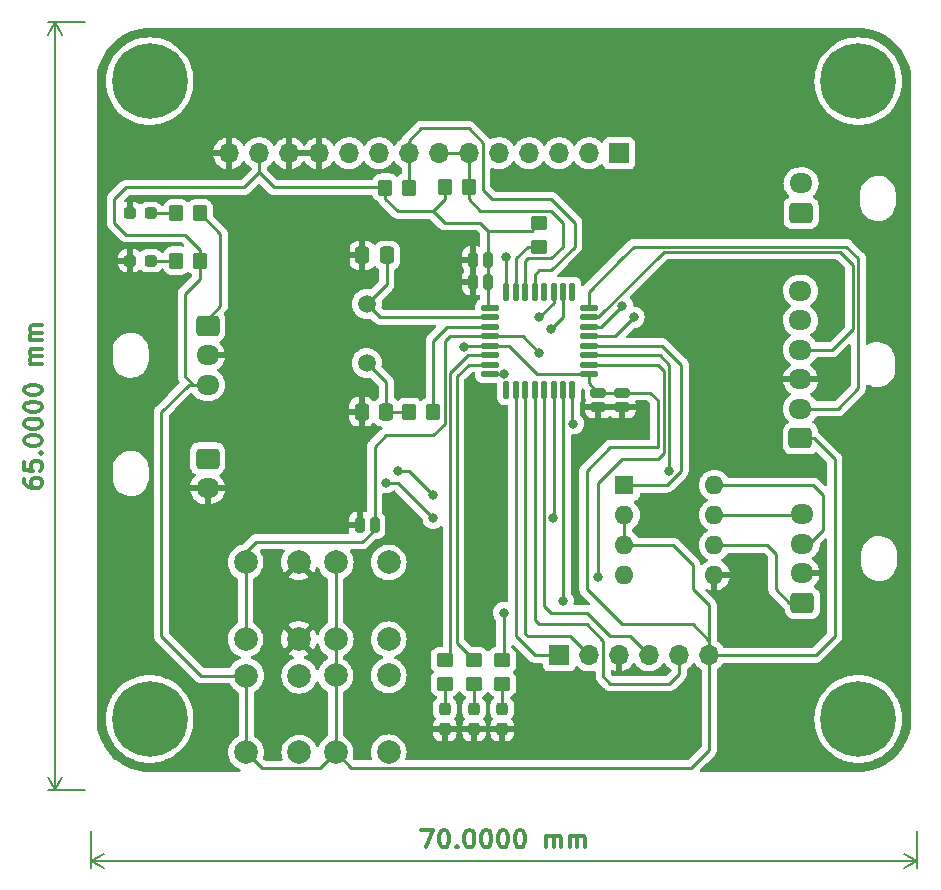
<source format=gtl>
G04 #@! TF.GenerationSoftware,KiCad,Pcbnew,(6.0.8-1)-1*
G04 #@! TF.CreationDate,2023-04-27T22:08:01+09:00*
G04 #@! TF.ProjectId,ikako_f303,696b616b-6f5f-4663-9330-332e6b696361,rev?*
G04 #@! TF.SameCoordinates,Original*
G04 #@! TF.FileFunction,Copper,L1,Top*
G04 #@! TF.FilePolarity,Positive*
%FSLAX46Y46*%
G04 Gerber Fmt 4.6, Leading zero omitted, Abs format (unit mm)*
G04 Created by KiCad (PCBNEW (6.0.8-1)-1) date 2023-04-27 22:08:01*
%MOMM*%
%LPD*%
G01*
G04 APERTURE LIST*
G04 Aperture macros list*
%AMRoundRect*
0 Rectangle with rounded corners*
0 $1 Rounding radius*
0 $2 $3 $4 $5 $6 $7 $8 $9 X,Y pos of 4 corners*
0 Add a 4 corners polygon primitive as box body*
4,1,4,$2,$3,$4,$5,$6,$7,$8,$9,$2,$3,0*
0 Add four circle primitives for the rounded corners*
1,1,$1+$1,$2,$3*
1,1,$1+$1,$4,$5*
1,1,$1+$1,$6,$7*
1,1,$1+$1,$8,$9*
0 Add four rect primitives between the rounded corners*
20,1,$1+$1,$2,$3,$4,$5,0*
20,1,$1+$1,$4,$5,$6,$7,0*
20,1,$1+$1,$6,$7,$8,$9,0*
20,1,$1+$1,$8,$9,$2,$3,0*%
G04 Aperture macros list end*
%ADD10C,0.300000*%
G04 #@! TA.AperFunction,NonConductor*
%ADD11C,0.300000*%
G04 #@! TD*
G04 #@! TA.AperFunction,NonConductor*
%ADD12C,0.200000*%
G04 #@! TD*
G04 #@! TA.AperFunction,SMDPad,CuDef*
%ADD13RoundRect,0.250000X-0.450000X0.350000X-0.450000X-0.350000X0.450000X-0.350000X0.450000X0.350000X0*%
G04 #@! TD*
G04 #@! TA.AperFunction,SMDPad,CuDef*
%ADD14RoundRect,0.250000X0.337500X0.475000X-0.337500X0.475000X-0.337500X-0.475000X0.337500X-0.475000X0*%
G04 #@! TD*
G04 #@! TA.AperFunction,ComponentPad*
%ADD15C,1.500000*%
G04 #@! TD*
G04 #@! TA.AperFunction,SMDPad,CuDef*
%ADD16RoundRect,0.237500X0.237500X-0.287500X0.237500X0.287500X-0.237500X0.287500X-0.237500X-0.287500X0*%
G04 #@! TD*
G04 #@! TA.AperFunction,ComponentPad*
%ADD17C,2.000000*%
G04 #@! TD*
G04 #@! TA.AperFunction,ComponentPad*
%ADD18C,0.800000*%
G04 #@! TD*
G04 #@! TA.AperFunction,ComponentPad*
%ADD19C,6.400000*%
G04 #@! TD*
G04 #@! TA.AperFunction,SMDPad,CuDef*
%ADD20RoundRect,0.208750X0.208750X0.431250X-0.208750X0.431250X-0.208750X-0.431250X0.208750X-0.431250X0*%
G04 #@! TD*
G04 #@! TA.AperFunction,ComponentPad*
%ADD21R,1.700000X1.700000*%
G04 #@! TD*
G04 #@! TA.AperFunction,ComponentPad*
%ADD22O,1.700000X1.700000*%
G04 #@! TD*
G04 #@! TA.AperFunction,SMDPad,CuDef*
%ADD23RoundRect,0.237500X-0.287500X-0.237500X0.287500X-0.237500X0.287500X0.237500X-0.287500X0.237500X0*%
G04 #@! TD*
G04 #@! TA.AperFunction,SMDPad,CuDef*
%ADD24RoundRect,0.250000X-0.350000X-0.450000X0.350000X-0.450000X0.350000X0.450000X-0.350000X0.450000X0*%
G04 #@! TD*
G04 #@! TA.AperFunction,SMDPad,CuDef*
%ADD25RoundRect,0.250000X0.350000X0.450000X-0.350000X0.450000X-0.350000X-0.450000X0.350000X-0.450000X0*%
G04 #@! TD*
G04 #@! TA.AperFunction,ComponentPad*
%ADD26R,1.600000X1.600000*%
G04 #@! TD*
G04 #@! TA.AperFunction,ComponentPad*
%ADD27O,1.600000X1.600000*%
G04 #@! TD*
G04 #@! TA.AperFunction,ComponentPad*
%ADD28RoundRect,0.250000X0.725000X-0.600000X0.725000X0.600000X-0.725000X0.600000X-0.725000X-0.600000X0*%
G04 #@! TD*
G04 #@! TA.AperFunction,ComponentPad*
%ADD29O,1.950000X1.700000*%
G04 #@! TD*
G04 #@! TA.AperFunction,SMDPad,CuDef*
%ADD30RoundRect,0.125000X-0.625000X-0.125000X0.625000X-0.125000X0.625000X0.125000X-0.625000X0.125000X0*%
G04 #@! TD*
G04 #@! TA.AperFunction,SMDPad,CuDef*
%ADD31RoundRect,0.125000X-0.125000X-0.625000X0.125000X-0.625000X0.125000X0.625000X-0.125000X0.625000X0*%
G04 #@! TD*
G04 #@! TA.AperFunction,ComponentPad*
%ADD32RoundRect,0.250000X-0.725000X0.600000X-0.725000X-0.600000X0.725000X-0.600000X0.725000X0.600000X0*%
G04 #@! TD*
G04 #@! TA.AperFunction,SMDPad,CuDef*
%ADD33RoundRect,0.208750X-0.431250X0.208750X-0.431250X-0.208750X0.431250X-0.208750X0.431250X0.208750X0*%
G04 #@! TD*
G04 #@! TA.AperFunction,ViaPad*
%ADD34C,0.800000*%
G04 #@! TD*
G04 #@! TA.AperFunction,Conductor*
%ADD35C,0.250000*%
G04 #@! TD*
G04 APERTURE END LIST*
D10*
D11*
X143000000Y-115378571D02*
X144000000Y-115378571D01*
X143357142Y-116878571D01*
X144857142Y-115378571D02*
X145000000Y-115378571D01*
X145142857Y-115450000D01*
X145214285Y-115521428D01*
X145285714Y-115664285D01*
X145357142Y-115950000D01*
X145357142Y-116307142D01*
X145285714Y-116592857D01*
X145214285Y-116735714D01*
X145142857Y-116807142D01*
X145000000Y-116878571D01*
X144857142Y-116878571D01*
X144714285Y-116807142D01*
X144642857Y-116735714D01*
X144571428Y-116592857D01*
X144500000Y-116307142D01*
X144500000Y-115950000D01*
X144571428Y-115664285D01*
X144642857Y-115521428D01*
X144714285Y-115450000D01*
X144857142Y-115378571D01*
X146000000Y-116735714D02*
X146071428Y-116807142D01*
X146000000Y-116878571D01*
X145928571Y-116807142D01*
X146000000Y-116735714D01*
X146000000Y-116878571D01*
X147000000Y-115378571D02*
X147142857Y-115378571D01*
X147285714Y-115450000D01*
X147357142Y-115521428D01*
X147428571Y-115664285D01*
X147500000Y-115950000D01*
X147500000Y-116307142D01*
X147428571Y-116592857D01*
X147357142Y-116735714D01*
X147285714Y-116807142D01*
X147142857Y-116878571D01*
X147000000Y-116878571D01*
X146857142Y-116807142D01*
X146785714Y-116735714D01*
X146714285Y-116592857D01*
X146642857Y-116307142D01*
X146642857Y-115950000D01*
X146714285Y-115664285D01*
X146785714Y-115521428D01*
X146857142Y-115450000D01*
X147000000Y-115378571D01*
X148428571Y-115378571D02*
X148571428Y-115378571D01*
X148714285Y-115450000D01*
X148785714Y-115521428D01*
X148857142Y-115664285D01*
X148928571Y-115950000D01*
X148928571Y-116307142D01*
X148857142Y-116592857D01*
X148785714Y-116735714D01*
X148714285Y-116807142D01*
X148571428Y-116878571D01*
X148428571Y-116878571D01*
X148285714Y-116807142D01*
X148214285Y-116735714D01*
X148142857Y-116592857D01*
X148071428Y-116307142D01*
X148071428Y-115950000D01*
X148142857Y-115664285D01*
X148214285Y-115521428D01*
X148285714Y-115450000D01*
X148428571Y-115378571D01*
X149857142Y-115378571D02*
X150000000Y-115378571D01*
X150142857Y-115450000D01*
X150214285Y-115521428D01*
X150285714Y-115664285D01*
X150357142Y-115950000D01*
X150357142Y-116307142D01*
X150285714Y-116592857D01*
X150214285Y-116735714D01*
X150142857Y-116807142D01*
X150000000Y-116878571D01*
X149857142Y-116878571D01*
X149714285Y-116807142D01*
X149642857Y-116735714D01*
X149571428Y-116592857D01*
X149500000Y-116307142D01*
X149500000Y-115950000D01*
X149571428Y-115664285D01*
X149642857Y-115521428D01*
X149714285Y-115450000D01*
X149857142Y-115378571D01*
X151285714Y-115378571D02*
X151428571Y-115378571D01*
X151571428Y-115450000D01*
X151642857Y-115521428D01*
X151714285Y-115664285D01*
X151785714Y-115950000D01*
X151785714Y-116307142D01*
X151714285Y-116592857D01*
X151642857Y-116735714D01*
X151571428Y-116807142D01*
X151428571Y-116878571D01*
X151285714Y-116878571D01*
X151142857Y-116807142D01*
X151071428Y-116735714D01*
X151000000Y-116592857D01*
X150928571Y-116307142D01*
X150928571Y-115950000D01*
X151000000Y-115664285D01*
X151071428Y-115521428D01*
X151142857Y-115450000D01*
X151285714Y-115378571D01*
X153571428Y-116878571D02*
X153571428Y-115878571D01*
X153571428Y-116021428D02*
X153642857Y-115950000D01*
X153785714Y-115878571D01*
X154000000Y-115878571D01*
X154142857Y-115950000D01*
X154214285Y-116092857D01*
X154214285Y-116878571D01*
X154214285Y-116092857D02*
X154285714Y-115950000D01*
X154428571Y-115878571D01*
X154642857Y-115878571D01*
X154785714Y-115950000D01*
X154857142Y-116092857D01*
X154857142Y-116878571D01*
X155571428Y-116878571D02*
X155571428Y-115878571D01*
X155571428Y-116021428D02*
X155642857Y-115950000D01*
X155785714Y-115878571D01*
X156000000Y-115878571D01*
X156142857Y-115950000D01*
X156214285Y-116092857D01*
X156214285Y-116878571D01*
X156214285Y-116092857D02*
X156285714Y-115950000D01*
X156428571Y-115878571D01*
X156642857Y-115878571D01*
X156785714Y-115950000D01*
X156857142Y-116092857D01*
X156857142Y-116878571D01*
D12*
X115000000Y-115500000D02*
X115000000Y-118586420D01*
X185000000Y-115500000D02*
X185000000Y-118586420D01*
X115000000Y-118000000D02*
X185000000Y-118000000D01*
X115000000Y-118000000D02*
X185000000Y-118000000D01*
X115000000Y-118000000D02*
X116126504Y-118586421D01*
X115000000Y-118000000D02*
X116126504Y-117413579D01*
X185000000Y-118000000D02*
X183873496Y-117413579D01*
X185000000Y-118000000D02*
X183873496Y-118586421D01*
D10*
D11*
X109378571Y-85714285D02*
X109378571Y-86000000D01*
X109450000Y-86142857D01*
X109521428Y-86214285D01*
X109735714Y-86357142D01*
X110021428Y-86428571D01*
X110592857Y-86428571D01*
X110735714Y-86357142D01*
X110807142Y-86285714D01*
X110878571Y-86142857D01*
X110878571Y-85857142D01*
X110807142Y-85714285D01*
X110735714Y-85642857D01*
X110592857Y-85571428D01*
X110235714Y-85571428D01*
X110092857Y-85642857D01*
X110021428Y-85714285D01*
X109950000Y-85857142D01*
X109950000Y-86142857D01*
X110021428Y-86285714D01*
X110092857Y-86357142D01*
X110235714Y-86428571D01*
X109378571Y-84214285D02*
X109378571Y-84928571D01*
X110092857Y-85000000D01*
X110021428Y-84928571D01*
X109950000Y-84785714D01*
X109950000Y-84428571D01*
X110021428Y-84285714D01*
X110092857Y-84214285D01*
X110235714Y-84142857D01*
X110592857Y-84142857D01*
X110735714Y-84214285D01*
X110807142Y-84285714D01*
X110878571Y-84428571D01*
X110878571Y-84785714D01*
X110807142Y-84928571D01*
X110735714Y-85000000D01*
X110735714Y-83500000D02*
X110807142Y-83428571D01*
X110878571Y-83500000D01*
X110807142Y-83571428D01*
X110735714Y-83500000D01*
X110878571Y-83500000D01*
X109378571Y-82500000D02*
X109378571Y-82357142D01*
X109450000Y-82214285D01*
X109521428Y-82142857D01*
X109664285Y-82071428D01*
X109950000Y-82000000D01*
X110307142Y-82000000D01*
X110592857Y-82071428D01*
X110735714Y-82142857D01*
X110807142Y-82214285D01*
X110878571Y-82357142D01*
X110878571Y-82500000D01*
X110807142Y-82642857D01*
X110735714Y-82714285D01*
X110592857Y-82785714D01*
X110307142Y-82857142D01*
X109950000Y-82857142D01*
X109664285Y-82785714D01*
X109521428Y-82714285D01*
X109450000Y-82642857D01*
X109378571Y-82500000D01*
X109378571Y-81071428D02*
X109378571Y-80928571D01*
X109450000Y-80785714D01*
X109521428Y-80714285D01*
X109664285Y-80642857D01*
X109950000Y-80571428D01*
X110307142Y-80571428D01*
X110592857Y-80642857D01*
X110735714Y-80714285D01*
X110807142Y-80785714D01*
X110878571Y-80928571D01*
X110878571Y-81071428D01*
X110807142Y-81214285D01*
X110735714Y-81285714D01*
X110592857Y-81357142D01*
X110307142Y-81428571D01*
X109950000Y-81428571D01*
X109664285Y-81357142D01*
X109521428Y-81285714D01*
X109450000Y-81214285D01*
X109378571Y-81071428D01*
X109378571Y-79642857D02*
X109378571Y-79500000D01*
X109450000Y-79357142D01*
X109521428Y-79285714D01*
X109664285Y-79214285D01*
X109950000Y-79142857D01*
X110307142Y-79142857D01*
X110592857Y-79214285D01*
X110735714Y-79285714D01*
X110807142Y-79357142D01*
X110878571Y-79500000D01*
X110878571Y-79642857D01*
X110807142Y-79785714D01*
X110735714Y-79857142D01*
X110592857Y-79928571D01*
X110307142Y-80000000D01*
X109950000Y-80000000D01*
X109664285Y-79928571D01*
X109521428Y-79857142D01*
X109450000Y-79785714D01*
X109378571Y-79642857D01*
X109378571Y-78214285D02*
X109378571Y-78071428D01*
X109450000Y-77928571D01*
X109521428Y-77857142D01*
X109664285Y-77785714D01*
X109950000Y-77714285D01*
X110307142Y-77714285D01*
X110592857Y-77785714D01*
X110735714Y-77857142D01*
X110807142Y-77928571D01*
X110878571Y-78071428D01*
X110878571Y-78214285D01*
X110807142Y-78357142D01*
X110735714Y-78428571D01*
X110592857Y-78500000D01*
X110307142Y-78571428D01*
X109950000Y-78571428D01*
X109664285Y-78500000D01*
X109521428Y-78428571D01*
X109450000Y-78357142D01*
X109378571Y-78214285D01*
X110878571Y-75928571D02*
X109878571Y-75928571D01*
X110021428Y-75928571D02*
X109950000Y-75857142D01*
X109878571Y-75714285D01*
X109878571Y-75500000D01*
X109950000Y-75357142D01*
X110092857Y-75285714D01*
X110878571Y-75285714D01*
X110092857Y-75285714D02*
X109950000Y-75214285D01*
X109878571Y-75071428D01*
X109878571Y-74857142D01*
X109950000Y-74714285D01*
X110092857Y-74642857D01*
X110878571Y-74642857D01*
X110878571Y-73928571D02*
X109878571Y-73928571D01*
X110021428Y-73928571D02*
X109950000Y-73857142D01*
X109878571Y-73714285D01*
X109878571Y-73500000D01*
X109950000Y-73357142D01*
X110092857Y-73285714D01*
X110878571Y-73285714D01*
X110092857Y-73285714D02*
X109950000Y-73214285D01*
X109878571Y-73071428D01*
X109878571Y-72857142D01*
X109950000Y-72714285D01*
X110092857Y-72642857D01*
X110878571Y-72642857D01*
D12*
X114500000Y-112000000D02*
X111413580Y-112000000D01*
X114500000Y-47000000D02*
X111413580Y-47000000D01*
X112000000Y-112000000D02*
X112000000Y-47000000D01*
X112000000Y-112000000D02*
X112000000Y-47000000D01*
X112000000Y-112000000D02*
X112586421Y-110873496D01*
X112000000Y-112000000D02*
X111413579Y-110873496D01*
X112000000Y-47000000D02*
X111413579Y-48126504D01*
X112000000Y-47000000D02*
X112586421Y-48126504D01*
D13*
X153000000Y-64000000D03*
X153000000Y-66000000D03*
D14*
X140092960Y-66745310D03*
X138017960Y-66745310D03*
D15*
X138395000Y-75865000D03*
X138395000Y-70865000D03*
D16*
X145000000Y-106875000D03*
X145000000Y-105125000D03*
D17*
X135750000Y-99250000D03*
X135750000Y-92750000D03*
X140250000Y-92750000D03*
X140250000Y-99250000D03*
D18*
X120000000Y-108400000D03*
X121697056Y-104302944D03*
D19*
X120000000Y-106000000D03*
D18*
X117600000Y-106000000D03*
X118302944Y-107697056D03*
X121697056Y-107697056D03*
X120000000Y-103600000D03*
X118302944Y-104302944D03*
X122400000Y-106000000D03*
D20*
X148646317Y-67104844D03*
X147391317Y-67104844D03*
D17*
X128162325Y-108839916D03*
X128162325Y-102339916D03*
X132662325Y-102339916D03*
X132662325Y-108839916D03*
D21*
X154675000Y-100600000D03*
D22*
X157215000Y-100600000D03*
X159755000Y-100600000D03*
X162295000Y-100600000D03*
X164835000Y-100600000D03*
X167375000Y-100600000D03*
D23*
X118328521Y-63201280D03*
X120078521Y-63201280D03*
D13*
X145000000Y-101000000D03*
X145000000Y-103000000D03*
D24*
X145000000Y-61000000D03*
X147000000Y-61000000D03*
D16*
X147467304Y-106875000D03*
X147467304Y-105125000D03*
D13*
X149842304Y-101000000D03*
X149842304Y-103000000D03*
D25*
X124255492Y-63200000D03*
X122255492Y-63200000D03*
D14*
X140037500Y-80000000D03*
X137962500Y-80000000D03*
D26*
X160200000Y-86200000D03*
D27*
X160200000Y-88740000D03*
X160200000Y-91280000D03*
X160200000Y-93820000D03*
X167820000Y-93820000D03*
X167820000Y-91280000D03*
X167820000Y-88740000D03*
X167820000Y-86200000D03*
D20*
X139039825Y-89589916D03*
X137784825Y-89589916D03*
D18*
X178302944Y-53697056D03*
X178302944Y-50302944D03*
X177600000Y-52000000D03*
X181697056Y-53697056D03*
X181697056Y-50302944D03*
D19*
X180000000Y-52000000D03*
D18*
X180000000Y-54400000D03*
X180000000Y-49600000D03*
X182400000Y-52000000D03*
D28*
X175153666Y-63164460D03*
D29*
X175153666Y-60664460D03*
D21*
X159749606Y-58097860D03*
D22*
X157209606Y-58097860D03*
X154669606Y-58097860D03*
X152129606Y-58097860D03*
X149589606Y-58097860D03*
X147049606Y-58097860D03*
X144509606Y-58097860D03*
X141969606Y-58097860D03*
X139429606Y-58097860D03*
X136889606Y-58097860D03*
X134349606Y-58097860D03*
X131809606Y-58097860D03*
X129269606Y-58097860D03*
X126729606Y-58097860D03*
D30*
X148825000Y-71200000D03*
X148825000Y-72000000D03*
X148825000Y-72800000D03*
X148825000Y-73600000D03*
X148825000Y-74400000D03*
X148825000Y-75200000D03*
X148825000Y-76000000D03*
X148825000Y-76800000D03*
D31*
X150200000Y-78175000D03*
X151000000Y-78175000D03*
X151800000Y-78175000D03*
X152600000Y-78175000D03*
X153400000Y-78175000D03*
X154200000Y-78175000D03*
X155000000Y-78175000D03*
X155800000Y-78175000D03*
D30*
X157175000Y-76800000D03*
X157175000Y-76000000D03*
X157175000Y-75200000D03*
X157175000Y-74400000D03*
X157175000Y-73600000D03*
X157175000Y-72800000D03*
X157175000Y-72000000D03*
X157175000Y-71200000D03*
D31*
X155800000Y-69825000D03*
X155000000Y-69825000D03*
X154200000Y-69825000D03*
X153400000Y-69825000D03*
X152600000Y-69825000D03*
X151800000Y-69825000D03*
X151000000Y-69825000D03*
X150200000Y-69825000D03*
D28*
X175256007Y-96161992D03*
D29*
X175256007Y-93661992D03*
X175256007Y-91161992D03*
X175256007Y-88661992D03*
D25*
X124255492Y-67200000D03*
X122255492Y-67200000D03*
D17*
X135737878Y-102313241D03*
X135737878Y-108813241D03*
X140237878Y-102313241D03*
X140237878Y-108813241D03*
D18*
X180000000Y-108400000D03*
X181697056Y-107697056D03*
X182400000Y-106000000D03*
X180000000Y-103600000D03*
X181697056Y-104302944D03*
X177600000Y-106000000D03*
X178302944Y-107697056D03*
X178302944Y-104302944D03*
D19*
X180000000Y-106000000D03*
D25*
X144000000Y-80000000D03*
X142000000Y-80000000D03*
D13*
X147467304Y-101000000D03*
X147467304Y-103000000D03*
D32*
X124900000Y-72700000D03*
D29*
X124900000Y-75200000D03*
X124900000Y-77700000D03*
D33*
X160000000Y-78372500D03*
X160000000Y-79627500D03*
D20*
X148627500Y-69000000D03*
X147372500Y-69000000D03*
D18*
X118302944Y-50302944D03*
X118302944Y-53697056D03*
X122400000Y-52000000D03*
D19*
X120000000Y-52000000D03*
D18*
X120000000Y-49600000D03*
X117600000Y-52000000D03*
X121697056Y-50302944D03*
X120000000Y-54400000D03*
X121697056Y-53697056D03*
D16*
X149842304Y-106875000D03*
X149842304Y-105125000D03*
D28*
X175100000Y-82250000D03*
D29*
X175100000Y-79750000D03*
X175100000Y-77250000D03*
X175100000Y-74750000D03*
X175100000Y-72250000D03*
X175100000Y-69750000D03*
D23*
X118343711Y-67200000D03*
X120093711Y-67200000D03*
D24*
X139966094Y-61021829D03*
X141966094Y-61021829D03*
D17*
X128117548Y-99242906D03*
X128117548Y-92742906D03*
X132617548Y-99242906D03*
X132617548Y-92742906D03*
D33*
X158000000Y-78372500D03*
X158000000Y-79627500D03*
D32*
X124900000Y-83950000D03*
D29*
X124900000Y-86450000D03*
D34*
X146627500Y-74510000D03*
X172000000Y-106000000D03*
X124000000Y-97000000D03*
X182000000Y-69000000D03*
X166000000Y-90000000D03*
X132000000Y-78000000D03*
X148000000Y-85000000D03*
X167000000Y-80000000D03*
X171000000Y-94000000D03*
X124000000Y-92000000D03*
X118000000Y-97000000D03*
X166000000Y-88000000D03*
X157000000Y-107000000D03*
X159000000Y-81000000D03*
X118000000Y-92000000D03*
X170000000Y-82000000D03*
X163000000Y-107000000D03*
X182000000Y-84000000D03*
X169000000Y-71000000D03*
X132000000Y-68000000D03*
X164000000Y-71000000D03*
X171000000Y-97000000D03*
X182000000Y-97000000D03*
X148000000Y-82000000D03*
X119000000Y-81000000D03*
X119000000Y-71000000D03*
X153000000Y-75000000D03*
X155875000Y-81000000D03*
X150192809Y-66876407D03*
X154124500Y-89000000D03*
X140000000Y-86000000D03*
X144000000Y-89000000D03*
X149977110Y-76832143D03*
X141000000Y-85000000D03*
X144000000Y-87000000D03*
X161000000Y-72000000D03*
X160012299Y-71012299D03*
X155000000Y-96000000D03*
X154000000Y-73000000D03*
X153000000Y-66000000D03*
X153000000Y-72000000D03*
X150000000Y-97000000D03*
X158000000Y-94000000D03*
X163987701Y-84987701D03*
D35*
X124900000Y-77700000D02*
X123300000Y-77700000D01*
X124255492Y-67200000D02*
X124255492Y-66255492D01*
X124255492Y-66255492D02*
X123000000Y-65000000D01*
X146737500Y-74400000D02*
X146627500Y-74510000D01*
X121000000Y-80000000D02*
X121000000Y-99000000D01*
X128000000Y-61000000D02*
X129269606Y-59730394D01*
X129487325Y-110164916D02*
X134386203Y-110164916D01*
X167375000Y-99375000D02*
X167375000Y-96375000D01*
X166000000Y-98000000D02*
X167375000Y-99375000D01*
X128162325Y-108839916D02*
X129487325Y-110164916D01*
X139966094Y-61966094D02*
X141000000Y-63000000D01*
X162372500Y-78372500D02*
X163000000Y-79000000D01*
X144000000Y-63000000D02*
X145000000Y-62000000D01*
X160000000Y-98000000D02*
X166000000Y-98000000D01*
X130539212Y-61000000D02*
X139944265Y-61000000D01*
X163000000Y-79000000D02*
X163000000Y-83000000D01*
X167375000Y-100600000D02*
X176400000Y-100600000D01*
X165861759Y-110138241D02*
X167375000Y-108625000D01*
X176250000Y-82250000D02*
X175100000Y-82250000D01*
X123000000Y-70000000D02*
X124255492Y-68744508D01*
X148627500Y-71002500D02*
X148825000Y-71200000D01*
X178000000Y-99000000D02*
X178000000Y-84000000D01*
X118000000Y-61000000D02*
X128000000Y-61000000D01*
X160000000Y-78372500D02*
X162372500Y-78372500D01*
X148646317Y-64646317D02*
X148646317Y-67104844D01*
X148646317Y-68981183D02*
X148627500Y-69000000D01*
X145000000Y-62000000D02*
X145000000Y-61000000D01*
X137062878Y-110138241D02*
X165861759Y-110138241D01*
X135750000Y-102301119D02*
X135737878Y-102313241D01*
X117000000Y-62000000D02*
X118000000Y-61000000D01*
X158000000Y-78372500D02*
X160000000Y-78372500D01*
X160200000Y-88740000D02*
X160200000Y-91280000D01*
X124255492Y-68744508D02*
X124255492Y-67200000D01*
X150400000Y-74400000D02*
X148825000Y-74400000D01*
X144000000Y-63000000D02*
X145000000Y-64000000D01*
X152353683Y-64646317D02*
X153000000Y-64000000D01*
X134386203Y-110164916D02*
X135737878Y-108813241D01*
X129269606Y-59730394D02*
X129269606Y-58097860D01*
X135750000Y-99250000D02*
X135750000Y-102301119D01*
X157175000Y-76800000D02*
X157175000Y-77547500D01*
X145000000Y-64000000D02*
X148000000Y-64000000D01*
X148825000Y-74400000D02*
X146737500Y-74400000D01*
X157175000Y-76800000D02*
X152800000Y-76800000D01*
X135737878Y-102313241D02*
X135737878Y-108813241D01*
X167375000Y-96375000D02*
X166000000Y-95000000D01*
X148646317Y-67104844D02*
X148646317Y-68981183D01*
X141000000Y-63000000D02*
X144000000Y-63000000D01*
X157000000Y-85000000D02*
X157000000Y-95000000D01*
X176400000Y-100600000D02*
X178000000Y-99000000D01*
X123700000Y-77700000D02*
X123000000Y-77000000D01*
X163000000Y-83000000D02*
X159000000Y-83000000D01*
X148627500Y-69000000D02*
X148627500Y-71002500D01*
X164280000Y-91280000D02*
X160200000Y-91280000D01*
X117000000Y-64000000D02*
X117000000Y-62000000D01*
X128162325Y-102339916D02*
X128162325Y-108839916D01*
X178000000Y-84000000D02*
X176250000Y-82250000D01*
X124900000Y-77700000D02*
X123700000Y-77700000D01*
X118000000Y-65000000D02*
X117000000Y-64000000D01*
X167375000Y-108625000D02*
X167375000Y-100600000D01*
X157000000Y-95000000D02*
X160000000Y-98000000D01*
X152800000Y-76800000D02*
X150400000Y-74400000D01*
X139944265Y-61000000D02*
X139966094Y-61021829D01*
X166000000Y-93000000D02*
X164280000Y-91280000D01*
X139966094Y-61021829D02*
X139966094Y-61966094D01*
X166000000Y-95000000D02*
X166000000Y-93000000D01*
X123300000Y-77700000D02*
X121000000Y-80000000D01*
X148646317Y-64646317D02*
X152353683Y-64646317D01*
X148000000Y-64000000D02*
X148646317Y-64646317D01*
X167375000Y-100600000D02*
X167375000Y-99375000D01*
X135750000Y-99250000D02*
X135750000Y-92750000D01*
X129269606Y-59730394D02*
X130539212Y-61000000D01*
X157175000Y-77547500D02*
X158000000Y-78372500D01*
X124339916Y-102339916D02*
X128162325Y-102339916D01*
X159000000Y-83000000D02*
X157000000Y-85000000D01*
X135737878Y-108813241D02*
X137062878Y-110138241D01*
X123000000Y-65000000D02*
X118000000Y-65000000D01*
X123000000Y-77000000D02*
X123000000Y-70000000D01*
X121000000Y-99000000D02*
X124339916Y-102339916D01*
X128117548Y-92742906D02*
X128117548Y-99242906D01*
X145000000Y-81000000D02*
X144000000Y-82000000D01*
X139039825Y-89960175D02*
X138000000Y-91000000D01*
X148825000Y-73600000D02*
X151600000Y-73600000D01*
X128117548Y-91882452D02*
X128117548Y-92742906D01*
X138000000Y-91000000D02*
X129000000Y-91000000D01*
X148825000Y-73600000D02*
X145400000Y-73600000D01*
X140000000Y-82000000D02*
X139039825Y-82960175D01*
X139039825Y-82960175D02*
X139039825Y-89589916D01*
X139039825Y-89589916D02*
X139039825Y-89960175D01*
X145400000Y-73600000D02*
X145000000Y-74000000D01*
X144000000Y-82000000D02*
X140000000Y-82000000D01*
X151600000Y-73600000D02*
X153000000Y-75000000D01*
X145000000Y-74000000D02*
X145000000Y-81000000D01*
X129000000Y-91000000D02*
X128117548Y-91882452D01*
X155800000Y-80925000D02*
X155875000Y-81000000D01*
X155800000Y-78175000D02*
X155800000Y-80925000D01*
X150192809Y-69817809D02*
X150192809Y-66876407D01*
X150200000Y-69825000D02*
X150192809Y-69817809D01*
X139530000Y-72000000D02*
X138395000Y-70865000D01*
X148825000Y-72000000D02*
X139530000Y-72000000D01*
X140092960Y-66745310D02*
X140092960Y-69167040D01*
X140092960Y-69167040D02*
X138395000Y-70865000D01*
X138395000Y-75865000D02*
X140037500Y-77507500D01*
X140037500Y-77507500D02*
X140037500Y-80000000D01*
X140037500Y-80000000D02*
X142000000Y-80000000D01*
X120079801Y-63200000D02*
X120078521Y-63201280D01*
X122255492Y-63200000D02*
X120079801Y-63200000D01*
X122255492Y-67200000D02*
X120093711Y-67200000D01*
X145000000Y-103000000D02*
X145000000Y-105125000D01*
X147467304Y-103000000D02*
X147467304Y-105125000D01*
X149842304Y-103000000D02*
X149842304Y-105125000D01*
X141000000Y-86000000D02*
X140000000Y-86000000D01*
X154200000Y-78175000D02*
X154200000Y-88924500D01*
X154200000Y-88924500D02*
X154124500Y-89000000D01*
X144000000Y-89000000D02*
X141000000Y-86000000D01*
X178000000Y-66000000D02*
X179000000Y-66000000D01*
X157175000Y-69825000D02*
X160000000Y-67000000D01*
X157175000Y-71200000D02*
X157175000Y-69825000D01*
X179000000Y-66000000D02*
X180000000Y-67000000D01*
X180000000Y-67000000D02*
X180000000Y-70000000D01*
X178250000Y-79750000D02*
X175100000Y-79750000D01*
X180000000Y-70000000D02*
X180000000Y-78000000D01*
X160000000Y-67000000D02*
X161000000Y-66000000D01*
X180000000Y-78000000D02*
X178250000Y-79750000D01*
X161000000Y-66000000D02*
X178000000Y-66000000D01*
X157175000Y-72000000D02*
X158000000Y-72000000D01*
X163550000Y-66450000D02*
X178450000Y-66450000D01*
X179550000Y-67550000D02*
X179550000Y-73000000D01*
X179550000Y-73000000D02*
X177800000Y-74750000D01*
X177800000Y-74750000D02*
X175100000Y-74750000D01*
X158000000Y-72000000D02*
X163550000Y-66450000D01*
X178450000Y-66450000D02*
X179550000Y-67550000D01*
X149944967Y-76800000D02*
X149977110Y-76832143D01*
X148825000Y-76800000D02*
X149944967Y-76800000D01*
X177000000Y-87000000D02*
X177000000Y-90000000D01*
X142000000Y-85000000D02*
X144000000Y-87000000D01*
X124900000Y-72700000D02*
X124900000Y-72100000D01*
X124900000Y-72100000D02*
X126000000Y-71000000D01*
X176200000Y-86200000D02*
X177000000Y-87000000D01*
X167820000Y-86200000D02*
X176200000Y-86200000D01*
X175838008Y-91161992D02*
X175256007Y-91161992D01*
X141000000Y-85000000D02*
X142000000Y-85000000D01*
X126000000Y-64944508D02*
X124255492Y-63200000D01*
X177000000Y-90000000D02*
X175838008Y-91161992D01*
X126000000Y-71000000D02*
X126000000Y-64944508D01*
X159400000Y-73600000D02*
X161000000Y-72000000D01*
X157175000Y-73600000D02*
X159400000Y-73600000D01*
X158224598Y-72800000D02*
X159012299Y-72012299D01*
X157175000Y-72800000D02*
X158224598Y-72800000D01*
X159012299Y-72012299D02*
X160012299Y-71012299D01*
X157000000Y-98000000D02*
X158390000Y-99390000D01*
X158390000Y-99390000D02*
X158390000Y-102390000D01*
X164000000Y-103000000D02*
X164835000Y-102165000D01*
X153000000Y-98000000D02*
X157000000Y-98000000D01*
X164835000Y-102165000D02*
X164835000Y-100600000D01*
X159000000Y-103000000D02*
X164000000Y-103000000D01*
X152600000Y-78175000D02*
X152600000Y-97600000D01*
X152600000Y-97600000D02*
X153000000Y-98000000D01*
X158390000Y-102390000D02*
X159000000Y-103000000D01*
X160695000Y-99000000D02*
X162295000Y-100600000D01*
X154000000Y-97000000D02*
X157000000Y-97000000D01*
X153400000Y-96400000D02*
X154000000Y-97000000D01*
X159000000Y-99000000D02*
X160695000Y-99000000D01*
X157000000Y-97000000D02*
X159000000Y-99000000D01*
X153400000Y-78175000D02*
X153400000Y-96400000D01*
X152000000Y-99000000D02*
X155615000Y-99000000D01*
X155615000Y-99000000D02*
X157215000Y-100600000D01*
X151800000Y-78175000D02*
X151800000Y-98800000D01*
X151800000Y-98800000D02*
X152000000Y-99000000D01*
X151000000Y-99000000D02*
X152600000Y-100600000D01*
X151000000Y-78175000D02*
X151000000Y-99000000D01*
X152600000Y-100600000D02*
X154675000Y-100600000D01*
X175177999Y-88740000D02*
X175256007Y-88661992D01*
X167820000Y-88740000D02*
X175177999Y-88740000D01*
X173000000Y-92000000D02*
X173000000Y-95000000D01*
X173000000Y-95000000D02*
X174161992Y-96161992D01*
X174161992Y-96161992D02*
X175256007Y-96161992D01*
X167820000Y-91280000D02*
X172280000Y-91280000D01*
X172280000Y-91280000D02*
X173000000Y-92000000D01*
X155000000Y-66000000D02*
X155000000Y-64000000D01*
X147000000Y-61000000D02*
X147049606Y-60950394D01*
X152000000Y-67000000D02*
X154000000Y-67000000D01*
X154000000Y-63000000D02*
X148000000Y-63000000D01*
X151800000Y-69825000D02*
X151800000Y-67200000D01*
X154000000Y-67000000D02*
X155000000Y-66000000D01*
X147049606Y-60950394D02*
X147049606Y-58097860D01*
X147049606Y-58097860D02*
X144509606Y-58097860D01*
X155000000Y-64000000D02*
X154000000Y-63000000D01*
X147000000Y-62000000D02*
X147000000Y-61000000D01*
X151800000Y-67200000D02*
X152000000Y-67000000D01*
X148000000Y-63000000D02*
X147000000Y-62000000D01*
X156000000Y-64000000D02*
X154000000Y-62000000D01*
X149000000Y-62000000D02*
X148224606Y-61224606D01*
X156000000Y-66000000D02*
X156000000Y-64000000D01*
X148224606Y-61224606D02*
X148224606Y-57224606D01*
X152600000Y-69825000D02*
X152600000Y-68400000D01*
X153000000Y-68000000D02*
X154000000Y-68000000D01*
X143000000Y-56000000D02*
X141969606Y-57030394D01*
X154000000Y-68000000D02*
X156000000Y-66000000D01*
X141969606Y-57030394D02*
X141969606Y-58097860D01*
X141966094Y-61021829D02*
X141969606Y-61018317D01*
X147000000Y-56000000D02*
X143000000Y-56000000D01*
X154000000Y-62000000D02*
X149000000Y-62000000D01*
X141969606Y-61018317D02*
X141969606Y-58097860D01*
X148224606Y-57224606D02*
X147000000Y-56000000D01*
X152600000Y-68400000D02*
X153000000Y-68000000D01*
X155000000Y-78175000D02*
X155000000Y-96000000D01*
X155000000Y-69825000D02*
X155000000Y-72000000D01*
X155000000Y-72000000D02*
X154000000Y-73000000D01*
X151000000Y-67000000D02*
X152000000Y-66000000D01*
X151000000Y-69825000D02*
X151000000Y-67000000D01*
X152000000Y-66000000D02*
X153000000Y-66000000D01*
X154200000Y-69825000D02*
X154200000Y-70800000D01*
X154200000Y-70800000D02*
X153000000Y-72000000D01*
X145450000Y-76712805D02*
X145450000Y-100550000D01*
X146962805Y-75200000D02*
X145450000Y-76712805D01*
X148825000Y-75200000D02*
X146962805Y-75200000D01*
X145450000Y-100550000D02*
X145000000Y-101000000D01*
X148825000Y-76000000D02*
X147000000Y-76000000D01*
X146000000Y-77000000D02*
X146000000Y-99532696D01*
X146000000Y-99532696D02*
X147467304Y-101000000D01*
X147000000Y-76000000D02*
X146000000Y-77000000D01*
X144000000Y-74000000D02*
X144000000Y-80000000D01*
X145200000Y-72800000D02*
X144000000Y-74000000D01*
X148825000Y-72800000D02*
X145200000Y-72800000D01*
X162000000Y-76000000D02*
X163000000Y-76000000D01*
X163550000Y-76550000D02*
X163550000Y-83000000D01*
X158000000Y-86000000D02*
X158000000Y-94000000D01*
X163550000Y-83000000D02*
X163550000Y-83450000D01*
X150000000Y-97000000D02*
X150000000Y-100842304D01*
X159000000Y-85000000D02*
X158000000Y-86000000D01*
X160000000Y-84000000D02*
X159000000Y-85000000D01*
X150000000Y-100842304D02*
X149842304Y-101000000D01*
X163550000Y-83450000D02*
X163000000Y-84000000D01*
X163000000Y-76000000D02*
X163550000Y-76550000D01*
X163000000Y-84000000D02*
X160000000Y-84000000D01*
X157175000Y-76000000D02*
X162000000Y-76000000D01*
X163200000Y-75200000D02*
X164000000Y-76000000D01*
X164000000Y-76000000D02*
X164000000Y-84975402D01*
X164000000Y-84975402D02*
X163987701Y-84987701D01*
X157175000Y-75200000D02*
X163200000Y-75200000D01*
X165000000Y-85000000D02*
X163800000Y-86200000D01*
X165000000Y-76000000D02*
X165000000Y-85000000D01*
X157175000Y-74400000D02*
X163400000Y-74400000D01*
X163800000Y-86200000D02*
X160200000Y-86200000D01*
X163400000Y-74400000D02*
X165000000Y-76000000D01*
G04 #@! TA.AperFunction,Conductor*
G36*
X179970018Y-47510000D02*
G01*
X179984851Y-47512310D01*
X179984855Y-47512310D01*
X179993724Y-47513691D01*
X180014183Y-47511016D01*
X180036007Y-47510072D01*
X180385965Y-47525352D01*
X180396913Y-47526310D01*
X180774498Y-47576019D01*
X180785307Y-47577926D01*
X181157114Y-47660353D01*
X181167731Y-47663198D01*
X181530939Y-47777718D01*
X181541254Y-47781471D01*
X181893123Y-47927220D01*
X181903067Y-47931858D01*
X182240867Y-48107705D01*
X182250387Y-48113201D01*
X182571574Y-48317820D01*
X182580578Y-48324124D01*
X182882716Y-48555962D01*
X182891137Y-48563028D01*
X183171914Y-48820314D01*
X183179686Y-48828086D01*
X183436972Y-49108863D01*
X183444038Y-49117284D01*
X183675876Y-49419422D01*
X183682180Y-49428426D01*
X183886799Y-49749613D01*
X183892295Y-49759133D01*
X184068138Y-50096924D01*
X184072780Y-50106877D01*
X184218526Y-50458739D01*
X184222282Y-50469061D01*
X184278257Y-50646587D01*
X184336802Y-50832268D01*
X184339647Y-50842886D01*
X184422073Y-51214685D01*
X184423981Y-51225502D01*
X184424726Y-51231162D01*
X184473690Y-51603086D01*
X184474648Y-51614036D01*
X184489603Y-51956552D01*
X184488223Y-51981429D01*
X184486309Y-51993724D01*
X184487473Y-52002626D01*
X184487473Y-52002628D01*
X184490436Y-52025283D01*
X184491500Y-52041621D01*
X184491500Y-105950633D01*
X184490000Y-105970018D01*
X184487690Y-105984851D01*
X184487690Y-105984855D01*
X184486309Y-105993724D01*
X184488984Y-106014183D01*
X184489928Y-106036007D01*
X184479447Y-106276047D01*
X184474648Y-106385964D01*
X184473690Y-106396913D01*
X184424297Y-106772099D01*
X184423982Y-106774490D01*
X184422073Y-106785315D01*
X184339647Y-107157114D01*
X184336802Y-107167731D01*
X184229715Y-107507368D01*
X184222285Y-107530932D01*
X184218529Y-107541254D01*
X184092916Y-107844512D01*
X184072784Y-107893114D01*
X184068142Y-107903067D01*
X184041257Y-107954714D01*
X183892295Y-108240867D01*
X183886799Y-108250387D01*
X183682180Y-108571574D01*
X183675876Y-108580578D01*
X183444038Y-108882716D01*
X183436972Y-108891137D01*
X183179686Y-109171914D01*
X183171914Y-109179686D01*
X182891137Y-109436972D01*
X182882716Y-109444038D01*
X182580578Y-109675876D01*
X182571574Y-109682180D01*
X182250387Y-109886799D01*
X182240868Y-109892294D01*
X181903067Y-110068142D01*
X181893123Y-110072780D01*
X181541254Y-110218529D01*
X181530939Y-110222282D01*
X181175188Y-110334451D01*
X181167732Y-110336802D01*
X181157115Y-110339647D01*
X180785307Y-110422074D01*
X180774498Y-110423981D01*
X180413564Y-110471498D01*
X180396914Y-110473690D01*
X180385965Y-110474648D01*
X180043446Y-110489603D01*
X180018571Y-110488223D01*
X180006276Y-110486309D01*
X179997374Y-110487473D01*
X179997372Y-110487473D01*
X179982323Y-110489441D01*
X179974714Y-110490436D01*
X179958379Y-110491500D01*
X166708594Y-110491500D01*
X166640473Y-110471498D01*
X166593980Y-110417842D01*
X166583876Y-110347568D01*
X166613370Y-110282988D01*
X166619499Y-110276405D01*
X167161909Y-109733996D01*
X167767253Y-109128652D01*
X167775539Y-109121112D01*
X167782018Y-109117000D01*
X167828644Y-109067348D01*
X167831398Y-109064507D01*
X167851135Y-109044770D01*
X167853615Y-109041573D01*
X167861320Y-109032551D01*
X167886159Y-109006100D01*
X167891586Y-109000321D01*
X167895405Y-108993375D01*
X167895407Y-108993372D01*
X167901348Y-108982566D01*
X167912199Y-108966047D01*
X167919758Y-108956301D01*
X167924614Y-108950041D01*
X167927759Y-108942772D01*
X167927762Y-108942768D01*
X167942174Y-108909463D01*
X167947391Y-108898813D01*
X167968695Y-108860060D01*
X167973733Y-108840437D01*
X167980137Y-108821734D01*
X167985033Y-108810420D01*
X167985033Y-108810419D01*
X167988181Y-108803145D01*
X167989420Y-108795322D01*
X167989423Y-108795312D01*
X167995099Y-108759476D01*
X167997505Y-108747856D01*
X168006528Y-108712711D01*
X168006528Y-108712710D01*
X168008500Y-108705030D01*
X168008500Y-108684776D01*
X168010051Y-108665065D01*
X168011980Y-108652886D01*
X168013220Y-108645057D01*
X168009059Y-108601038D01*
X168008500Y-108589181D01*
X168008500Y-106000000D01*
X176286411Y-106000000D01*
X176306754Y-106388176D01*
X176307267Y-106391416D01*
X176307268Y-106391424D01*
X176315300Y-106442132D01*
X176367562Y-106772099D01*
X176468167Y-107147562D01*
X176469352Y-107150650D01*
X176469353Y-107150652D01*
X176491661Y-107208766D01*
X176607468Y-107510453D01*
X176608966Y-107513393D01*
X176774827Y-107838912D01*
X176783938Y-107856794D01*
X176785734Y-107859560D01*
X176785736Y-107859563D01*
X176956201Y-108122058D01*
X176995643Y-108182793D01*
X177240266Y-108484876D01*
X177515124Y-108759734D01*
X177517682Y-108761806D01*
X177517686Y-108761809D01*
X177581199Y-108813241D01*
X177817207Y-109004357D01*
X177819970Y-109006152D01*
X177819971Y-109006152D01*
X178087191Y-109179686D01*
X178143205Y-109216062D01*
X178146139Y-109217557D01*
X178146146Y-109217561D01*
X178367849Y-109330524D01*
X178489547Y-109392532D01*
X178589976Y-109431083D01*
X178827617Y-109522305D01*
X178852438Y-109531833D01*
X179227901Y-109632438D01*
X179431793Y-109664732D01*
X179608576Y-109692732D01*
X179608584Y-109692733D01*
X179611824Y-109693246D01*
X180000000Y-109713589D01*
X180388176Y-109693246D01*
X180391416Y-109692733D01*
X180391424Y-109692732D01*
X180568207Y-109664732D01*
X180772099Y-109632438D01*
X181147562Y-109531833D01*
X181172384Y-109522305D01*
X181410024Y-109431083D01*
X181510453Y-109392532D01*
X181632151Y-109330524D01*
X181853854Y-109217561D01*
X181853861Y-109217557D01*
X181856795Y-109216062D01*
X181912810Y-109179686D01*
X182180029Y-109006152D01*
X182180030Y-109006152D01*
X182182793Y-109004357D01*
X182418801Y-108813241D01*
X182482314Y-108761809D01*
X182482318Y-108761806D01*
X182484876Y-108759734D01*
X182759734Y-108484876D01*
X183004357Y-108182793D01*
X183043799Y-108122058D01*
X183214264Y-107859563D01*
X183214266Y-107859560D01*
X183216062Y-107856794D01*
X183225174Y-107838912D01*
X183391034Y-107513393D01*
X183392532Y-107510453D01*
X183508339Y-107208766D01*
X183530647Y-107150652D01*
X183530648Y-107150650D01*
X183531833Y-107147562D01*
X183632438Y-106772099D01*
X183684700Y-106442132D01*
X183692732Y-106391424D01*
X183692733Y-106391416D01*
X183693246Y-106388176D01*
X183713589Y-106000000D01*
X183693246Y-105611824D01*
X183687039Y-105572631D01*
X183632954Y-105231162D01*
X183632438Y-105227901D01*
X183531833Y-104852438D01*
X183392532Y-104489547D01*
X183332637Y-104371997D01*
X183217561Y-104146147D01*
X183217557Y-104146140D01*
X183216062Y-104143206D01*
X183147920Y-104038275D01*
X183006152Y-103819971D01*
X183006152Y-103819970D01*
X183004357Y-103817207D01*
X182859416Y-103638220D01*
X182761809Y-103517686D01*
X182761806Y-103517682D01*
X182759734Y-103515124D01*
X182484876Y-103240266D01*
X182182793Y-102995643D01*
X182145530Y-102971444D01*
X181859564Y-102785736D01*
X181859561Y-102785734D01*
X181856795Y-102783938D01*
X181853861Y-102782443D01*
X181853854Y-102782439D01*
X181513393Y-102608966D01*
X181510453Y-102607468D01*
X181254819Y-102509339D01*
X181150652Y-102469353D01*
X181150650Y-102469352D01*
X181147562Y-102468167D01*
X180772099Y-102367562D01*
X180566424Y-102334986D01*
X180391424Y-102307268D01*
X180391416Y-102307267D01*
X180388176Y-102306754D01*
X180000000Y-102286411D01*
X179611824Y-102306754D01*
X179608584Y-102307267D01*
X179608576Y-102307268D01*
X179433576Y-102334986D01*
X179227901Y-102367562D01*
X178852438Y-102468167D01*
X178849350Y-102469352D01*
X178849348Y-102469353D01*
X178745181Y-102509339D01*
X178489547Y-102607468D01*
X178486607Y-102608966D01*
X178146147Y-102782439D01*
X178146140Y-102782443D01*
X178143206Y-102783938D01*
X178140440Y-102785734D01*
X178140437Y-102785736D01*
X177820633Y-102993418D01*
X177817207Y-102995643D01*
X177515124Y-103240266D01*
X177240266Y-103515124D01*
X177238194Y-103517682D01*
X177238191Y-103517686D01*
X177140584Y-103638220D01*
X176995643Y-103817207D01*
X176993848Y-103819970D01*
X176993848Y-103819971D01*
X176852081Y-104038275D01*
X176783938Y-104143206D01*
X176782443Y-104146140D01*
X176782439Y-104146147D01*
X176667363Y-104371997D01*
X176607468Y-104489547D01*
X176468167Y-104852438D01*
X176367562Y-105227901D01*
X176367046Y-105231162D01*
X176312962Y-105572631D01*
X176306754Y-105611824D01*
X176286411Y-106000000D01*
X168008500Y-106000000D01*
X168008500Y-101880427D01*
X168028502Y-101812306D01*
X168069618Y-101772550D01*
X168072994Y-101770896D01*
X168254860Y-101641173D01*
X168413096Y-101483489D01*
X168543453Y-101302077D01*
X168545746Y-101297437D01*
X168547446Y-101294608D01*
X168599674Y-101246518D01*
X168655451Y-101233500D01*
X176321233Y-101233500D01*
X176332416Y-101234027D01*
X176339909Y-101235702D01*
X176347835Y-101235453D01*
X176347836Y-101235453D01*
X176407986Y-101233562D01*
X176411945Y-101233500D01*
X176439856Y-101233500D01*
X176443791Y-101233003D01*
X176443856Y-101232995D01*
X176455693Y-101232062D01*
X176487951Y-101231048D01*
X176491970Y-101230922D01*
X176499889Y-101230673D01*
X176519343Y-101225021D01*
X176538700Y-101221013D01*
X176550930Y-101219468D01*
X176550931Y-101219468D01*
X176558797Y-101218474D01*
X176566168Y-101215555D01*
X176566170Y-101215555D01*
X176599912Y-101202196D01*
X176611142Y-101198351D01*
X176645983Y-101188229D01*
X176645984Y-101188229D01*
X176653593Y-101186018D01*
X176660412Y-101181985D01*
X176660417Y-101181983D01*
X176671028Y-101175707D01*
X176688776Y-101167012D01*
X176707617Y-101159552D01*
X176743387Y-101133564D01*
X176753307Y-101127048D01*
X176784535Y-101108580D01*
X176784538Y-101108578D01*
X176791362Y-101104542D01*
X176805683Y-101090221D01*
X176820717Y-101077380D01*
X176822431Y-101076135D01*
X176837107Y-101065472D01*
X176865298Y-101031395D01*
X176873288Y-101022616D01*
X178392247Y-99503657D01*
X178400537Y-99496113D01*
X178407018Y-99492000D01*
X178453659Y-99442332D01*
X178456413Y-99439491D01*
X178476135Y-99419769D01*
X178478619Y-99416567D01*
X178486317Y-99407555D01*
X178511161Y-99381098D01*
X178516586Y-99375321D01*
X178526347Y-99357566D01*
X178537198Y-99341047D01*
X178549614Y-99325041D01*
X178567174Y-99284463D01*
X178572391Y-99273813D01*
X178593695Y-99235060D01*
X178598733Y-99215437D01*
X178605137Y-99196734D01*
X178610033Y-99185420D01*
X178610033Y-99185419D01*
X178613181Y-99178145D01*
X178614420Y-99170322D01*
X178614423Y-99170312D01*
X178620099Y-99134476D01*
X178622505Y-99122856D01*
X178631528Y-99087711D01*
X178631528Y-99087710D01*
X178633500Y-99080030D01*
X178633500Y-99059776D01*
X178635051Y-99040065D01*
X178636980Y-99027886D01*
X178638220Y-99020057D01*
X178634059Y-98976038D01*
X178633500Y-98964181D01*
X178633500Y-92872993D01*
X180247507Y-92872993D01*
X180247709Y-92875501D01*
X180247709Y-92875506D01*
X180257044Y-92991524D01*
X180262067Y-93053957D01*
X180263273Y-93058865D01*
X180263273Y-93058868D01*
X180302260Y-93217594D01*
X180319970Y-93289698D01*
X180321945Y-93294350D01*
X180321946Y-93294354D01*
X180363994Y-93393412D01*
X180414819Y-93513148D01*
X180417517Y-93517432D01*
X180492235Y-93636081D01*
X180544174Y-93718559D01*
X180547519Y-93722353D01*
X180701357Y-93896850D01*
X180701360Y-93896853D01*
X180704705Y-93900647D01*
X180708613Y-93903857D01*
X180708614Y-93903858D01*
X180815249Y-93991448D01*
X180892285Y-94054726D01*
X180933090Y-94078475D01*
X181050451Y-94146781D01*
X181102085Y-94176833D01*
X181106808Y-94178646D01*
X181323985Y-94262012D01*
X181323989Y-94262013D01*
X181328709Y-94263825D01*
X181333659Y-94264859D01*
X181333662Y-94264860D01*
X181561376Y-94312432D01*
X181561380Y-94312432D01*
X181566327Y-94313466D01*
X181808824Y-94324478D01*
X181813844Y-94323897D01*
X181813848Y-94323897D01*
X182044936Y-94297159D01*
X182044940Y-94297158D01*
X182049963Y-94296577D01*
X182054827Y-94295201D01*
X182054830Y-94295200D01*
X182278676Y-94231858D01*
X182278675Y-94231858D01*
X182283539Y-94230482D01*
X182288115Y-94228348D01*
X182288121Y-94228346D01*
X182498961Y-94130030D01*
X182498965Y-94130028D01*
X182503543Y-94127893D01*
X182704314Y-93991448D01*
X182880688Y-93824660D01*
X182958908Y-93722353D01*
X183025054Y-93635838D01*
X183025057Y-93635834D01*
X183028127Y-93631818D01*
X183142838Y-93417883D01*
X183221869Y-93188361D01*
X183245084Y-93053957D01*
X183262511Y-92953066D01*
X183262512Y-92953060D01*
X183263186Y-92949156D01*
X183264507Y-92920067D01*
X183264507Y-91950991D01*
X183261051Y-91908036D01*
X183250353Y-91775068D01*
X183250352Y-91775063D01*
X183249947Y-91770027D01*
X183244146Y-91746407D01*
X183193251Y-91539200D01*
X183192044Y-91534286D01*
X183188834Y-91526722D01*
X183099172Y-91315494D01*
X183097195Y-91310836D01*
X182967840Y-91105425D01*
X182915977Y-91046598D01*
X182810657Y-90927134D01*
X182810654Y-90927131D01*
X182807309Y-90923337D01*
X182747863Y-90874508D01*
X182623635Y-90772466D01*
X182623632Y-90772464D01*
X182619729Y-90769258D01*
X182431836Y-90659901D01*
X182414297Y-90649693D01*
X182414295Y-90649692D01*
X182409929Y-90647151D01*
X182395937Y-90641780D01*
X182188029Y-90561972D01*
X182188025Y-90561971D01*
X182183305Y-90560159D01*
X182178355Y-90559125D01*
X182178352Y-90559124D01*
X181950638Y-90511552D01*
X181950634Y-90511552D01*
X181945687Y-90510518D01*
X181703190Y-90499506D01*
X181698170Y-90500087D01*
X181698166Y-90500087D01*
X181467078Y-90526825D01*
X181467074Y-90526826D01*
X181462051Y-90527407D01*
X181457187Y-90528783D01*
X181457184Y-90528784D01*
X181415293Y-90540638D01*
X181228475Y-90593502D01*
X181223899Y-90595636D01*
X181223893Y-90595638D01*
X181013053Y-90693954D01*
X181013049Y-90693956D01*
X181008471Y-90696091D01*
X181004290Y-90698932D01*
X181004289Y-90698933D01*
X180987307Y-90710474D01*
X180807700Y-90832536D01*
X180631326Y-90999324D01*
X180628248Y-91003350D01*
X180628247Y-91003351D01*
X180486960Y-91188146D01*
X180486957Y-91188150D01*
X180483887Y-91192166D01*
X180369176Y-91406101D01*
X180290145Y-91635623D01*
X180280397Y-91692057D01*
X180251166Y-91861295D01*
X180248828Y-91874828D01*
X180248648Y-91878789D01*
X180248648Y-91878790D01*
X180247680Y-91900111D01*
X180247507Y-91903917D01*
X180247507Y-92872993D01*
X178633500Y-92872993D01*
X178633500Y-84078768D01*
X178634027Y-84067585D01*
X178635702Y-84060092D01*
X178633562Y-83992001D01*
X178633500Y-83988044D01*
X178633500Y-83960144D01*
X178632996Y-83956153D01*
X178632063Y-83944311D01*
X178630923Y-83908036D01*
X178630674Y-83900111D01*
X178628462Y-83892497D01*
X178628461Y-83892492D01*
X178625023Y-83880659D01*
X178621012Y-83861295D01*
X178619467Y-83849064D01*
X178618474Y-83841203D01*
X178615557Y-83833836D01*
X178615556Y-83833831D01*
X178602198Y-83800092D01*
X178598354Y-83788865D01*
X178588230Y-83754022D01*
X178586018Y-83746407D01*
X178575707Y-83728972D01*
X178567012Y-83711224D01*
X178559552Y-83692383D01*
X178533564Y-83656613D01*
X178527048Y-83646693D01*
X178508580Y-83615465D01*
X178508578Y-83615462D01*
X178504542Y-83608638D01*
X178490221Y-83594317D01*
X178477380Y-83579283D01*
X178470131Y-83569306D01*
X178465472Y-83562893D01*
X178431395Y-83534702D01*
X178422616Y-83526712D01*
X176753652Y-81857747D01*
X176746112Y-81849461D01*
X176742000Y-81842982D01*
X176692348Y-81796356D01*
X176689507Y-81793602D01*
X176669770Y-81773865D01*
X176666573Y-81771385D01*
X176657551Y-81763680D01*
X176625321Y-81733414D01*
X176627243Y-81731367D01*
X176592083Y-81685765D01*
X176583500Y-81640057D01*
X176583500Y-81599600D01*
X176583163Y-81596350D01*
X176573238Y-81500692D01*
X176573237Y-81500688D01*
X176572526Y-81493834D01*
X176556723Y-81446465D01*
X176518868Y-81333002D01*
X176516550Y-81326054D01*
X176423478Y-81175652D01*
X176389883Y-81142115D01*
X176303483Y-81055866D01*
X176298303Y-81050695D01*
X176152660Y-80960919D01*
X176105168Y-80908148D01*
X176093744Y-80838076D01*
X176122018Y-80772952D01*
X176131805Y-80762490D01*
X176242278Y-80657103D01*
X176246135Y-80653424D01*
X176262696Y-80631166D01*
X176330933Y-80539452D01*
X176383754Y-80468458D01*
X176386170Y-80463706D01*
X176386175Y-80463698D01*
X176391922Y-80452394D01*
X176440625Y-80400737D01*
X176504238Y-80383500D01*
X178171233Y-80383500D01*
X178182416Y-80384027D01*
X178189909Y-80385702D01*
X178197835Y-80385453D01*
X178197836Y-80385453D01*
X178257986Y-80383562D01*
X178261945Y-80383500D01*
X178289856Y-80383500D01*
X178293791Y-80383003D01*
X178293856Y-80382995D01*
X178305693Y-80382062D01*
X178337951Y-80381048D01*
X178341970Y-80380922D01*
X178349889Y-80380673D01*
X178369343Y-80375021D01*
X178388700Y-80371013D01*
X178400930Y-80369468D01*
X178400931Y-80369468D01*
X178408797Y-80368474D01*
X178416168Y-80365555D01*
X178416170Y-80365555D01*
X178449912Y-80352196D01*
X178461142Y-80348351D01*
X178495983Y-80338229D01*
X178495984Y-80338229D01*
X178503593Y-80336018D01*
X178510412Y-80331985D01*
X178510417Y-80331983D01*
X178521028Y-80325707D01*
X178538776Y-80317012D01*
X178557617Y-80309552D01*
X178593387Y-80283564D01*
X178603307Y-80277048D01*
X178634535Y-80258580D01*
X178634538Y-80258578D01*
X178641362Y-80254542D01*
X178655683Y-80240221D01*
X178670717Y-80227380D01*
X178680694Y-80220131D01*
X178687107Y-80215472D01*
X178715298Y-80181395D01*
X178723288Y-80172616D01*
X180392253Y-78503652D01*
X180400539Y-78496112D01*
X180407018Y-78492000D01*
X180433313Y-78463999D01*
X180453643Y-78442349D01*
X180456398Y-78439507D01*
X180476135Y-78419770D01*
X180478615Y-78416573D01*
X180486320Y-78407551D01*
X180516586Y-78375321D01*
X180520405Y-78368375D01*
X180520407Y-78368372D01*
X180526348Y-78357566D01*
X180537199Y-78341047D01*
X180537559Y-78340583D01*
X180549614Y-78325041D01*
X180552759Y-78317772D01*
X180552762Y-78317768D01*
X180567174Y-78284463D01*
X180572391Y-78273813D01*
X180593695Y-78235060D01*
X180598733Y-78215437D01*
X180605137Y-78196734D01*
X180610033Y-78185420D01*
X180610033Y-78185419D01*
X180613181Y-78178145D01*
X180614420Y-78170322D01*
X180614423Y-78170312D01*
X180620099Y-78134476D01*
X180622505Y-78122856D01*
X180631528Y-78087711D01*
X180631528Y-78087710D01*
X180633500Y-78080030D01*
X180633500Y-78059776D01*
X180635051Y-78040065D01*
X180636980Y-78027886D01*
X180638220Y-78020057D01*
X180634059Y-77976038D01*
X180633500Y-77964181D01*
X180633500Y-77802037D01*
X180653502Y-77733916D01*
X180707158Y-77687423D01*
X180777432Y-77677319D01*
X180822881Y-77693139D01*
X180941700Y-77762294D01*
X180941710Y-77762299D01*
X180946078Y-77764841D01*
X180950801Y-77766654D01*
X181167978Y-77850020D01*
X181167982Y-77850021D01*
X181172702Y-77851833D01*
X181177652Y-77852867D01*
X181177655Y-77852868D01*
X181405369Y-77900440D01*
X181405373Y-77900440D01*
X181410320Y-77901474D01*
X181652817Y-77912486D01*
X181657837Y-77911905D01*
X181657841Y-77911905D01*
X181888929Y-77885167D01*
X181888933Y-77885166D01*
X181893956Y-77884585D01*
X181898820Y-77883209D01*
X181898823Y-77883208D01*
X182068865Y-77835091D01*
X182127532Y-77818490D01*
X182132108Y-77816356D01*
X182132114Y-77816354D01*
X182342954Y-77718038D01*
X182342958Y-77718036D01*
X182347536Y-77715901D01*
X182548307Y-77579456D01*
X182724681Y-77412668D01*
X182728547Y-77407611D01*
X182869047Y-77223846D01*
X182869050Y-77223842D01*
X182872120Y-77219826D01*
X182890570Y-77185418D01*
X182984439Y-77010352D01*
X182986831Y-77005891D01*
X183065862Y-76776369D01*
X183089223Y-76641122D01*
X183106504Y-76541074D01*
X183106505Y-76541068D01*
X183107179Y-76537164D01*
X183107617Y-76527525D01*
X183108436Y-76509494D01*
X183108436Y-76509475D01*
X183108500Y-76508075D01*
X183108500Y-75538999D01*
X183107850Y-75530923D01*
X183094346Y-75363076D01*
X183094345Y-75363071D01*
X183093940Y-75358035D01*
X183091562Y-75348351D01*
X183037244Y-75127208D01*
X183036037Y-75122294D01*
X183014689Y-75072000D01*
X182966038Y-74957386D01*
X182941188Y-74898844D01*
X182885285Y-74810072D01*
X182814528Y-74697712D01*
X182814526Y-74697709D01*
X182811833Y-74693433D01*
X182751404Y-74624889D01*
X182654650Y-74515142D01*
X182654647Y-74515139D01*
X182651302Y-74511345D01*
X182586539Y-74458148D01*
X182467628Y-74360474D01*
X182467625Y-74360472D01*
X182463722Y-74357266D01*
X182306120Y-74265539D01*
X182258290Y-74237701D01*
X182258288Y-74237700D01*
X182253922Y-74235159D01*
X182246464Y-74232296D01*
X182032022Y-74149980D01*
X182032018Y-74149979D01*
X182027298Y-74148167D01*
X182022348Y-74147133D01*
X182022345Y-74147132D01*
X181794631Y-74099560D01*
X181794627Y-74099560D01*
X181789680Y-74098526D01*
X181547183Y-74087514D01*
X181542163Y-74088095D01*
X181542159Y-74088095D01*
X181311071Y-74114833D01*
X181311067Y-74114834D01*
X181306044Y-74115415D01*
X181301180Y-74116791D01*
X181301177Y-74116792D01*
X181193958Y-74147132D01*
X181072468Y-74181510D01*
X181067892Y-74183644D01*
X181067886Y-74183646D01*
X180857046Y-74281962D01*
X180857042Y-74281964D01*
X180852464Y-74284099D01*
X180848283Y-74286941D01*
X180848275Y-74286945D01*
X180830322Y-74299146D01*
X180762738Y-74320892D01*
X180694126Y-74302648D01*
X180646269Y-74250205D01*
X180633500Y-74194934D01*
X180633500Y-67078768D01*
X180634027Y-67067585D01*
X180635702Y-67060092D01*
X180634218Y-67012858D01*
X180633562Y-66992002D01*
X180633500Y-66988044D01*
X180633500Y-66960144D01*
X180632996Y-66956153D01*
X180632063Y-66944311D01*
X180631976Y-66941525D01*
X180630674Y-66900111D01*
X180625021Y-66880652D01*
X180621012Y-66861293D01*
X180620846Y-66859983D01*
X180618474Y-66841203D01*
X180615558Y-66833837D01*
X180615556Y-66833831D01*
X180602200Y-66800098D01*
X180598355Y-66788868D01*
X180588230Y-66754017D01*
X180588230Y-66754016D01*
X180586019Y-66746407D01*
X180575705Y-66728966D01*
X180567008Y-66711213D01*
X180562472Y-66699758D01*
X180559552Y-66692383D01*
X180533563Y-66656612D01*
X180527047Y-66646692D01*
X180508578Y-66615463D01*
X180504542Y-66608638D01*
X180490221Y-66594317D01*
X180477380Y-66579283D01*
X180470131Y-66569306D01*
X180465472Y-66562893D01*
X180459368Y-66557843D01*
X180459363Y-66557838D01*
X180431402Y-66534707D01*
X180422621Y-66526717D01*
X179503647Y-65607742D01*
X179496113Y-65599463D01*
X179492000Y-65592982D01*
X179442348Y-65546356D01*
X179439507Y-65543602D01*
X179419770Y-65523865D01*
X179416573Y-65521385D01*
X179407551Y-65513680D01*
X179406452Y-65512648D01*
X179375321Y-65483414D01*
X179368375Y-65479595D01*
X179368372Y-65479593D01*
X179357566Y-65473652D01*
X179341047Y-65462801D01*
X179332811Y-65456413D01*
X179325041Y-65450386D01*
X179317772Y-65447241D01*
X179317768Y-65447238D01*
X179284463Y-65432826D01*
X179273813Y-65427609D01*
X179235060Y-65406305D01*
X179215437Y-65401267D01*
X179196734Y-65394863D01*
X179185420Y-65389967D01*
X179185419Y-65389967D01*
X179178145Y-65386819D01*
X179170322Y-65385580D01*
X179170312Y-65385577D01*
X179134476Y-65379901D01*
X179122856Y-65377495D01*
X179087711Y-65368472D01*
X179087710Y-65368472D01*
X179080030Y-65366500D01*
X179059776Y-65366500D01*
X179040065Y-65364949D01*
X179027886Y-65363020D01*
X179020057Y-65361780D01*
X178990786Y-65364547D01*
X178976039Y-65365941D01*
X178964181Y-65366500D01*
X161078768Y-65366500D01*
X161067585Y-65365973D01*
X161060092Y-65364298D01*
X161052166Y-65364547D01*
X161052165Y-65364547D01*
X160992002Y-65366438D01*
X160988044Y-65366500D01*
X160960144Y-65366500D01*
X160956154Y-65367004D01*
X160944320Y-65367936D01*
X160900111Y-65369326D01*
X160892495Y-65371539D01*
X160892493Y-65371539D01*
X160880652Y-65374979D01*
X160861293Y-65378988D01*
X160859983Y-65379154D01*
X160841203Y-65381526D01*
X160833837Y-65384442D01*
X160833831Y-65384444D01*
X160800098Y-65397800D01*
X160788868Y-65401645D01*
X160774508Y-65405817D01*
X160746407Y-65413981D01*
X160739584Y-65418016D01*
X160728966Y-65424295D01*
X160711213Y-65432992D01*
X160703568Y-65436019D01*
X160692383Y-65440448D01*
X160678705Y-65450386D01*
X160656612Y-65466437D01*
X160646695Y-65472951D01*
X160608638Y-65495458D01*
X160594317Y-65509779D01*
X160579284Y-65522619D01*
X160562893Y-65534528D01*
X160557843Y-65540632D01*
X160557838Y-65540637D01*
X160534707Y-65568598D01*
X160526717Y-65577379D01*
X159608637Y-66495458D01*
X156782741Y-69321354D01*
X156774460Y-69328889D01*
X156767982Y-69333000D01*
X156763970Y-69337272D01*
X156699576Y-69364920D01*
X156629551Y-69353213D01*
X156576972Y-69305506D01*
X156558499Y-69239825D01*
X156558499Y-69136022D01*
X156557225Y-69119829D01*
X156556179Y-69106526D01*
X156556178Y-69106523D01*
X156555674Y-69100111D01*
X156511018Y-68946407D01*
X156451979Y-68846576D01*
X156433576Y-68815457D01*
X156433573Y-68815453D01*
X156429542Y-68808637D01*
X156316363Y-68695458D01*
X156309547Y-68691427D01*
X156309543Y-68691424D01*
X156185414Y-68618016D01*
X156185415Y-68618016D01*
X156178593Y-68613982D01*
X156164846Y-68609988D01*
X156031072Y-68571122D01*
X156031069Y-68571121D01*
X156024889Y-68569326D01*
X156012238Y-68568330D01*
X155991438Y-68566693D01*
X155991425Y-68566692D01*
X155988979Y-68566500D01*
X155800115Y-68566500D01*
X155611022Y-68566501D01*
X155603234Y-68567114D01*
X155581526Y-68568821D01*
X155581523Y-68568822D01*
X155575111Y-68569326D01*
X155568937Y-68571120D01*
X155568930Y-68571121D01*
X155435153Y-68609988D01*
X155364847Y-68609988D01*
X155231075Y-68571123D01*
X155231073Y-68571123D01*
X155224889Y-68569326D01*
X155212238Y-68568330D01*
X155191438Y-68566693D01*
X155191425Y-68566692D01*
X155188979Y-68566500D01*
X155000115Y-68566500D01*
X154811022Y-68566501D01*
X154803234Y-68567114D01*
X154781526Y-68568821D01*
X154781523Y-68568822D01*
X154775111Y-68569326D01*
X154768937Y-68571120D01*
X154768930Y-68571121D01*
X154635153Y-68609988D01*
X154564843Y-68609987D01*
X154553300Y-68606633D01*
X154493466Y-68568418D01*
X154463791Y-68503920D01*
X154473696Y-68433618D01*
X154499362Y-68396542D01*
X155436040Y-67459865D01*
X156392253Y-66503652D01*
X156400539Y-66496112D01*
X156407018Y-66492000D01*
X156453644Y-66442348D01*
X156456398Y-66439507D01*
X156476135Y-66419770D01*
X156478615Y-66416573D01*
X156486320Y-66407551D01*
X156511159Y-66381100D01*
X156516586Y-66375321D01*
X156520405Y-66368375D01*
X156520407Y-66368372D01*
X156526348Y-66357566D01*
X156537199Y-66341047D01*
X156544758Y-66331301D01*
X156549614Y-66325041D01*
X156552759Y-66317772D01*
X156552762Y-66317768D01*
X156567174Y-66284463D01*
X156572391Y-66273813D01*
X156593695Y-66235060D01*
X156598733Y-66215437D01*
X156605137Y-66196734D01*
X156610033Y-66185420D01*
X156610033Y-66185419D01*
X156613181Y-66178145D01*
X156614420Y-66170322D01*
X156614423Y-66170312D01*
X156620099Y-66134476D01*
X156622505Y-66122856D01*
X156631528Y-66087711D01*
X156631528Y-66087710D01*
X156633500Y-66080030D01*
X156633500Y-66059776D01*
X156635051Y-66040065D01*
X156636980Y-66027886D01*
X156638220Y-66020057D01*
X156637298Y-66010298D01*
X156634059Y-65976039D01*
X156633500Y-65964181D01*
X156633500Y-64078767D01*
X156634027Y-64067584D01*
X156635702Y-64060091D01*
X156634796Y-64031250D01*
X156633562Y-63992014D01*
X156633500Y-63988055D01*
X156633500Y-63960144D01*
X156632995Y-63956144D01*
X156632062Y-63944301D01*
X156631615Y-63930058D01*
X156630673Y-63900110D01*
X156625022Y-63880658D01*
X156621014Y-63861306D01*
X156619467Y-63849063D01*
X156618474Y-63841203D01*
X156615556Y-63833832D01*
X156602200Y-63800097D01*
X156598355Y-63788870D01*
X156592096Y-63767328D01*
X156586018Y-63746407D01*
X156580807Y-63737595D01*
X156575707Y-63728972D01*
X156567012Y-63711224D01*
X156559552Y-63692383D01*
X156533564Y-63656613D01*
X156527048Y-63646693D01*
X156508580Y-63615465D01*
X156508578Y-63615462D01*
X156504542Y-63608638D01*
X156490221Y-63594317D01*
X156477380Y-63579283D01*
X156470131Y-63569306D01*
X156465472Y-63562893D01*
X156431395Y-63534702D01*
X156422616Y-63526712D01*
X154503652Y-61607747D01*
X154496112Y-61599461D01*
X154492000Y-61592982D01*
X154460718Y-61563606D01*
X154442349Y-61546357D01*
X154439507Y-61543602D01*
X154419770Y-61523865D01*
X154416573Y-61521385D01*
X154407551Y-61513680D01*
X154375321Y-61483414D01*
X154368375Y-61479595D01*
X154368372Y-61479593D01*
X154357566Y-61473652D01*
X154341047Y-61462801D01*
X154340583Y-61462441D01*
X154325041Y-61450386D01*
X154317772Y-61447241D01*
X154317768Y-61447238D01*
X154284463Y-61432826D01*
X154273813Y-61427609D01*
X154235060Y-61406305D01*
X154215437Y-61401267D01*
X154196734Y-61394863D01*
X154185420Y-61389967D01*
X154185419Y-61389967D01*
X154178145Y-61386819D01*
X154170322Y-61385580D01*
X154170312Y-61385577D01*
X154134476Y-61379901D01*
X154122856Y-61377495D01*
X154087711Y-61368472D01*
X154087710Y-61368472D01*
X154080030Y-61366500D01*
X154059776Y-61366500D01*
X154040065Y-61364949D01*
X154027886Y-61363020D01*
X154020057Y-61361780D01*
X154012165Y-61362526D01*
X153976039Y-61365941D01*
X153964181Y-61366500D01*
X149314595Y-61366500D01*
X149246474Y-61346498D01*
X149225499Y-61329595D01*
X148895010Y-60999105D01*
X148860985Y-60936793D01*
X148858106Y-60910010D01*
X148858106Y-60600234D01*
X173666768Y-60600234D01*
X173666968Y-60605563D01*
X173666968Y-60605565D01*
X173669814Y-60681368D01*
X173675417Y-60830618D01*
X173722759Y-61056251D01*
X173807442Y-61270681D01*
X173810209Y-61275240D01*
X173810210Y-61275243D01*
X173843192Y-61329595D01*
X173927043Y-61467777D01*
X173930540Y-61471807D01*
X174073348Y-61636379D01*
X174078143Y-61641905D01*
X174113786Y-61671130D01*
X174153780Y-61729789D01*
X174155712Y-61800759D01*
X174118968Y-61861508D01*
X174100198Y-61875708D01*
X174030705Y-61918712D01*
X173954318Y-61965982D01*
X173829361Y-62091157D01*
X173825521Y-62097387D01*
X173825520Y-62097388D01*
X173740658Y-62235060D01*
X173736551Y-62241722D01*
X173712566Y-62314034D01*
X173690322Y-62381100D01*
X173680869Y-62409599D01*
X173680169Y-62416435D01*
X173680168Y-62416438D01*
X173677818Y-62439377D01*
X173670166Y-62514060D01*
X173670166Y-63814860D01*
X173670503Y-63818106D01*
X173670503Y-63818110D01*
X173679982Y-63909464D01*
X173681140Y-63920626D01*
X173683321Y-63927162D01*
X173683321Y-63927164D01*
X173715307Y-64023038D01*
X173737116Y-64088406D01*
X173830188Y-64238808D01*
X173835370Y-64243981D01*
X173839875Y-64248478D01*
X173955363Y-64363765D01*
X173961593Y-64367605D01*
X173961594Y-64367606D01*
X174098756Y-64452154D01*
X174105928Y-64456575D01*
X174164900Y-64476135D01*
X174267277Y-64510092D01*
X174267279Y-64510092D01*
X174273805Y-64512257D01*
X174280641Y-64512957D01*
X174280644Y-64512958D01*
X174323697Y-64517369D01*
X174378266Y-64522960D01*
X175929066Y-64522960D01*
X175932312Y-64522623D01*
X175932316Y-64522623D01*
X176027974Y-64512698D01*
X176027978Y-64512697D01*
X176034832Y-64511986D01*
X176041368Y-64509805D01*
X176041370Y-64509805D01*
X176174773Y-64465298D01*
X176202612Y-64456010D01*
X176353014Y-64362938D01*
X176477971Y-64237763D01*
X176484665Y-64226903D01*
X176566941Y-64093428D01*
X176566942Y-64093426D01*
X176570781Y-64087198D01*
X176614228Y-63956209D01*
X176624298Y-63925849D01*
X176624298Y-63925847D01*
X176626463Y-63919321D01*
X176627899Y-63905311D01*
X176633207Y-63853502D01*
X176637166Y-63814860D01*
X176637166Y-62514060D01*
X176636068Y-62503478D01*
X176626904Y-62415152D01*
X176626903Y-62415148D01*
X176626192Y-62408294D01*
X176622354Y-62396788D01*
X176615239Y-62375461D01*
X180145166Y-62375461D01*
X180145368Y-62377969D01*
X180145368Y-62377974D01*
X180155048Y-62498277D01*
X180159726Y-62556425D01*
X180160932Y-62561333D01*
X180160932Y-62561336D01*
X180194893Y-62699600D01*
X180217629Y-62792166D01*
X180312478Y-63015616D01*
X180315176Y-63019900D01*
X180437230Y-63213717D01*
X180441833Y-63221027D01*
X180445178Y-63224821D01*
X180599016Y-63399318D01*
X180599019Y-63399321D01*
X180602364Y-63403115D01*
X180606272Y-63406325D01*
X180606273Y-63406326D01*
X180780716Y-63549614D01*
X180789944Y-63557194D01*
X180856045Y-63595666D01*
X180927030Y-63636980D01*
X180999744Y-63679301D01*
X181004467Y-63681114D01*
X181221644Y-63764480D01*
X181221648Y-63764481D01*
X181226368Y-63766293D01*
X181231318Y-63767327D01*
X181231321Y-63767328D01*
X181459035Y-63814900D01*
X181459039Y-63814900D01*
X181463986Y-63815934D01*
X181706483Y-63826946D01*
X181711503Y-63826365D01*
X181711507Y-63826365D01*
X181942595Y-63799627D01*
X181942599Y-63799626D01*
X181947622Y-63799045D01*
X181952486Y-63797669D01*
X181952489Y-63797668D01*
X182176335Y-63734326D01*
X182176334Y-63734326D01*
X182181198Y-63732950D01*
X182185774Y-63730816D01*
X182185780Y-63730814D01*
X182396620Y-63632498D01*
X182396624Y-63632496D01*
X182401202Y-63630361D01*
X182414937Y-63621027D01*
X182505123Y-63559736D01*
X182601973Y-63493916D01*
X182778347Y-63327128D01*
X182856567Y-63224821D01*
X182922713Y-63138306D01*
X182922716Y-63138302D01*
X182925786Y-63134286D01*
X183040497Y-62920351D01*
X183119528Y-62690829D01*
X183150622Y-62510810D01*
X183160170Y-62455534D01*
X183160171Y-62455528D01*
X183160845Y-62451624D01*
X183161764Y-62431387D01*
X183162102Y-62423954D01*
X183162102Y-62423935D01*
X183162166Y-62422535D01*
X183162166Y-61453459D01*
X183161919Y-61450386D01*
X183148012Y-61277536D01*
X183148011Y-61277531D01*
X183147606Y-61272495D01*
X183089703Y-61036754D01*
X182994854Y-60813304D01*
X182865499Y-60607893D01*
X182779001Y-60509779D01*
X182708316Y-60429602D01*
X182708313Y-60429599D01*
X182704968Y-60425805D01*
X182700970Y-60422521D01*
X182521294Y-60274934D01*
X182521291Y-60274932D01*
X182517388Y-60271726D01*
X182361083Y-60180754D01*
X182311956Y-60152161D01*
X182311954Y-60152160D01*
X182307588Y-60149619D01*
X182300130Y-60146756D01*
X182085688Y-60064440D01*
X182085684Y-60064439D01*
X182080964Y-60062627D01*
X182076014Y-60061593D01*
X182076011Y-60061592D01*
X181848297Y-60014020D01*
X181848293Y-60014020D01*
X181843346Y-60012986D01*
X181600849Y-60001974D01*
X181595829Y-60002555D01*
X181595825Y-60002555D01*
X181364737Y-60029293D01*
X181364733Y-60029294D01*
X181359710Y-60029875D01*
X181354846Y-60031251D01*
X181354843Y-60031252D01*
X181210178Y-60072188D01*
X181126134Y-60095970D01*
X181121558Y-60098104D01*
X181121552Y-60098106D01*
X180910712Y-60196422D01*
X180910708Y-60196424D01*
X180906130Y-60198559D01*
X180705359Y-60335004D01*
X180528985Y-60501792D01*
X180525907Y-60505818D01*
X180525906Y-60505819D01*
X180384619Y-60690614D01*
X180384616Y-60690618D01*
X180381546Y-60694634D01*
X180379156Y-60699092D01*
X180379155Y-60699093D01*
X180366146Y-60723355D01*
X180266835Y-60908569D01*
X180187804Y-61138091D01*
X180170644Y-61237438D01*
X180148352Y-61366500D01*
X180146487Y-61377296D01*
X180146307Y-61381257D01*
X180146307Y-61381258D01*
X180145912Y-61389967D01*
X180145166Y-61406385D01*
X180145166Y-62375461D01*
X176615239Y-62375461D01*
X176575009Y-62254881D01*
X176570216Y-62240514D01*
X176477144Y-62090112D01*
X176449290Y-62062306D01*
X176357149Y-61970326D01*
X176351969Y-61965155D01*
X176206326Y-61875379D01*
X176158834Y-61822608D01*
X176147410Y-61752536D01*
X176175684Y-61687412D01*
X176185471Y-61676950D01*
X176252818Y-61612704D01*
X176299801Y-61567884D01*
X176437420Y-61382918D01*
X176440178Y-61377495D01*
X176539488Y-61182164D01*
X176541906Y-61177409D01*
X176577987Y-61061212D01*
X176608690Y-60962331D01*
X176610273Y-60957233D01*
X176617314Y-60904108D01*
X176639864Y-60733971D01*
X176639864Y-60733966D01*
X176640564Y-60728686D01*
X176631915Y-60498302D01*
X176619164Y-60437528D01*
X176585668Y-60277888D01*
X176584573Y-60272669D01*
X176578003Y-60256033D01*
X176501851Y-60063204D01*
X176501850Y-60063202D01*
X176499890Y-60058239D01*
X176482679Y-60029875D01*
X176383056Y-59865703D01*
X176380289Y-59861143D01*
X176332210Y-59805737D01*
X176232689Y-59691048D01*
X176232687Y-59691046D01*
X176229189Y-59687015D01*
X176187636Y-59652944D01*
X176055039Y-59544220D01*
X176055033Y-59544216D01*
X176050911Y-59540836D01*
X176046275Y-59538197D01*
X176046272Y-59538195D01*
X175855195Y-59429428D01*
X175850552Y-59426785D01*
X175633841Y-59348123D01*
X175628592Y-59347174D01*
X175628589Y-59347173D01*
X175411058Y-59307837D01*
X175411051Y-59307836D01*
X175406974Y-59307099D01*
X175389252Y-59306263D01*
X175384310Y-59306030D01*
X175384303Y-59306030D01*
X175382822Y-59305960D01*
X174970776Y-59305960D01*
X174909952Y-59311121D01*
X174804257Y-59320089D01*
X174804253Y-59320090D01*
X174798946Y-59320540D01*
X174793791Y-59321878D01*
X174793785Y-59321879D01*
X174580963Y-59377117D01*
X174580959Y-59377118D01*
X174575794Y-59378459D01*
X174570928Y-59380651D01*
X174570925Y-59380652D01*
X174467437Y-59427270D01*
X174365591Y-59473148D01*
X174174347Y-59601901D01*
X174007531Y-59761036D01*
X174004348Y-59765314D01*
X173960459Y-59824303D01*
X173869912Y-59946002D01*
X173867496Y-59950753D01*
X173867494Y-59950757D01*
X173835330Y-60014020D01*
X173765426Y-60151511D01*
X173763844Y-60156605D01*
X173763843Y-60156608D01*
X173707356Y-60338526D01*
X173697059Y-60371687D01*
X173696358Y-60376976D01*
X173670355Y-60573173D01*
X173666768Y-60600234D01*
X148858106Y-60600234D01*
X148858106Y-59455772D01*
X148878108Y-59387651D01*
X148931764Y-59341158D01*
X149002038Y-59331054D01*
X149029055Y-59338062D01*
X149104926Y-59367034D01*
X149209298Y-59406890D01*
X149214366Y-59407921D01*
X149214369Y-59407922D01*
X149298129Y-59424963D01*
X149428203Y-59451427D01*
X149433378Y-59451617D01*
X149433380Y-59451617D01*
X149646279Y-59459424D01*
X149646283Y-59459424D01*
X149651443Y-59459613D01*
X149656563Y-59458957D01*
X149656565Y-59458957D01*
X149867894Y-59431885D01*
X149867895Y-59431885D01*
X149873022Y-59431228D01*
X149879022Y-59429428D01*
X150082035Y-59368521D01*
X150082040Y-59368519D01*
X150086990Y-59367034D01*
X150287600Y-59268756D01*
X150469466Y-59139033D01*
X150627702Y-58981349D01*
X150758059Y-58799937D01*
X150759382Y-58800888D01*
X150806251Y-58757717D01*
X150876186Y-58745485D01*
X150941632Y-58773004D01*
X150969481Y-58804854D01*
X151029593Y-58902948D01*
X151175856Y-59071798D01*
X151347732Y-59214492D01*
X151540606Y-59327198D01*
X151545431Y-59329040D01*
X151545432Y-59329041D01*
X151592915Y-59347173D01*
X151749298Y-59406890D01*
X151754366Y-59407921D01*
X151754369Y-59407922D01*
X151838129Y-59424963D01*
X151968203Y-59451427D01*
X151973378Y-59451617D01*
X151973380Y-59451617D01*
X152186279Y-59459424D01*
X152186283Y-59459424D01*
X152191443Y-59459613D01*
X152196563Y-59458957D01*
X152196565Y-59458957D01*
X152407894Y-59431885D01*
X152407895Y-59431885D01*
X152413022Y-59431228D01*
X152419022Y-59429428D01*
X152622035Y-59368521D01*
X152622040Y-59368519D01*
X152626990Y-59367034D01*
X152827600Y-59268756D01*
X153009466Y-59139033D01*
X153167702Y-58981349D01*
X153298059Y-58799937D01*
X153299382Y-58800888D01*
X153346251Y-58757717D01*
X153416186Y-58745485D01*
X153481632Y-58773004D01*
X153509481Y-58804854D01*
X153569593Y-58902948D01*
X153715856Y-59071798D01*
X153887732Y-59214492D01*
X154080606Y-59327198D01*
X154085431Y-59329040D01*
X154085432Y-59329041D01*
X154132915Y-59347173D01*
X154289298Y-59406890D01*
X154294366Y-59407921D01*
X154294369Y-59407922D01*
X154378129Y-59424963D01*
X154508203Y-59451427D01*
X154513378Y-59451617D01*
X154513380Y-59451617D01*
X154726279Y-59459424D01*
X154726283Y-59459424D01*
X154731443Y-59459613D01*
X154736563Y-59458957D01*
X154736565Y-59458957D01*
X154947894Y-59431885D01*
X154947895Y-59431885D01*
X154953022Y-59431228D01*
X154959022Y-59429428D01*
X155162035Y-59368521D01*
X155162040Y-59368519D01*
X155166990Y-59367034D01*
X155367600Y-59268756D01*
X155549466Y-59139033D01*
X155707702Y-58981349D01*
X155838059Y-58799937D01*
X155839382Y-58800888D01*
X155886251Y-58757717D01*
X155956186Y-58745485D01*
X156021632Y-58773004D01*
X156049481Y-58804854D01*
X156109593Y-58902948D01*
X156255856Y-59071798D01*
X156427732Y-59214492D01*
X156620606Y-59327198D01*
X156625431Y-59329040D01*
X156625432Y-59329041D01*
X156672915Y-59347173D01*
X156829298Y-59406890D01*
X156834366Y-59407921D01*
X156834369Y-59407922D01*
X156918129Y-59424963D01*
X157048203Y-59451427D01*
X157053378Y-59451617D01*
X157053380Y-59451617D01*
X157266279Y-59459424D01*
X157266283Y-59459424D01*
X157271443Y-59459613D01*
X157276563Y-59458957D01*
X157276565Y-59458957D01*
X157487894Y-59431885D01*
X157487895Y-59431885D01*
X157493022Y-59431228D01*
X157499022Y-59429428D01*
X157702035Y-59368521D01*
X157702040Y-59368519D01*
X157706990Y-59367034D01*
X157907600Y-59268756D01*
X158089466Y-59139033D01*
X158197697Y-59031179D01*
X158260068Y-58997264D01*
X158330874Y-59002452D01*
X158387636Y-59045098D01*
X158404618Y-59076201D01*
X158448991Y-59194565D01*
X158536345Y-59311121D01*
X158652901Y-59398475D01*
X158789290Y-59449605D01*
X158851472Y-59456360D01*
X160647740Y-59456360D01*
X160709922Y-59449605D01*
X160846311Y-59398475D01*
X160962867Y-59311121D01*
X161050221Y-59194565D01*
X161101351Y-59058176D01*
X161108106Y-58995994D01*
X161108106Y-57199726D01*
X161101351Y-57137544D01*
X161050221Y-57001155D01*
X160962867Y-56884599D01*
X160846311Y-56797245D01*
X160709922Y-56746115D01*
X160647740Y-56739360D01*
X158851472Y-56739360D01*
X158789290Y-56746115D01*
X158652901Y-56797245D01*
X158536345Y-56884599D01*
X158448991Y-57001155D01*
X158445839Y-57009563D01*
X158404525Y-57119767D01*
X158361883Y-57176531D01*
X158295322Y-57201231D01*
X158225973Y-57186023D01*
X158193349Y-57160336D01*
X158142757Y-57104735D01*
X158142748Y-57104726D01*
X158139276Y-57100911D01*
X158135225Y-57097712D01*
X158135221Y-57097708D01*
X157968020Y-56965660D01*
X157968016Y-56965658D01*
X157963965Y-56962458D01*
X157927634Y-56942402D01*
X157879056Y-56915586D01*
X157768395Y-56854498D01*
X157763526Y-56852774D01*
X157763522Y-56852772D01*
X157562693Y-56781655D01*
X157562689Y-56781654D01*
X157557818Y-56779929D01*
X157552725Y-56779022D01*
X157552722Y-56779021D01*
X157342979Y-56741660D01*
X157342973Y-56741659D01*
X157337890Y-56740754D01*
X157264058Y-56739852D01*
X157119687Y-56738088D01*
X157119685Y-56738088D01*
X157114517Y-56738025D01*
X156893697Y-56771815D01*
X156681362Y-56841217D01*
X156628314Y-56868832D01*
X156535806Y-56916989D01*
X156483213Y-56944367D01*
X156479080Y-56947470D01*
X156479077Y-56947472D01*
X156336003Y-57054895D01*
X156304571Y-57078495D01*
X156279147Y-57105100D01*
X156210886Y-57176531D01*
X156150235Y-57239998D01*
X156042807Y-57397481D01*
X155987899Y-57442481D01*
X155917374Y-57450652D01*
X155853627Y-57419398D01*
X155832930Y-57394914D01*
X155752428Y-57270477D01*
X155752426Y-57270474D01*
X155749620Y-57266137D01*
X155599276Y-57100911D01*
X155595225Y-57097712D01*
X155595221Y-57097708D01*
X155428020Y-56965660D01*
X155428016Y-56965658D01*
X155423965Y-56962458D01*
X155387634Y-56942402D01*
X155339056Y-56915586D01*
X155228395Y-56854498D01*
X155223526Y-56852774D01*
X155223522Y-56852772D01*
X155022693Y-56781655D01*
X155022689Y-56781654D01*
X155017818Y-56779929D01*
X155012725Y-56779022D01*
X155012722Y-56779021D01*
X154802979Y-56741660D01*
X154802973Y-56741659D01*
X154797890Y-56740754D01*
X154724058Y-56739852D01*
X154579687Y-56738088D01*
X154579685Y-56738088D01*
X154574517Y-56738025D01*
X154353697Y-56771815D01*
X154141362Y-56841217D01*
X154088314Y-56868832D01*
X153995806Y-56916989D01*
X153943213Y-56944367D01*
X153939080Y-56947470D01*
X153939077Y-56947472D01*
X153796003Y-57054895D01*
X153764571Y-57078495D01*
X153739147Y-57105100D01*
X153670886Y-57176531D01*
X153610235Y-57239998D01*
X153502807Y-57397481D01*
X153447899Y-57442481D01*
X153377374Y-57450652D01*
X153313627Y-57419398D01*
X153292930Y-57394914D01*
X153212428Y-57270477D01*
X153212426Y-57270474D01*
X153209620Y-57266137D01*
X153059276Y-57100911D01*
X153055225Y-57097712D01*
X153055221Y-57097708D01*
X152888020Y-56965660D01*
X152888016Y-56965658D01*
X152883965Y-56962458D01*
X152847634Y-56942402D01*
X152799056Y-56915586D01*
X152688395Y-56854498D01*
X152683526Y-56852774D01*
X152683522Y-56852772D01*
X152482693Y-56781655D01*
X152482689Y-56781654D01*
X152477818Y-56779929D01*
X152472725Y-56779022D01*
X152472722Y-56779021D01*
X152262979Y-56741660D01*
X152262973Y-56741659D01*
X152257890Y-56740754D01*
X152184058Y-56739852D01*
X152039687Y-56738088D01*
X152039685Y-56738088D01*
X152034517Y-56738025D01*
X151813697Y-56771815D01*
X151601362Y-56841217D01*
X151548314Y-56868832D01*
X151455806Y-56916989D01*
X151403213Y-56944367D01*
X151399080Y-56947470D01*
X151399077Y-56947472D01*
X151256003Y-57054895D01*
X151224571Y-57078495D01*
X151199147Y-57105100D01*
X151130886Y-57176531D01*
X151070235Y-57239998D01*
X150962807Y-57397481D01*
X150907899Y-57442481D01*
X150837374Y-57450652D01*
X150773627Y-57419398D01*
X150752930Y-57394914D01*
X150672428Y-57270477D01*
X150672426Y-57270474D01*
X150669620Y-57266137D01*
X150519276Y-57100911D01*
X150515225Y-57097712D01*
X150515221Y-57097708D01*
X150348020Y-56965660D01*
X150348016Y-56965658D01*
X150343965Y-56962458D01*
X150307634Y-56942402D01*
X150259056Y-56915586D01*
X150148395Y-56854498D01*
X150143526Y-56852774D01*
X150143522Y-56852772D01*
X149942693Y-56781655D01*
X149942689Y-56781654D01*
X149937818Y-56779929D01*
X149932725Y-56779022D01*
X149932722Y-56779021D01*
X149722979Y-56741660D01*
X149722973Y-56741659D01*
X149717890Y-56740754D01*
X149644058Y-56739852D01*
X149499687Y-56738088D01*
X149499685Y-56738088D01*
X149494517Y-56738025D01*
X149273697Y-56771815D01*
X149061362Y-56841217D01*
X149056774Y-56843605D01*
X149056770Y-56843607D01*
X148916829Y-56916456D01*
X148847169Y-56930169D01*
X148781154Y-56904044D01*
X148750195Y-56868832D01*
X148733182Y-56840063D01*
X148733179Y-56840059D01*
X148729148Y-56833243D01*
X148714824Y-56818919D01*
X148701982Y-56803884D01*
X148701072Y-56802631D01*
X148690078Y-56787499D01*
X148656012Y-56759317D01*
X148647233Y-56751328D01*
X147503652Y-55607747D01*
X147496112Y-55599461D01*
X147492000Y-55592982D01*
X147442348Y-55546356D01*
X147439507Y-55543602D01*
X147419770Y-55523865D01*
X147416573Y-55521385D01*
X147407551Y-55513680D01*
X147394116Y-55501064D01*
X147375321Y-55483414D01*
X147368375Y-55479595D01*
X147368372Y-55479593D01*
X147357566Y-55473652D01*
X147341047Y-55462801D01*
X147340583Y-55462441D01*
X147325041Y-55450386D01*
X147317772Y-55447241D01*
X147317768Y-55447238D01*
X147284463Y-55432826D01*
X147273813Y-55427609D01*
X147235060Y-55406305D01*
X147215437Y-55401267D01*
X147196734Y-55394863D01*
X147185420Y-55389967D01*
X147185419Y-55389967D01*
X147178145Y-55386819D01*
X147170322Y-55385580D01*
X147170312Y-55385577D01*
X147134476Y-55379901D01*
X147122856Y-55377495D01*
X147087711Y-55368472D01*
X147087710Y-55368472D01*
X147080030Y-55366500D01*
X147059776Y-55366500D01*
X147040065Y-55364949D01*
X147027886Y-55363020D01*
X147020057Y-55361780D01*
X146990786Y-55364547D01*
X146976039Y-55365941D01*
X146964181Y-55366500D01*
X143078767Y-55366500D01*
X143067584Y-55365973D01*
X143060091Y-55364298D01*
X143052165Y-55364547D01*
X143052164Y-55364547D01*
X142992014Y-55366438D01*
X142988055Y-55366500D01*
X142960144Y-55366500D01*
X142956210Y-55366997D01*
X142956209Y-55366997D01*
X142956144Y-55367005D01*
X142944307Y-55367938D01*
X142912490Y-55368938D01*
X142908029Y-55369078D01*
X142900110Y-55369327D01*
X142882454Y-55374456D01*
X142880658Y-55374978D01*
X142861306Y-55378986D01*
X142854235Y-55379880D01*
X142841203Y-55381526D01*
X142833834Y-55384443D01*
X142833832Y-55384444D01*
X142800097Y-55397800D01*
X142788869Y-55401645D01*
X142746407Y-55413982D01*
X142739585Y-55418016D01*
X142739579Y-55418019D01*
X142728968Y-55424294D01*
X142711218Y-55432990D01*
X142699756Y-55437528D01*
X142699751Y-55437531D01*
X142692383Y-55440448D01*
X142674970Y-55453099D01*
X142656625Y-55466427D01*
X142646707Y-55472943D01*
X142635463Y-55479593D01*
X142608637Y-55495458D01*
X142594313Y-55509782D01*
X142579281Y-55522621D01*
X142562893Y-55534528D01*
X142534712Y-55568593D01*
X142526722Y-55577373D01*
X141577353Y-56526742D01*
X141569067Y-56534282D01*
X141562588Y-56538394D01*
X141557163Y-56544171D01*
X141515963Y-56588045D01*
X141513208Y-56590887D01*
X141493471Y-56610624D01*
X141490991Y-56613821D01*
X141483288Y-56622841D01*
X141453020Y-56655073D01*
X141449201Y-56662019D01*
X141449199Y-56662022D01*
X141443258Y-56672828D01*
X141432407Y-56689347D01*
X141419992Y-56705353D01*
X141416847Y-56712622D01*
X141416844Y-56712626D01*
X141402432Y-56745931D01*
X141397215Y-56756581D01*
X141375911Y-56795334D01*
X141373940Y-56803009D01*
X141373940Y-56803010D01*
X141370873Y-56814956D01*
X141364469Y-56833660D01*
X141356425Y-56852249D01*
X141353617Y-56851034D01*
X141323098Y-56898816D01*
X141298500Y-56915586D01*
X141243213Y-56944367D01*
X141064571Y-57078495D01*
X141039147Y-57105100D01*
X140970886Y-57176531D01*
X140910235Y-57239998D01*
X140802807Y-57397481D01*
X140747899Y-57442481D01*
X140677374Y-57450652D01*
X140613627Y-57419398D01*
X140592930Y-57394914D01*
X140512428Y-57270477D01*
X140512426Y-57270474D01*
X140509620Y-57266137D01*
X140359276Y-57100911D01*
X140355225Y-57097712D01*
X140355221Y-57097708D01*
X140188020Y-56965660D01*
X140188016Y-56965658D01*
X140183965Y-56962458D01*
X140147634Y-56942402D01*
X140099056Y-56915586D01*
X139988395Y-56854498D01*
X139983526Y-56852774D01*
X139983522Y-56852772D01*
X139782693Y-56781655D01*
X139782689Y-56781654D01*
X139777818Y-56779929D01*
X139772725Y-56779022D01*
X139772722Y-56779021D01*
X139562979Y-56741660D01*
X139562973Y-56741659D01*
X139557890Y-56740754D01*
X139484058Y-56739852D01*
X139339687Y-56738088D01*
X139339685Y-56738088D01*
X139334517Y-56738025D01*
X139113697Y-56771815D01*
X138901362Y-56841217D01*
X138848314Y-56868832D01*
X138755806Y-56916989D01*
X138703213Y-56944367D01*
X138699080Y-56947470D01*
X138699077Y-56947472D01*
X138556003Y-57054895D01*
X138524571Y-57078495D01*
X138499147Y-57105100D01*
X138430886Y-57176531D01*
X138370235Y-57239998D01*
X138262807Y-57397481D01*
X138207899Y-57442481D01*
X138137374Y-57450652D01*
X138073627Y-57419398D01*
X138052930Y-57394914D01*
X137972428Y-57270477D01*
X137972426Y-57270474D01*
X137969620Y-57266137D01*
X137819276Y-57100911D01*
X137815225Y-57097712D01*
X137815221Y-57097708D01*
X137648020Y-56965660D01*
X137648016Y-56965658D01*
X137643965Y-56962458D01*
X137607634Y-56942402D01*
X137559056Y-56915586D01*
X137448395Y-56854498D01*
X137443526Y-56852774D01*
X137443522Y-56852772D01*
X137242693Y-56781655D01*
X137242689Y-56781654D01*
X137237818Y-56779929D01*
X137232725Y-56779022D01*
X137232722Y-56779021D01*
X137022979Y-56741660D01*
X137022973Y-56741659D01*
X137017890Y-56740754D01*
X136944058Y-56739852D01*
X136799687Y-56738088D01*
X136799685Y-56738088D01*
X136794517Y-56738025D01*
X136573697Y-56771815D01*
X136361362Y-56841217D01*
X136308314Y-56868832D01*
X136215806Y-56916989D01*
X136163213Y-56944367D01*
X136159080Y-56947470D01*
X136159077Y-56947472D01*
X136016003Y-57054895D01*
X135984571Y-57078495D01*
X135959147Y-57105100D01*
X135890886Y-57176531D01*
X135830235Y-57239998D01*
X135827326Y-57244263D01*
X135827320Y-57244271D01*
X135815015Y-57262310D01*
X135722810Y-57397478D01*
X135722504Y-57397926D01*
X135667593Y-57442929D01*
X135597068Y-57451100D01*
X135533321Y-57419846D01*
X135512624Y-57395362D01*
X135432032Y-57270786D01*
X135425742Y-57262617D01*
X135282412Y-57105100D01*
X135274879Y-57098075D01*
X135107745Y-56966082D01*
X135099158Y-56960377D01*
X134912723Y-56857459D01*
X134903311Y-56853229D01*
X134702565Y-56782140D01*
X134692594Y-56779506D01*
X134621443Y-56766832D01*
X134608146Y-56768292D01*
X134603606Y-56782849D01*
X134603606Y-59416377D01*
X134607670Y-59430219D01*
X134621084Y-59432253D01*
X134627790Y-59431394D01*
X134637868Y-59429252D01*
X134841861Y-59368051D01*
X134851448Y-59364293D01*
X135042701Y-59270599D01*
X135051551Y-59265324D01*
X135224934Y-59141652D01*
X135232806Y-59134999D01*
X135383658Y-58984672D01*
X135390336Y-58976825D01*
X135517628Y-58799679D01*
X135518885Y-58800582D01*
X135565979Y-58757222D01*
X135635917Y-58745005D01*
X135701357Y-58772538D01*
X135729185Y-58804371D01*
X135789593Y-58902948D01*
X135935856Y-59071798D01*
X136107732Y-59214492D01*
X136300606Y-59327198D01*
X136305431Y-59329040D01*
X136305432Y-59329041D01*
X136352915Y-59347173D01*
X136509298Y-59406890D01*
X136514366Y-59407921D01*
X136514369Y-59407922D01*
X136598129Y-59424963D01*
X136728203Y-59451427D01*
X136733378Y-59451617D01*
X136733380Y-59451617D01*
X136946279Y-59459424D01*
X136946283Y-59459424D01*
X136951443Y-59459613D01*
X136956563Y-59458957D01*
X136956565Y-59458957D01*
X137167894Y-59431885D01*
X137167895Y-59431885D01*
X137173022Y-59431228D01*
X137179022Y-59429428D01*
X137382035Y-59368521D01*
X137382040Y-59368519D01*
X137386990Y-59367034D01*
X137587600Y-59268756D01*
X137769466Y-59139033D01*
X137927702Y-58981349D01*
X138058059Y-58799937D01*
X138059382Y-58800888D01*
X138106251Y-58757717D01*
X138176186Y-58745485D01*
X138241632Y-58773004D01*
X138269481Y-58804854D01*
X138329593Y-58902948D01*
X138475856Y-59071798D01*
X138647732Y-59214492D01*
X138840606Y-59327198D01*
X138845431Y-59329040D01*
X138845432Y-59329041D01*
X138892915Y-59347173D01*
X139049298Y-59406890D01*
X139054366Y-59407921D01*
X139054369Y-59407922D01*
X139138129Y-59424963D01*
X139268203Y-59451427D01*
X139273378Y-59451617D01*
X139273380Y-59451617D01*
X139486279Y-59459424D01*
X139486283Y-59459424D01*
X139491443Y-59459613D01*
X139496563Y-59458957D01*
X139496565Y-59458957D01*
X139707894Y-59431885D01*
X139707895Y-59431885D01*
X139713022Y-59431228D01*
X139719022Y-59429428D01*
X139922035Y-59368521D01*
X139922040Y-59368519D01*
X139926990Y-59367034D01*
X140127600Y-59268756D01*
X140309466Y-59139033D01*
X140467702Y-58981349D01*
X140598059Y-58799937D01*
X140599382Y-58800888D01*
X140646251Y-58757717D01*
X140716186Y-58745485D01*
X140781632Y-58773004D01*
X140809481Y-58804854D01*
X140869593Y-58902948D01*
X141015856Y-59071798D01*
X141187732Y-59214492D01*
X141273676Y-59264713D01*
X141322400Y-59316351D01*
X141336106Y-59373501D01*
X141336106Y-59782875D01*
X141316104Y-59850996D01*
X141276410Y-59890018D01*
X141141746Y-59973351D01*
X141085321Y-60029875D01*
X141055310Y-60059938D01*
X140993028Y-60094017D01*
X140922208Y-60089014D01*
X140877119Y-60060093D01*
X140794577Y-59977695D01*
X140789397Y-59972524D01*
X140783166Y-59968683D01*
X140645062Y-59883554D01*
X140645060Y-59883553D01*
X140638832Y-59879714D01*
X140524621Y-59841832D01*
X140477483Y-59826197D01*
X140477481Y-59826197D01*
X140470955Y-59824032D01*
X140464119Y-59823332D01*
X140464116Y-59823331D01*
X140421063Y-59818920D01*
X140366494Y-59813329D01*
X139565694Y-59813329D01*
X139562448Y-59813666D01*
X139562444Y-59813666D01*
X139466786Y-59823591D01*
X139466782Y-59823592D01*
X139459928Y-59824303D01*
X139453392Y-59826484D01*
X139453390Y-59826484D01*
X139364525Y-59856132D01*
X139292148Y-59880279D01*
X139141746Y-59973351D01*
X139016789Y-60098526D01*
X139012949Y-60104756D01*
X139012948Y-60104757D01*
X138937435Y-60227262D01*
X138923979Y-60249091D01*
X138913671Y-60280169D01*
X138873243Y-60338526D01*
X138807679Y-60365764D01*
X138794079Y-60366500D01*
X130853807Y-60366500D01*
X130785686Y-60346498D01*
X130764711Y-60329595D01*
X129940010Y-59504893D01*
X129905985Y-59442581D01*
X129903106Y-59415798D01*
X129903106Y-59378287D01*
X129923108Y-59310166D01*
X129964224Y-59270410D01*
X129967600Y-59268756D01*
X130149466Y-59139033D01*
X130307702Y-58981349D01*
X130438059Y-58799937D01*
X130439246Y-58800790D01*
X130486566Y-58757222D01*
X130556503Y-58745005D01*
X130621944Y-58772538D01*
X130649772Y-58804371D01*
X130707300Y-58898248D01*
X130713383Y-58906559D01*
X130852819Y-59067527D01*
X130860186Y-59074743D01*
X131024040Y-59210776D01*
X131032487Y-59216691D01*
X131216362Y-59324139D01*
X131225648Y-59328589D01*
X131424607Y-59404563D01*
X131434505Y-59407439D01*
X131537856Y-59428466D01*
X131551905Y-59427270D01*
X131555606Y-59416925D01*
X131555606Y-59416377D01*
X132063606Y-59416377D01*
X132067670Y-59430219D01*
X132081084Y-59432253D01*
X132087790Y-59431394D01*
X132097868Y-59429252D01*
X132301861Y-59368051D01*
X132311448Y-59364293D01*
X132502701Y-59270599D01*
X132511551Y-59265324D01*
X132684934Y-59141652D01*
X132692806Y-59134999D01*
X132843658Y-58984672D01*
X132850336Y-58976825D01*
X132977628Y-58799679D01*
X132978753Y-58800487D01*
X133026275Y-58756736D01*
X133096213Y-58744521D01*
X133161652Y-58772057D01*
X133189476Y-58803888D01*
X133247296Y-58898243D01*
X133253383Y-58906559D01*
X133392819Y-59067527D01*
X133400186Y-59074743D01*
X133564040Y-59210776D01*
X133572487Y-59216691D01*
X133756362Y-59324139D01*
X133765648Y-59328589D01*
X133964607Y-59404563D01*
X133974505Y-59407439D01*
X134077856Y-59428466D01*
X134091905Y-59427270D01*
X134095606Y-59416925D01*
X134095606Y-58369975D01*
X134091131Y-58354736D01*
X134089741Y-58353531D01*
X134082058Y-58351860D01*
X132081721Y-58351860D01*
X132066482Y-58356335D01*
X132065277Y-58357725D01*
X132063606Y-58365408D01*
X132063606Y-59416377D01*
X131555606Y-59416377D01*
X131555606Y-57825745D01*
X132063606Y-57825745D01*
X132068081Y-57840984D01*
X132069471Y-57842189D01*
X132077154Y-57843860D01*
X134077491Y-57843860D01*
X134092730Y-57839385D01*
X134093935Y-57837995D01*
X134095606Y-57830312D01*
X134095606Y-56780962D01*
X134091688Y-56767618D01*
X134077412Y-56765631D01*
X134038930Y-56771520D01*
X134028894Y-56773911D01*
X133826474Y-56840072D01*
X133816965Y-56844069D01*
X133628069Y-56942402D01*
X133619344Y-56947896D01*
X133449039Y-57075765D01*
X133441332Y-57082608D01*
X133294196Y-57236577D01*
X133287710Y-57244587D01*
X133182799Y-57398381D01*
X133127888Y-57443384D01*
X133057363Y-57451555D01*
X132993616Y-57420301D01*
X132972919Y-57395817D01*
X132892033Y-57270786D01*
X132885742Y-57262617D01*
X132742412Y-57105100D01*
X132734879Y-57098075D01*
X132567745Y-56966082D01*
X132559158Y-56960377D01*
X132372723Y-56857459D01*
X132363311Y-56853229D01*
X132162565Y-56782140D01*
X132152594Y-56779506D01*
X132081443Y-56766832D01*
X132068146Y-56768292D01*
X132063606Y-56782849D01*
X132063606Y-57825745D01*
X131555606Y-57825745D01*
X131555606Y-56780962D01*
X131551688Y-56767618D01*
X131537412Y-56765631D01*
X131498930Y-56771520D01*
X131488894Y-56773911D01*
X131286474Y-56840072D01*
X131276965Y-56844069D01*
X131088069Y-56942402D01*
X131079344Y-56947896D01*
X130909039Y-57075765D01*
X130901332Y-57082608D01*
X130754196Y-57236577D01*
X130747715Y-57244582D01*
X130643104Y-57397934D01*
X130588193Y-57442936D01*
X130517668Y-57451107D01*
X130453921Y-57419853D01*
X130433224Y-57395369D01*
X130352428Y-57270477D01*
X130352426Y-57270474D01*
X130349620Y-57266137D01*
X130199276Y-57100911D01*
X130195225Y-57097712D01*
X130195221Y-57097708D01*
X130028020Y-56965660D01*
X130028016Y-56965658D01*
X130023965Y-56962458D01*
X129987634Y-56942402D01*
X129939056Y-56915586D01*
X129828395Y-56854498D01*
X129823526Y-56852774D01*
X129823522Y-56852772D01*
X129622693Y-56781655D01*
X129622689Y-56781654D01*
X129617818Y-56779929D01*
X129612725Y-56779022D01*
X129612722Y-56779021D01*
X129402979Y-56741660D01*
X129402973Y-56741659D01*
X129397890Y-56740754D01*
X129324058Y-56739852D01*
X129179687Y-56738088D01*
X129179685Y-56738088D01*
X129174517Y-56738025D01*
X128953697Y-56771815D01*
X128741362Y-56841217D01*
X128688314Y-56868832D01*
X128595806Y-56916989D01*
X128543213Y-56944367D01*
X128539080Y-56947470D01*
X128539077Y-56947472D01*
X128396003Y-57054895D01*
X128364571Y-57078495D01*
X128339147Y-57105100D01*
X128270886Y-57176531D01*
X128210235Y-57239998D01*
X128207326Y-57244263D01*
X128207320Y-57244271D01*
X128195015Y-57262310D01*
X128102810Y-57397478D01*
X128102504Y-57397926D01*
X128047593Y-57442929D01*
X127977068Y-57451100D01*
X127913321Y-57419846D01*
X127892624Y-57395362D01*
X127812032Y-57270786D01*
X127805742Y-57262617D01*
X127662412Y-57105100D01*
X127654879Y-57098075D01*
X127487745Y-56966082D01*
X127479158Y-56960377D01*
X127292723Y-56857459D01*
X127283311Y-56853229D01*
X127082565Y-56782140D01*
X127072594Y-56779506D01*
X127001443Y-56766832D01*
X126988146Y-56768292D01*
X126983606Y-56782849D01*
X126983606Y-59416377D01*
X126987670Y-59430219D01*
X127001084Y-59432253D01*
X127007790Y-59431394D01*
X127017868Y-59429252D01*
X127221861Y-59368051D01*
X127231448Y-59364293D01*
X127422701Y-59270599D01*
X127431551Y-59265324D01*
X127604934Y-59141652D01*
X127612806Y-59134999D01*
X127763658Y-58984672D01*
X127770336Y-58976825D01*
X127897628Y-58799679D01*
X127898885Y-58800582D01*
X127945979Y-58757222D01*
X128015917Y-58745005D01*
X128081357Y-58772538D01*
X128109185Y-58804371D01*
X128169593Y-58902948D01*
X128315856Y-59071798D01*
X128487732Y-59214492D01*
X128573676Y-59264713D01*
X128622400Y-59316351D01*
X128636106Y-59373501D01*
X128636106Y-59415799D01*
X128616104Y-59483920D01*
X128599201Y-59504895D01*
X127774499Y-60329596D01*
X127712187Y-60363621D01*
X127685404Y-60366500D01*
X118078768Y-60366500D01*
X118067585Y-60365973D01*
X118060092Y-60364298D01*
X118052166Y-60364547D01*
X118052165Y-60364547D01*
X117992002Y-60366438D01*
X117988044Y-60366500D01*
X117960144Y-60366500D01*
X117956154Y-60367004D01*
X117944320Y-60367936D01*
X117900111Y-60369326D01*
X117892495Y-60371539D01*
X117892493Y-60371539D01*
X117880652Y-60374979D01*
X117861293Y-60378988D01*
X117859983Y-60379154D01*
X117841203Y-60381526D01*
X117833837Y-60384442D01*
X117833831Y-60384444D01*
X117800098Y-60397800D01*
X117788868Y-60401645D01*
X117754017Y-60411770D01*
X117746407Y-60413981D01*
X117739584Y-60418016D01*
X117728966Y-60424295D01*
X117711213Y-60432992D01*
X117703568Y-60436019D01*
X117692383Y-60440448D01*
X117685968Y-60445109D01*
X117656612Y-60466437D01*
X117646695Y-60472951D01*
X117608638Y-60495458D01*
X117594317Y-60509779D01*
X117579284Y-60522619D01*
X117562893Y-60534528D01*
X117557843Y-60540632D01*
X117557838Y-60540637D01*
X117534707Y-60568598D01*
X117526717Y-60577379D01*
X116607742Y-61496353D01*
X116599463Y-61503887D01*
X116592982Y-61508000D01*
X116568976Y-61533564D01*
X116546357Y-61557651D01*
X116543602Y-61560493D01*
X116523865Y-61580230D01*
X116521385Y-61583427D01*
X116513682Y-61592447D01*
X116483414Y-61624679D01*
X116479595Y-61631625D01*
X116479593Y-61631628D01*
X116473652Y-61642434D01*
X116462801Y-61658953D01*
X116450386Y-61674959D01*
X116447241Y-61682228D01*
X116447238Y-61682232D01*
X116432826Y-61715537D01*
X116427609Y-61726187D01*
X116406305Y-61764940D01*
X116404334Y-61772615D01*
X116404334Y-61772616D01*
X116401267Y-61784562D01*
X116394863Y-61803266D01*
X116386819Y-61821855D01*
X116385580Y-61829678D01*
X116385577Y-61829688D01*
X116379901Y-61865524D01*
X116377495Y-61877144D01*
X116366500Y-61919970D01*
X116366500Y-61940224D01*
X116364949Y-61959934D01*
X116361780Y-61979943D01*
X116362526Y-61987835D01*
X116365941Y-62023961D01*
X116366500Y-62035819D01*
X116366500Y-63921233D01*
X116365973Y-63932416D01*
X116364298Y-63939909D01*
X116364547Y-63947835D01*
X116364547Y-63947836D01*
X116366438Y-64007986D01*
X116366500Y-64011945D01*
X116366500Y-64039856D01*
X116366997Y-64043790D01*
X116366997Y-64043791D01*
X116367005Y-64043856D01*
X116367938Y-64055693D01*
X116369327Y-64099889D01*
X116373609Y-64114627D01*
X116374978Y-64119339D01*
X116378987Y-64138700D01*
X116381526Y-64158797D01*
X116384445Y-64166168D01*
X116384445Y-64166170D01*
X116397804Y-64199912D01*
X116401649Y-64211142D01*
X116411771Y-64245983D01*
X116413982Y-64253593D01*
X116418015Y-64260412D01*
X116418017Y-64260417D01*
X116424293Y-64271028D01*
X116432988Y-64288776D01*
X116440448Y-64307617D01*
X116445110Y-64314033D01*
X116445110Y-64314034D01*
X116466436Y-64343387D01*
X116472952Y-64353307D01*
X116481409Y-64367606D01*
X116495458Y-64391362D01*
X116509779Y-64405683D01*
X116522619Y-64420716D01*
X116534528Y-64437107D01*
X116540634Y-64442158D01*
X116568605Y-64465298D01*
X116577384Y-64473288D01*
X117496343Y-65392247D01*
X117503887Y-65400537D01*
X117508000Y-65407018D01*
X117513777Y-65412443D01*
X117557667Y-65453658D01*
X117560509Y-65456413D01*
X117580231Y-65476135D01*
X117583355Y-65478558D01*
X117583359Y-65478562D01*
X117583424Y-65478612D01*
X117592445Y-65486317D01*
X117624679Y-65516586D01*
X117631627Y-65520405D01*
X117631629Y-65520407D01*
X117642432Y-65526346D01*
X117658959Y-65537202D01*
X117668698Y-65544757D01*
X117668700Y-65544758D01*
X117674960Y-65549614D01*
X117715540Y-65567174D01*
X117726188Y-65572391D01*
X117753770Y-65587554D01*
X117764940Y-65593695D01*
X117772616Y-65595666D01*
X117772619Y-65595667D01*
X117784562Y-65598733D01*
X117803267Y-65605137D01*
X117821855Y-65613181D01*
X117829678Y-65614420D01*
X117829688Y-65614423D01*
X117865524Y-65620099D01*
X117877144Y-65622505D01*
X117912289Y-65631528D01*
X117919970Y-65633500D01*
X117940224Y-65633500D01*
X117959934Y-65635051D01*
X117979943Y-65638220D01*
X117987835Y-65637474D01*
X118023961Y-65634059D01*
X118035819Y-65633500D01*
X122685405Y-65633500D01*
X122753526Y-65653502D01*
X122774500Y-65670405D01*
X122901826Y-65797731D01*
X122935852Y-65860043D01*
X122930787Y-65930858D01*
X122888240Y-65987694D01*
X122821720Y-66012505D01*
X122773064Y-66006419D01*
X122766881Y-66004368D01*
X122766879Y-66004368D01*
X122760353Y-66002203D01*
X122753517Y-66001503D01*
X122753514Y-66001502D01*
X122710461Y-65997091D01*
X122655892Y-65991500D01*
X121855092Y-65991500D01*
X121851846Y-65991837D01*
X121851842Y-65991837D01*
X121756184Y-66001762D01*
X121756180Y-66001763D01*
X121749326Y-66002474D01*
X121742790Y-66004655D01*
X121742788Y-66004655D01*
X121660754Y-66032024D01*
X121581546Y-66058450D01*
X121431144Y-66151522D01*
X121306187Y-66276697D01*
X121302347Y-66282927D01*
X121302346Y-66282928D01*
X121222859Y-66411880D01*
X121213377Y-66427262D01*
X121209316Y-66439507D01*
X121198425Y-66472341D01*
X121157994Y-66530701D01*
X121092430Y-66557938D01*
X121022549Y-66545405D01*
X120979977Y-66506540D01*
X120978224Y-66507929D01*
X120973681Y-66502197D01*
X120969827Y-66495969D01*
X120946158Y-66472341D01*
X120851895Y-66378242D01*
X120851890Y-66378238D01*
X120846714Y-66373071D01*
X120823765Y-66358925D01*
X120704861Y-66285631D01*
X120704859Y-66285630D01*
X120698631Y-66281791D01*
X120533520Y-66227026D01*
X120526684Y-66226326D01*
X120526681Y-66226325D01*
X120475185Y-66221049D01*
X120430783Y-66216500D01*
X119756639Y-66216500D01*
X119753393Y-66216837D01*
X119753389Y-66216837D01*
X119659476Y-66226581D01*
X119659472Y-66226582D01*
X119652618Y-66227293D01*
X119646082Y-66229474D01*
X119646080Y-66229474D01*
X119558180Y-66258800D01*
X119487604Y-66282346D01*
X119339680Y-66373884D01*
X119307480Y-66406141D01*
X119245199Y-66440220D01*
X119174379Y-66435218D01*
X119129289Y-66406296D01*
X119101582Y-66378637D01*
X119090171Y-66369625D01*
X118954648Y-66286088D01*
X118941470Y-66279944D01*
X118789945Y-66229685D01*
X118776579Y-66226819D01*
X118683941Y-66217328D01*
X118677526Y-66217000D01*
X118615826Y-66217000D01*
X118600587Y-66221475D01*
X118599382Y-66222865D01*
X118597711Y-66230548D01*
X118597711Y-68164885D01*
X118602186Y-68180124D01*
X118603576Y-68181329D01*
X118611259Y-68183000D01*
X118677477Y-68183000D01*
X118683993Y-68182663D01*
X118777843Y-68172925D01*
X118791239Y-68170032D01*
X118942664Y-68119512D01*
X118955826Y-68113347D01*
X119091203Y-68029574D01*
X119102606Y-68020536D01*
X119129236Y-67993860D01*
X119191518Y-67959781D01*
X119262338Y-67964784D01*
X119307426Y-67993705D01*
X119340708Y-68026929D01*
X119346938Y-68030769D01*
X119346939Y-68030770D01*
X119474207Y-68109219D01*
X119488791Y-68118209D01*
X119653902Y-68172974D01*
X119660738Y-68173674D01*
X119660741Y-68173675D01*
X119708081Y-68178525D01*
X119756639Y-68183500D01*
X120430783Y-68183500D01*
X120434029Y-68183163D01*
X120434033Y-68183163D01*
X120527946Y-68173419D01*
X120527950Y-68173418D01*
X120534804Y-68172707D01*
X120541340Y-68170526D01*
X120541342Y-68170526D01*
X120689228Y-68121187D01*
X120699818Y-68117654D01*
X120847742Y-68026116D01*
X120879942Y-67993860D01*
X120965469Y-67908184D01*
X120965473Y-67908179D01*
X120970640Y-67903003D01*
X120974480Y-67896774D01*
X120979018Y-67891027D01*
X120981199Y-67892749D01*
X121024448Y-67853823D01*
X121094519Y-67842397D01*
X121159644Y-67870667D01*
X121198464Y-67927552D01*
X121213942Y-67973946D01*
X121217793Y-67980170D01*
X121217794Y-67980171D01*
X121229666Y-67999356D01*
X121307014Y-68124348D01*
X121432189Y-68249305D01*
X121438419Y-68253145D01*
X121438420Y-68253146D01*
X121575582Y-68337694D01*
X121582754Y-68342115D01*
X121662497Y-68368564D01*
X121744103Y-68395632D01*
X121744105Y-68395632D01*
X121750631Y-68397797D01*
X121757467Y-68398497D01*
X121757470Y-68398498D01*
X121800523Y-68402909D01*
X121855092Y-68408500D01*
X122655892Y-68408500D01*
X122659138Y-68408163D01*
X122659142Y-68408163D01*
X122754800Y-68398238D01*
X122754804Y-68398237D01*
X122761658Y-68397526D01*
X122768194Y-68395345D01*
X122768196Y-68395345D01*
X122900298Y-68351272D01*
X122929438Y-68341550D01*
X123079840Y-68248478D01*
X123166276Y-68161891D01*
X123228558Y-68127812D01*
X123299378Y-68132815D01*
X123344467Y-68161736D01*
X123366269Y-68183500D01*
X123432189Y-68249305D01*
X123557943Y-68326821D01*
X123605435Y-68379592D01*
X123616859Y-68449664D01*
X123588585Y-68514788D01*
X123580932Y-68523164D01*
X122607736Y-69496359D01*
X122599462Y-69503888D01*
X122592982Y-69508000D01*
X122587557Y-69513777D01*
X122546357Y-69557651D01*
X122543602Y-69560493D01*
X122523865Y-69580230D01*
X122521385Y-69583427D01*
X122513682Y-69592447D01*
X122483414Y-69624679D01*
X122479595Y-69631625D01*
X122479593Y-69631628D01*
X122473652Y-69642434D01*
X122462801Y-69658953D01*
X122450386Y-69674959D01*
X122447241Y-69682228D01*
X122447238Y-69682232D01*
X122432826Y-69715537D01*
X122427609Y-69726187D01*
X122406305Y-69764940D01*
X122404334Y-69772615D01*
X122404334Y-69772616D01*
X122401267Y-69784562D01*
X122394863Y-69803266D01*
X122386819Y-69821855D01*
X122385580Y-69829678D01*
X122385577Y-69829688D01*
X122379901Y-69865524D01*
X122377495Y-69877144D01*
X122366500Y-69919970D01*
X122366500Y-69940224D01*
X122364949Y-69959934D01*
X122361780Y-69979943D01*
X122362526Y-69987835D01*
X122365941Y-70023961D01*
X122366500Y-70035819D01*
X122366500Y-76921233D01*
X122365973Y-76932416D01*
X122364298Y-76939909D01*
X122364547Y-76947835D01*
X122364547Y-76947836D01*
X122366438Y-77007986D01*
X122366500Y-77011945D01*
X122366500Y-77039856D01*
X122366997Y-77043790D01*
X122366997Y-77043791D01*
X122367005Y-77043856D01*
X122367938Y-77055693D01*
X122369327Y-77099889D01*
X122372147Y-77109594D01*
X122374978Y-77119339D01*
X122378987Y-77138700D01*
X122381526Y-77158797D01*
X122384445Y-77166168D01*
X122384445Y-77166170D01*
X122397804Y-77199912D01*
X122401649Y-77211142D01*
X122403849Y-77218713D01*
X122413982Y-77253593D01*
X122418015Y-77260412D01*
X122418017Y-77260417D01*
X122424293Y-77271028D01*
X122432988Y-77288776D01*
X122440448Y-77307617D01*
X122445110Y-77314033D01*
X122445110Y-77314034D01*
X122466436Y-77343387D01*
X122472952Y-77353307D01*
X122487931Y-77378634D01*
X122495458Y-77391362D01*
X122509779Y-77405683D01*
X122522615Y-77420711D01*
X122527015Y-77426766D01*
X122550873Y-77493632D01*
X122534794Y-77562784D01*
X122514174Y-77589922D01*
X121547007Y-78557088D01*
X120607747Y-79496348D01*
X120599461Y-79503888D01*
X120592982Y-79508000D01*
X120587557Y-79513777D01*
X120546357Y-79557651D01*
X120543602Y-79560493D01*
X120523865Y-79580230D01*
X120521385Y-79583427D01*
X120513682Y-79592447D01*
X120483414Y-79624679D01*
X120479595Y-79631625D01*
X120479593Y-79631628D01*
X120473652Y-79642434D01*
X120462801Y-79658953D01*
X120450386Y-79674959D01*
X120447241Y-79682228D01*
X120447238Y-79682232D01*
X120432826Y-79715537D01*
X120427609Y-79726187D01*
X120406305Y-79764940D01*
X120404334Y-79772615D01*
X120404334Y-79772616D01*
X120401267Y-79784562D01*
X120394863Y-79803266D01*
X120386819Y-79821855D01*
X120385580Y-79829678D01*
X120385577Y-79829688D01*
X120379901Y-79865524D01*
X120377495Y-79877144D01*
X120371726Y-79899615D01*
X120366500Y-79919970D01*
X120366500Y-79940224D01*
X120364949Y-79959934D01*
X120361780Y-79979943D01*
X120362526Y-79987835D01*
X120365941Y-80023961D01*
X120366500Y-80035819D01*
X120366500Y-98921233D01*
X120365973Y-98932416D01*
X120364298Y-98939909D01*
X120364547Y-98947835D01*
X120364547Y-98947836D01*
X120366438Y-99007986D01*
X120366500Y-99011945D01*
X120366500Y-99039856D01*
X120366997Y-99043790D01*
X120366997Y-99043791D01*
X120367005Y-99043856D01*
X120367938Y-99055693D01*
X120369327Y-99099889D01*
X120374978Y-99119339D01*
X120378987Y-99138700D01*
X120381526Y-99158797D01*
X120384445Y-99166168D01*
X120384445Y-99166170D01*
X120397804Y-99199912D01*
X120401649Y-99211142D01*
X120411771Y-99245983D01*
X120413982Y-99253593D01*
X120418015Y-99260412D01*
X120418017Y-99260417D01*
X120424293Y-99271028D01*
X120432988Y-99288776D01*
X120440448Y-99307617D01*
X120445110Y-99314033D01*
X120445110Y-99314034D01*
X120466436Y-99343387D01*
X120472952Y-99353307D01*
X120489388Y-99381098D01*
X120495458Y-99391362D01*
X120509779Y-99405683D01*
X120522619Y-99420716D01*
X120534528Y-99437107D01*
X120567759Y-99464598D01*
X120568605Y-99465298D01*
X120577384Y-99473288D01*
X123836259Y-102732163D01*
X123843803Y-102740453D01*
X123847916Y-102746934D01*
X123853693Y-102752359D01*
X123897583Y-102793574D01*
X123900425Y-102796329D01*
X123920147Y-102816051D01*
X123923271Y-102818474D01*
X123923275Y-102818478D01*
X123923340Y-102818528D01*
X123932361Y-102826233D01*
X123964595Y-102856502D01*
X123971543Y-102860321D01*
X123971545Y-102860323D01*
X123982348Y-102866262D01*
X123998875Y-102877118D01*
X124008614Y-102884673D01*
X124008616Y-102884674D01*
X124014876Y-102889530D01*
X124055456Y-102907090D01*
X124066104Y-102912307D01*
X124104856Y-102933611D01*
X124112532Y-102935582D01*
X124112535Y-102935583D01*
X124124478Y-102938649D01*
X124143183Y-102945053D01*
X124161771Y-102953097D01*
X124169594Y-102954336D01*
X124169604Y-102954339D01*
X124205440Y-102960015D01*
X124217060Y-102962421D01*
X124252205Y-102971444D01*
X124259886Y-102973416D01*
X124280140Y-102973416D01*
X124299850Y-102974967D01*
X124319859Y-102978136D01*
X124327751Y-102977390D01*
X124363877Y-102973975D01*
X124375735Y-102973416D01*
X126710759Y-102973416D01*
X126778880Y-102993418D01*
X126818192Y-103033581D01*
X126935566Y-103225118D01*
X126935570Y-103225124D01*
X126938149Y-103229332D01*
X127092356Y-103409885D01*
X127096112Y-103413093D01*
X127116943Y-103430884D01*
X127272909Y-103564092D01*
X127277117Y-103566671D01*
X127277123Y-103566675D01*
X127468660Y-103684049D01*
X127516291Y-103736697D01*
X127528825Y-103791482D01*
X127528825Y-107388350D01*
X127508823Y-107456471D01*
X127468660Y-107495783D01*
X127277123Y-107613157D01*
X127277117Y-107613161D01*
X127272909Y-107615740D01*
X127092356Y-107769947D01*
X126938149Y-107950500D01*
X126935570Y-107954708D01*
X126935566Y-107954714D01*
X126816671Y-108148733D01*
X126814085Y-108152953D01*
X126812192Y-108157523D01*
X126812190Y-108157527D01*
X126725114Y-108367749D01*
X126723220Y-108372322D01*
X126718048Y-108393864D01*
X126669730Y-108595125D01*
X126667790Y-108603205D01*
X126649160Y-108839916D01*
X126667790Y-109076627D01*
X126668944Y-109081434D01*
X126668945Y-109081440D01*
X126680280Y-109128652D01*
X126723220Y-109307510D01*
X126725113Y-109312081D01*
X126725114Y-109312083D01*
X126803723Y-109501862D01*
X126814085Y-109526879D01*
X126816671Y-109531099D01*
X126935566Y-109725118D01*
X126935570Y-109725124D01*
X126938149Y-109729332D01*
X127092356Y-109909885D01*
X127272909Y-110064092D01*
X127277117Y-110066671D01*
X127277123Y-110066675D01*
X127471142Y-110185570D01*
X127475362Y-110188156D01*
X127479932Y-110190049D01*
X127479936Y-110190051D01*
X127622473Y-110249091D01*
X127677754Y-110293639D01*
X127700175Y-110361002D01*
X127682617Y-110429794D01*
X127630655Y-110478172D01*
X127574255Y-110491500D01*
X120049367Y-110491500D01*
X120029982Y-110490000D01*
X120015149Y-110487690D01*
X120015145Y-110487690D01*
X120006276Y-110486309D01*
X119985817Y-110488984D01*
X119963993Y-110489928D01*
X119614035Y-110474648D01*
X119603086Y-110473690D01*
X119586436Y-110471498D01*
X119225502Y-110423981D01*
X119214693Y-110422074D01*
X118842885Y-110339647D01*
X118832268Y-110336802D01*
X118824812Y-110334451D01*
X118469061Y-110222282D01*
X118458746Y-110218529D01*
X118106877Y-110072780D01*
X118096933Y-110068142D01*
X117759132Y-109892294D01*
X117749613Y-109886799D01*
X117428426Y-109682180D01*
X117419422Y-109675876D01*
X117117284Y-109444038D01*
X117108863Y-109436972D01*
X116828086Y-109179686D01*
X116820314Y-109171914D01*
X116563028Y-108891137D01*
X116555962Y-108882716D01*
X116324124Y-108580578D01*
X116317820Y-108571574D01*
X116113201Y-108250387D01*
X116107705Y-108240867D01*
X115958743Y-107954714D01*
X115931858Y-107903067D01*
X115927216Y-107893114D01*
X115907085Y-107844512D01*
X115781471Y-107541254D01*
X115777715Y-107530932D01*
X115770286Y-107507368D01*
X115663198Y-107167731D01*
X115660353Y-107157114D01*
X115577927Y-106785315D01*
X115576018Y-106774490D01*
X115575704Y-106772099D01*
X115526310Y-106396913D01*
X115525352Y-106385964D01*
X115520553Y-106276047D01*
X115510561Y-106047206D01*
X115512188Y-106020805D01*
X115512769Y-106017352D01*
X115512770Y-106017345D01*
X115513576Y-106012552D01*
X115513729Y-106000000D01*
X116286411Y-106000000D01*
X116306754Y-106388176D01*
X116307267Y-106391416D01*
X116307268Y-106391424D01*
X116315300Y-106442132D01*
X116367562Y-106772099D01*
X116468167Y-107147562D01*
X116469352Y-107150650D01*
X116469353Y-107150652D01*
X116491661Y-107208766D01*
X116607468Y-107510453D01*
X116608966Y-107513393D01*
X116774827Y-107838912D01*
X116783938Y-107856794D01*
X116785734Y-107859560D01*
X116785736Y-107859563D01*
X116956201Y-108122058D01*
X116995643Y-108182793D01*
X117240266Y-108484876D01*
X117515124Y-108759734D01*
X117517682Y-108761806D01*
X117517686Y-108761809D01*
X117581199Y-108813241D01*
X117817207Y-109004357D01*
X117819970Y-109006152D01*
X117819971Y-109006152D01*
X118087191Y-109179686D01*
X118143205Y-109216062D01*
X118146139Y-109217557D01*
X118146146Y-109217561D01*
X118367849Y-109330524D01*
X118489547Y-109392532D01*
X118589976Y-109431083D01*
X118827617Y-109522305D01*
X118852438Y-109531833D01*
X119227901Y-109632438D01*
X119431793Y-109664732D01*
X119608576Y-109692732D01*
X119608584Y-109692733D01*
X119611824Y-109693246D01*
X120000000Y-109713589D01*
X120388176Y-109693246D01*
X120391416Y-109692733D01*
X120391424Y-109692732D01*
X120568207Y-109664732D01*
X120772099Y-109632438D01*
X121147562Y-109531833D01*
X121172384Y-109522305D01*
X121410024Y-109431083D01*
X121510453Y-109392532D01*
X121632151Y-109330524D01*
X121853854Y-109217561D01*
X121853861Y-109217557D01*
X121856795Y-109216062D01*
X121912810Y-109179686D01*
X122180029Y-109006152D01*
X122180030Y-109006152D01*
X122182793Y-109004357D01*
X122418801Y-108813241D01*
X122482314Y-108761809D01*
X122482318Y-108761806D01*
X122484876Y-108759734D01*
X122759734Y-108484876D01*
X123004357Y-108182793D01*
X123043799Y-108122058D01*
X123214264Y-107859563D01*
X123214266Y-107859560D01*
X123216062Y-107856794D01*
X123225174Y-107838912D01*
X123391034Y-107513393D01*
X123392532Y-107510453D01*
X123508339Y-107208766D01*
X123530647Y-107150652D01*
X123530648Y-107150650D01*
X123531833Y-107147562D01*
X123632438Y-106772099D01*
X123684700Y-106442132D01*
X123692732Y-106391424D01*
X123692733Y-106391416D01*
X123693246Y-106388176D01*
X123713589Y-106000000D01*
X123693246Y-105611824D01*
X123687039Y-105572631D01*
X123632954Y-105231162D01*
X123632438Y-105227901D01*
X123531833Y-104852438D01*
X123392532Y-104489547D01*
X123332637Y-104371997D01*
X123217561Y-104146147D01*
X123217557Y-104146140D01*
X123216062Y-104143206D01*
X123147920Y-104038275D01*
X123006152Y-103819971D01*
X123006152Y-103819970D01*
X123004357Y-103817207D01*
X122859416Y-103638220D01*
X122761809Y-103517686D01*
X122761806Y-103517682D01*
X122759734Y-103515124D01*
X122484876Y-103240266D01*
X122182793Y-102995643D01*
X122145530Y-102971444D01*
X121859564Y-102785736D01*
X121859561Y-102785734D01*
X121856795Y-102783938D01*
X121853861Y-102782443D01*
X121853854Y-102782439D01*
X121513393Y-102608966D01*
X121510453Y-102607468D01*
X121254819Y-102509339D01*
X121150652Y-102469353D01*
X121150650Y-102469352D01*
X121147562Y-102468167D01*
X120772099Y-102367562D01*
X120566424Y-102334986D01*
X120391424Y-102307268D01*
X120391416Y-102307267D01*
X120388176Y-102306754D01*
X120000000Y-102286411D01*
X119611824Y-102306754D01*
X119608584Y-102307267D01*
X119608576Y-102307268D01*
X119433576Y-102334986D01*
X119227901Y-102367562D01*
X118852438Y-102468167D01*
X118849350Y-102469352D01*
X118849348Y-102469353D01*
X118745181Y-102509339D01*
X118489547Y-102607468D01*
X118486607Y-102608966D01*
X118146147Y-102782439D01*
X118146140Y-102782443D01*
X118143206Y-102783938D01*
X118140440Y-102785734D01*
X118140437Y-102785736D01*
X117820633Y-102993418D01*
X117817207Y-102995643D01*
X117515124Y-103240266D01*
X117240266Y-103515124D01*
X117238194Y-103517682D01*
X117238191Y-103517686D01*
X117140584Y-103638220D01*
X116995643Y-103817207D01*
X116993848Y-103819970D01*
X116993848Y-103819971D01*
X116852081Y-104038275D01*
X116783938Y-104143206D01*
X116782443Y-104146140D01*
X116782439Y-104146147D01*
X116667363Y-104371997D01*
X116607468Y-104489547D01*
X116468167Y-104852438D01*
X116367562Y-105227901D01*
X116367046Y-105231162D01*
X116312962Y-105572631D01*
X116306754Y-105611824D01*
X116286411Y-106000000D01*
X115513729Y-106000000D01*
X115509773Y-105972376D01*
X115508500Y-105954514D01*
X115508500Y-85661001D01*
X116891500Y-85661001D01*
X116891702Y-85663509D01*
X116891702Y-85663514D01*
X116898722Y-85750757D01*
X116906060Y-85841965D01*
X116907266Y-85846873D01*
X116907266Y-85846876D01*
X116937846Y-85971377D01*
X116963963Y-86077706D01*
X116965938Y-86082358D01*
X116965939Y-86082362D01*
X117007987Y-86181420D01*
X117058812Y-86301156D01*
X117106981Y-86377646D01*
X117165515Y-86470596D01*
X117188167Y-86506567D01*
X117191512Y-86510361D01*
X117345350Y-86684858D01*
X117345353Y-86684861D01*
X117348698Y-86688655D01*
X117352606Y-86691865D01*
X117352607Y-86691866D01*
X117527414Y-86835453D01*
X117536278Y-86842734D01*
X117746078Y-86964841D01*
X117750801Y-86966654D01*
X117967978Y-87050020D01*
X117967982Y-87050021D01*
X117972702Y-87051833D01*
X117977652Y-87052867D01*
X117977655Y-87052868D01*
X118205369Y-87100440D01*
X118205373Y-87100440D01*
X118210320Y-87101474D01*
X118452817Y-87112486D01*
X118457837Y-87111905D01*
X118457841Y-87111905D01*
X118688929Y-87085167D01*
X118688933Y-87085166D01*
X118693956Y-87084585D01*
X118698820Y-87083209D01*
X118698823Y-87083208D01*
X118922669Y-87019866D01*
X118922668Y-87019866D01*
X118927532Y-87018490D01*
X118932108Y-87016356D01*
X118932114Y-87016354D01*
X119142954Y-86918038D01*
X119142958Y-86918036D01*
X119147536Y-86915901D01*
X119348307Y-86779456D01*
X119524681Y-86612668D01*
X119602901Y-86510361D01*
X119669047Y-86423846D01*
X119669050Y-86423842D01*
X119672120Y-86419826D01*
X119786831Y-86205891D01*
X119865862Y-85976369D01*
X119889077Y-85841965D01*
X119906504Y-85741074D01*
X119906505Y-85741068D01*
X119907179Y-85737164D01*
X119907893Y-85721441D01*
X119908436Y-85709494D01*
X119908436Y-85709475D01*
X119908500Y-85708075D01*
X119908500Y-84738999D01*
X119907051Y-84720989D01*
X119894346Y-84563076D01*
X119894345Y-84563071D01*
X119893940Y-84558035D01*
X119883070Y-84513777D01*
X119837244Y-84327208D01*
X119836037Y-84322294D01*
X119833897Y-84317251D01*
X119776413Y-84181829D01*
X119741188Y-84098844D01*
X119656341Y-83964110D01*
X119614528Y-83897712D01*
X119614526Y-83897709D01*
X119611833Y-83893433D01*
X119559287Y-83833831D01*
X119454650Y-83715142D01*
X119454647Y-83715139D01*
X119451302Y-83711345D01*
X119372593Y-83646693D01*
X119267628Y-83560474D01*
X119267625Y-83560472D01*
X119263722Y-83557266D01*
X119083428Y-83452332D01*
X119058290Y-83437701D01*
X119058288Y-83437700D01*
X119053922Y-83435159D01*
X118915252Y-83381929D01*
X118832022Y-83349980D01*
X118832018Y-83349979D01*
X118827298Y-83348167D01*
X118822348Y-83347133D01*
X118822345Y-83347132D01*
X118594631Y-83299560D01*
X118594627Y-83299560D01*
X118589680Y-83298526D01*
X118347183Y-83287514D01*
X118342163Y-83288095D01*
X118342159Y-83288095D01*
X118111071Y-83314833D01*
X118111067Y-83314834D01*
X118106044Y-83315415D01*
X118101180Y-83316791D01*
X118101177Y-83316792D01*
X118084932Y-83321389D01*
X117872468Y-83381510D01*
X117867892Y-83383644D01*
X117867886Y-83383646D01*
X117657046Y-83481962D01*
X117657042Y-83481964D01*
X117652464Y-83484099D01*
X117451693Y-83620544D01*
X117275319Y-83787332D01*
X117272241Y-83791358D01*
X117272240Y-83791359D01*
X117130953Y-83976154D01*
X117130950Y-83976158D01*
X117127880Y-83980174D01*
X117013169Y-84194109D01*
X116934138Y-84423631D01*
X116925498Y-84473652D01*
X116897508Y-84635702D01*
X116892821Y-84662836D01*
X116891500Y-84691925D01*
X116891500Y-85661001D01*
X115508500Y-85661001D01*
X115508500Y-75661001D01*
X116891500Y-75661001D01*
X116891702Y-75663509D01*
X116891702Y-75663514D01*
X116905406Y-75833831D01*
X116906060Y-75841965D01*
X116907266Y-75846873D01*
X116907266Y-75846876D01*
X116932656Y-75950247D01*
X116963963Y-76077706D01*
X116965938Y-76082358D01*
X116965939Y-76082362D01*
X117009444Y-76184852D01*
X117058812Y-76301156D01*
X117084053Y-76341238D01*
X117181924Y-76496653D01*
X117188167Y-76506567D01*
X117191512Y-76510361D01*
X117345350Y-76684858D01*
X117345353Y-76684861D01*
X117348698Y-76688655D01*
X117352606Y-76691865D01*
X117352607Y-76691866D01*
X117530285Y-76837811D01*
X117536278Y-76842734D01*
X117540646Y-76845276D01*
X117737740Y-76959988D01*
X117746078Y-76964841D01*
X117750801Y-76966654D01*
X117967978Y-77050020D01*
X117967982Y-77050021D01*
X117972702Y-77051833D01*
X117977652Y-77052867D01*
X117977655Y-77052868D01*
X118205369Y-77100440D01*
X118205373Y-77100440D01*
X118210320Y-77101474D01*
X118452817Y-77112486D01*
X118457837Y-77111905D01*
X118457841Y-77111905D01*
X118688929Y-77085167D01*
X118688933Y-77085166D01*
X118693956Y-77084585D01*
X118698820Y-77083209D01*
X118698823Y-77083208D01*
X118883068Y-77031072D01*
X118927532Y-77018490D01*
X118932108Y-77016356D01*
X118932114Y-77016354D01*
X119142954Y-76918038D01*
X119142958Y-76918036D01*
X119147536Y-76915901D01*
X119169105Y-76901243D01*
X119270781Y-76832143D01*
X119348307Y-76779456D01*
X119524681Y-76612668D01*
X119549841Y-76579760D01*
X119669047Y-76423846D01*
X119669050Y-76423842D01*
X119672120Y-76419826D01*
X119675245Y-76413999D01*
X119784439Y-76210352D01*
X119786831Y-76205891D01*
X119865862Y-75976369D01*
X119893642Y-75815539D01*
X119906504Y-75741074D01*
X119906505Y-75741068D01*
X119907179Y-75737164D01*
X119907551Y-75728972D01*
X119908436Y-75709494D01*
X119908436Y-75709475D01*
X119908500Y-75708075D01*
X119908500Y-74738999D01*
X119908298Y-74736486D01*
X119894346Y-74563076D01*
X119894345Y-74563071D01*
X119893940Y-74558035D01*
X119869180Y-74457227D01*
X119837244Y-74327208D01*
X119836037Y-74322294D01*
X119833897Y-74317251D01*
X119756514Y-74134949D01*
X119741188Y-74098844D01*
X119672034Y-73989030D01*
X119614528Y-73897712D01*
X119614526Y-73897709D01*
X119611833Y-73893433D01*
X119532341Y-73803266D01*
X119454650Y-73715142D01*
X119454647Y-73715139D01*
X119451302Y-73711345D01*
X119418573Y-73684461D01*
X119267628Y-73560474D01*
X119267625Y-73560472D01*
X119263722Y-73557266D01*
X119134337Y-73481962D01*
X119058290Y-73437701D01*
X119058288Y-73437700D01*
X119053922Y-73435159D01*
X118919725Y-73383646D01*
X118832022Y-73349980D01*
X118832018Y-73349979D01*
X118827298Y-73348167D01*
X118822348Y-73347133D01*
X118822345Y-73347132D01*
X118594631Y-73299560D01*
X118594627Y-73299560D01*
X118589680Y-73298526D01*
X118347183Y-73287514D01*
X118342163Y-73288095D01*
X118342159Y-73288095D01*
X118111071Y-73314833D01*
X118111067Y-73314834D01*
X118106044Y-73315415D01*
X118101180Y-73316791D01*
X118101177Y-73316792D01*
X117990300Y-73348167D01*
X117872468Y-73381510D01*
X117867892Y-73383644D01*
X117867886Y-73383646D01*
X117657046Y-73481962D01*
X117657042Y-73481964D01*
X117652464Y-73484099D01*
X117648283Y-73486940D01*
X117648282Y-73486941D01*
X117583119Y-73531226D01*
X117451693Y-73620544D01*
X117275319Y-73787332D01*
X117272241Y-73791358D01*
X117272240Y-73791359D01*
X117130953Y-73976154D01*
X117130950Y-73976158D01*
X117127880Y-73980174D01*
X117125490Y-73984632D01*
X117125489Y-73984633D01*
X117098043Y-74035819D01*
X117013169Y-74194109D01*
X116934138Y-74423631D01*
X116918332Y-74515142D01*
X116905499Y-74589439D01*
X116892821Y-74662836D01*
X116891500Y-74691925D01*
X116891500Y-75661001D01*
X115508500Y-75661001D01*
X115508500Y-67483766D01*
X117310711Y-67483766D01*
X117311048Y-67490282D01*
X117320786Y-67584132D01*
X117323679Y-67597528D01*
X117374199Y-67748953D01*
X117380364Y-67762115D01*
X117464137Y-67897492D01*
X117473171Y-67908890D01*
X117585840Y-68021363D01*
X117597251Y-68030375D01*
X117732774Y-68113912D01*
X117745952Y-68120056D01*
X117897477Y-68170315D01*
X117910843Y-68173181D01*
X118003481Y-68182672D01*
X118009896Y-68183000D01*
X118071596Y-68183000D01*
X118086835Y-68178525D01*
X118088040Y-68177135D01*
X118089711Y-68169452D01*
X118089711Y-67472115D01*
X118085236Y-67456876D01*
X118083846Y-67455671D01*
X118076163Y-67454000D01*
X117328826Y-67454000D01*
X117313587Y-67458475D01*
X117312382Y-67459865D01*
X117310711Y-67467548D01*
X117310711Y-67483766D01*
X115508500Y-67483766D01*
X115508500Y-66927885D01*
X117310711Y-66927885D01*
X117315186Y-66943124D01*
X117316576Y-66944329D01*
X117324259Y-66946000D01*
X118071596Y-66946000D01*
X118086835Y-66941525D01*
X118088040Y-66940135D01*
X118089711Y-66932452D01*
X118089711Y-66235115D01*
X118085236Y-66219876D01*
X118083846Y-66218671D01*
X118076163Y-66217000D01*
X118009945Y-66217000D01*
X118003429Y-66217337D01*
X117909579Y-66227075D01*
X117896183Y-66229968D01*
X117744758Y-66280488D01*
X117731596Y-66286653D01*
X117596219Y-66370426D01*
X117584821Y-66379460D01*
X117472348Y-66492129D01*
X117463336Y-66503540D01*
X117379799Y-66639063D01*
X117373655Y-66652241D01*
X117323396Y-66803766D01*
X117320530Y-66817132D01*
X117311039Y-66909770D01*
X117310711Y-66916185D01*
X117310711Y-66927885D01*
X115508500Y-66927885D01*
X115508500Y-58365826D01*
X125397863Y-58365826D01*
X125428171Y-58500306D01*
X125431251Y-58510135D01*
X125511376Y-58707463D01*
X125516019Y-58716654D01*
X125627300Y-58898248D01*
X125633383Y-58906559D01*
X125772819Y-59067527D01*
X125780186Y-59074743D01*
X125944040Y-59210776D01*
X125952487Y-59216691D01*
X126136362Y-59324139D01*
X126145648Y-59328589D01*
X126344607Y-59404563D01*
X126354505Y-59407439D01*
X126457856Y-59428466D01*
X126471905Y-59427270D01*
X126475606Y-59416925D01*
X126475606Y-58369975D01*
X126471131Y-58354736D01*
X126469741Y-58353531D01*
X126462058Y-58351860D01*
X125412831Y-58351860D01*
X125399300Y-58355833D01*
X125397863Y-58365826D01*
X115508500Y-58365826D01*
X115508500Y-57832043D01*
X125393995Y-57832043D01*
X125395518Y-57840467D01*
X125407898Y-57843860D01*
X126457491Y-57843860D01*
X126472730Y-57839385D01*
X126473935Y-57837995D01*
X126475606Y-57830312D01*
X126475606Y-56780962D01*
X126471688Y-56767618D01*
X126457412Y-56765631D01*
X126418930Y-56771520D01*
X126408894Y-56773911D01*
X126206474Y-56840072D01*
X126196965Y-56844069D01*
X126008069Y-56942402D01*
X125999344Y-56947896D01*
X125829039Y-57075765D01*
X125821332Y-57082608D01*
X125674196Y-57236577D01*
X125667710Y-57244587D01*
X125547704Y-57420509D01*
X125542606Y-57429483D01*
X125452944Y-57622643D01*
X125449381Y-57632330D01*
X125393995Y-57832043D01*
X115508500Y-57832043D01*
X115508500Y-52053250D01*
X115510246Y-52032345D01*
X115512770Y-52017344D01*
X115512770Y-52017341D01*
X115513576Y-52012552D01*
X115513729Y-52000000D01*
X116286411Y-52000000D01*
X116306754Y-52388176D01*
X116367562Y-52772099D01*
X116468167Y-53147562D01*
X116607468Y-53510453D01*
X116783938Y-53856794D01*
X116995643Y-54182793D01*
X117240266Y-54484876D01*
X117515124Y-54759734D01*
X117817207Y-55004357D01*
X118143205Y-55216062D01*
X118146139Y-55217557D01*
X118146146Y-55217561D01*
X118473673Y-55384444D01*
X118489547Y-55392532D01*
X118691162Y-55469925D01*
X118831681Y-55523865D01*
X118852438Y-55531833D01*
X119227901Y-55632438D01*
X119431793Y-55664732D01*
X119608576Y-55692732D01*
X119608584Y-55692733D01*
X119611824Y-55693246D01*
X120000000Y-55713589D01*
X120388176Y-55693246D01*
X120391416Y-55692733D01*
X120391424Y-55692732D01*
X120568207Y-55664732D01*
X120772099Y-55632438D01*
X121147562Y-55531833D01*
X121168320Y-55523865D01*
X121308838Y-55469925D01*
X121510453Y-55392532D01*
X121526327Y-55384444D01*
X121853854Y-55217561D01*
X121853861Y-55217557D01*
X121856795Y-55216062D01*
X122182793Y-55004357D01*
X122484876Y-54759734D01*
X122759734Y-54484876D01*
X123004357Y-54182793D01*
X123216062Y-53856794D01*
X123392532Y-53510453D01*
X123531833Y-53147562D01*
X123632438Y-52772099D01*
X123693246Y-52388176D01*
X123713589Y-52000000D01*
X176286411Y-52000000D01*
X176306754Y-52388176D01*
X176367562Y-52772099D01*
X176468167Y-53147562D01*
X176607468Y-53510453D01*
X176783938Y-53856794D01*
X176995643Y-54182793D01*
X177240266Y-54484876D01*
X177515124Y-54759734D01*
X177817207Y-55004357D01*
X178143205Y-55216062D01*
X178146139Y-55217557D01*
X178146146Y-55217561D01*
X178473673Y-55384444D01*
X178489547Y-55392532D01*
X178691162Y-55469925D01*
X178831681Y-55523865D01*
X178852438Y-55531833D01*
X179227901Y-55632438D01*
X179431793Y-55664732D01*
X179608576Y-55692732D01*
X179608584Y-55692733D01*
X179611824Y-55693246D01*
X180000000Y-55713589D01*
X180388176Y-55693246D01*
X180391416Y-55692733D01*
X180391424Y-55692732D01*
X180568207Y-55664732D01*
X180772099Y-55632438D01*
X181147562Y-55531833D01*
X181168320Y-55523865D01*
X181308838Y-55469925D01*
X181510453Y-55392532D01*
X181526327Y-55384444D01*
X181853854Y-55217561D01*
X181853861Y-55217557D01*
X181856795Y-55216062D01*
X182182793Y-55004357D01*
X182484876Y-54759734D01*
X182759734Y-54484876D01*
X183004357Y-54182793D01*
X183216062Y-53856794D01*
X183392532Y-53510453D01*
X183531833Y-53147562D01*
X183632438Y-52772099D01*
X183693246Y-52388176D01*
X183713589Y-52000000D01*
X183693246Y-51611824D01*
X183632438Y-51227901D01*
X183531833Y-50852438D01*
X183524091Y-50832268D01*
X183393716Y-50492632D01*
X183392532Y-50489547D01*
X183216062Y-50143206D01*
X183004357Y-49817207D01*
X182759734Y-49515124D01*
X182484876Y-49240266D01*
X182182793Y-48995643D01*
X181924777Y-48828086D01*
X181859564Y-48785736D01*
X181859561Y-48785734D01*
X181856795Y-48783938D01*
X181853861Y-48782443D01*
X181853854Y-48782439D01*
X181513393Y-48608966D01*
X181510453Y-48607468D01*
X181147562Y-48468167D01*
X180772099Y-48367562D01*
X180568207Y-48335268D01*
X180391424Y-48307268D01*
X180391416Y-48307267D01*
X180388176Y-48306754D01*
X180000000Y-48286411D01*
X179611824Y-48306754D01*
X179608584Y-48307267D01*
X179608576Y-48307268D01*
X179431793Y-48335268D01*
X179227901Y-48367562D01*
X178852438Y-48468167D01*
X178489547Y-48607468D01*
X178486607Y-48608966D01*
X178146147Y-48782439D01*
X178146140Y-48782443D01*
X178143206Y-48783938D01*
X178140440Y-48785734D01*
X178140437Y-48785736D01*
X177834273Y-48984560D01*
X177817207Y-48995643D01*
X177515124Y-49240266D01*
X177240266Y-49515124D01*
X176995643Y-49817207D01*
X176783938Y-50143206D01*
X176607468Y-50489547D01*
X176606284Y-50492632D01*
X176475910Y-50832268D01*
X176468167Y-50852438D01*
X176367562Y-51227901D01*
X176306754Y-51611824D01*
X176286411Y-52000000D01*
X123713589Y-52000000D01*
X123693246Y-51611824D01*
X123632438Y-51227901D01*
X123531833Y-50852438D01*
X123524091Y-50832268D01*
X123393716Y-50492632D01*
X123392532Y-50489547D01*
X123216062Y-50143206D01*
X123004357Y-49817207D01*
X122759734Y-49515124D01*
X122484876Y-49240266D01*
X122182793Y-48995643D01*
X121924777Y-48828086D01*
X121859564Y-48785736D01*
X121859561Y-48785734D01*
X121856795Y-48783938D01*
X121853861Y-48782443D01*
X121853854Y-48782439D01*
X121513393Y-48608966D01*
X121510453Y-48607468D01*
X121147562Y-48468167D01*
X120772099Y-48367562D01*
X120568207Y-48335268D01*
X120391424Y-48307268D01*
X120391416Y-48307267D01*
X120388176Y-48306754D01*
X120000000Y-48286411D01*
X119611824Y-48306754D01*
X119608584Y-48307267D01*
X119608576Y-48307268D01*
X119431793Y-48335268D01*
X119227901Y-48367562D01*
X118852438Y-48468167D01*
X118489547Y-48607468D01*
X118486607Y-48608966D01*
X118146147Y-48782439D01*
X118146140Y-48782443D01*
X118143206Y-48783938D01*
X118140440Y-48785734D01*
X118140437Y-48785736D01*
X117834273Y-48984560D01*
X117817207Y-48995643D01*
X117515124Y-49240266D01*
X117240266Y-49515124D01*
X116995643Y-49817207D01*
X116783938Y-50143206D01*
X116607468Y-50489547D01*
X116606284Y-50492632D01*
X116475910Y-50832268D01*
X116468167Y-50852438D01*
X116367562Y-51227901D01*
X116306754Y-51611824D01*
X116286411Y-52000000D01*
X115513729Y-52000000D01*
X115513039Y-51995184D01*
X115513039Y-51995178D01*
X115511387Y-51983644D01*
X115510234Y-51960284D01*
X115525352Y-51614036D01*
X115526310Y-51603086D01*
X115575274Y-51231162D01*
X115576019Y-51225502D01*
X115577927Y-51214685D01*
X115660353Y-50842886D01*
X115663198Y-50832268D01*
X115721743Y-50646587D01*
X115777718Y-50469061D01*
X115781474Y-50458739D01*
X115927220Y-50106877D01*
X115931862Y-50096924D01*
X116107705Y-49759133D01*
X116113201Y-49749613D01*
X116317820Y-49428426D01*
X116324124Y-49419422D01*
X116555962Y-49117284D01*
X116563028Y-49108863D01*
X116820314Y-48828086D01*
X116828086Y-48820314D01*
X117108863Y-48563028D01*
X117117284Y-48555962D01*
X117419422Y-48324124D01*
X117428426Y-48317820D01*
X117749613Y-48113201D01*
X117759133Y-48107705D01*
X118096933Y-47931858D01*
X118106877Y-47927220D01*
X118458746Y-47781471D01*
X118469061Y-47777718D01*
X118832269Y-47663198D01*
X118842886Y-47660353D01*
X119214693Y-47577926D01*
X119225502Y-47576019D01*
X119603087Y-47526310D01*
X119614035Y-47525352D01*
X119956554Y-47510397D01*
X119981429Y-47511777D01*
X119993724Y-47513691D01*
X120002626Y-47512527D01*
X120002628Y-47512527D01*
X120021399Y-47510072D01*
X120025286Y-47509564D01*
X120041621Y-47508500D01*
X179950633Y-47508500D01*
X179970018Y-47510000D01*
G37*
G04 #@! TD.AperFunction*
G04 #@! TA.AperFunction,Conductor*
G36*
X131376725Y-91653502D02*
G01*
X131423218Y-91707158D01*
X131433322Y-91777432D01*
X131404414Y-91841332D01*
X131396991Y-91850023D01*
X131391191Y-91858007D01*
X131272343Y-92051948D01*
X131267861Y-92060743D01*
X131180814Y-92270894D01*
X131177765Y-92280279D01*
X131124663Y-92501460D01*
X131123120Y-92511207D01*
X131105273Y-92737976D01*
X131105273Y-92747836D01*
X131123120Y-92974605D01*
X131124663Y-92984352D01*
X131177765Y-93205533D01*
X131180814Y-93214918D01*
X131267861Y-93425069D01*
X131272343Y-93433864D01*
X131374980Y-93601351D01*
X131385438Y-93610813D01*
X131394214Y-93607030D01*
X132528453Y-92472791D01*
X132590765Y-92438765D01*
X132661580Y-92443830D01*
X132706643Y-92472791D01*
X133837838Y-93603986D01*
X133850218Y-93610746D01*
X133857868Y-93605019D01*
X133962753Y-93433864D01*
X133967235Y-93425069D01*
X134054282Y-93214918D01*
X134057334Y-93205526D01*
X134060146Y-93193810D01*
X134095496Y-93132240D01*
X134158522Y-93099556D01*
X134229213Y-93106134D01*
X134285126Y-93149887D01*
X134305183Y-93193806D01*
X134309737Y-93212772D01*
X134310895Y-93217594D01*
X134312788Y-93222165D01*
X134312789Y-93222167D01*
X134398822Y-93429869D01*
X134401760Y-93436963D01*
X134404346Y-93441183D01*
X134523241Y-93635202D01*
X134523245Y-93635208D01*
X134525824Y-93639416D01*
X134680031Y-93819969D01*
X134860584Y-93974176D01*
X134864792Y-93976755D01*
X134864798Y-93976759D01*
X135056335Y-94094133D01*
X135103966Y-94146781D01*
X135116500Y-94201566D01*
X135116500Y-97798434D01*
X135096498Y-97866555D01*
X135056335Y-97905867D01*
X134864798Y-98023241D01*
X134864792Y-98023245D01*
X134860584Y-98025824D01*
X134680031Y-98180031D01*
X134525824Y-98360584D01*
X134523245Y-98364792D01*
X134523241Y-98364798D01*
X134408693Y-98551723D01*
X134401760Y-98563037D01*
X134399867Y-98567607D01*
X134399865Y-98567611D01*
X134315663Y-98770894D01*
X134310895Y-98782406D01*
X134309740Y-98787217D01*
X134309738Y-98787223D01*
X134306886Y-98799102D01*
X134271533Y-98860670D01*
X134208505Y-98893351D01*
X134137815Y-98886770D01*
X134081904Y-98843014D01*
X134061849Y-98799096D01*
X134057334Y-98780286D01*
X134054282Y-98770894D01*
X133967235Y-98560743D01*
X133962753Y-98551948D01*
X133860116Y-98384461D01*
X133849658Y-98374999D01*
X133840882Y-98378782D01*
X132989570Y-99230094D01*
X132981956Y-99244038D01*
X132982087Y-99245871D01*
X132986338Y-99252486D01*
X133837838Y-100103986D01*
X133850218Y-100110746D01*
X133857868Y-100105019D01*
X133962753Y-99933864D01*
X133967235Y-99925069D01*
X134054282Y-99714918D01*
X134057334Y-99705526D01*
X134060146Y-99693810D01*
X134095496Y-99632240D01*
X134158522Y-99599556D01*
X134229213Y-99606134D01*
X134285126Y-99649887D01*
X134305183Y-99693806D01*
X134309737Y-99712772D01*
X134310895Y-99717594D01*
X134312788Y-99722165D01*
X134312789Y-99722167D01*
X134398822Y-99929869D01*
X134401760Y-99936963D01*
X134404346Y-99941183D01*
X134523241Y-100135202D01*
X134523245Y-100135208D01*
X134525824Y-100139416D01*
X134680031Y-100319969D01*
X134860584Y-100474176D01*
X134864792Y-100476755D01*
X134864798Y-100476759D01*
X135056335Y-100594133D01*
X135103966Y-100646781D01*
X135116500Y-100701566D01*
X135116500Y-100854806D01*
X135096498Y-100922927D01*
X135050587Y-100964466D01*
X135050915Y-100965001D01*
X135046700Y-100967584D01*
X135046698Y-100967585D01*
X134852676Y-101086482D01*
X134852670Y-101086486D01*
X134848462Y-101089065D01*
X134718562Y-101200010D01*
X134677535Y-101235051D01*
X134667909Y-101243272D01*
X134513702Y-101423825D01*
X134511123Y-101428033D01*
X134511119Y-101428039D01*
X134424106Y-101570031D01*
X134389638Y-101626278D01*
X134387745Y-101630848D01*
X134387743Y-101630852D01*
X134310986Y-101816162D01*
X134266438Y-101871443D01*
X134199075Y-101893864D01*
X134130283Y-101876306D01*
X134081905Y-101824344D01*
X134078168Y-101816162D01*
X134012460Y-101657527D01*
X134012458Y-101657523D01*
X134010565Y-101652953D01*
X134000874Y-101637139D01*
X133889084Y-101454714D01*
X133889080Y-101454708D01*
X133886501Y-101450500D01*
X133732294Y-101269947D01*
X133551741Y-101115740D01*
X133547533Y-101113161D01*
X133547527Y-101113157D01*
X133353508Y-100994262D01*
X133349288Y-100991676D01*
X133344718Y-100989783D01*
X133344714Y-100989781D01*
X133134493Y-100902705D01*
X133134486Y-100902703D01*
X133129919Y-100900811D01*
X133130068Y-100900452D01*
X133073735Y-100861932D01*
X133046098Y-100796535D01*
X133058205Y-100726578D01*
X133106212Y-100674273D01*
X133123059Y-100665764D01*
X133299711Y-100592593D01*
X133308506Y-100588111D01*
X133475993Y-100485474D01*
X133485455Y-100475016D01*
X133481672Y-100466240D01*
X132630360Y-99614928D01*
X132616416Y-99607314D01*
X132614583Y-99607445D01*
X132607968Y-99611696D01*
X131756468Y-100463196D01*
X131749708Y-100475576D01*
X131755435Y-100483226D01*
X131926590Y-100588111D01*
X131935385Y-100592593D01*
X132145538Y-100679641D01*
X132147506Y-100680280D01*
X132148158Y-100680726D01*
X132150109Y-100681534D01*
X132149939Y-100681944D01*
X132206114Y-100720350D01*
X132233755Y-100785745D01*
X132221652Y-100855703D01*
X132173649Y-100908011D01*
X132156795Y-100916524D01*
X131979936Y-100989781D01*
X131979932Y-100989783D01*
X131975362Y-100991676D01*
X131971142Y-100994262D01*
X131777123Y-101113157D01*
X131777117Y-101113161D01*
X131772909Y-101115740D01*
X131592356Y-101269947D01*
X131438149Y-101450500D01*
X131435570Y-101454708D01*
X131435566Y-101454714D01*
X131323776Y-101637139D01*
X131314085Y-101652953D01*
X131312192Y-101657523D01*
X131312190Y-101657527D01*
X131234269Y-101845647D01*
X131223220Y-101872322D01*
X131208318Y-101934393D01*
X131173010Y-102081464D01*
X131167790Y-102103205D01*
X131149160Y-102339916D01*
X131167790Y-102576627D01*
X131168944Y-102581434D01*
X131168945Y-102581440D01*
X131182040Y-102635983D01*
X131223220Y-102807510D01*
X131225113Y-102812081D01*
X131225114Y-102812083D01*
X131301147Y-102995643D01*
X131314085Y-103026879D01*
X131316671Y-103031099D01*
X131435566Y-103225118D01*
X131435570Y-103225124D01*
X131438149Y-103229332D01*
X131592356Y-103409885D01*
X131596112Y-103413093D01*
X131616943Y-103430884D01*
X131772909Y-103564092D01*
X131777117Y-103566671D01*
X131777123Y-103566675D01*
X131960369Y-103678968D01*
X131975362Y-103688156D01*
X131979932Y-103690049D01*
X131979936Y-103690051D01*
X132190158Y-103777127D01*
X132194731Y-103779021D01*
X132246635Y-103791482D01*
X132420801Y-103833296D01*
X132420807Y-103833297D01*
X132425614Y-103834451D01*
X132662325Y-103853081D01*
X132899036Y-103834451D01*
X132903843Y-103833297D01*
X132903849Y-103833296D01*
X133078015Y-103791482D01*
X133129919Y-103779021D01*
X133134492Y-103777127D01*
X133344714Y-103690051D01*
X133344718Y-103690049D01*
X133349288Y-103688156D01*
X133364281Y-103678968D01*
X133547527Y-103566675D01*
X133547533Y-103566671D01*
X133551741Y-103564092D01*
X133707707Y-103430884D01*
X133728538Y-103413093D01*
X133732294Y-103409885D01*
X133886501Y-103229332D01*
X133889080Y-103225124D01*
X133889084Y-103225118D01*
X134007979Y-103031099D01*
X134010565Y-103026879D01*
X134023504Y-102995643D01*
X134089217Y-102836995D01*
X134133765Y-102781714D01*
X134201128Y-102759293D01*
X134269920Y-102776851D01*
X134318298Y-102828813D01*
X134322035Y-102836995D01*
X134379984Y-102976896D01*
X134389638Y-103000204D01*
X134392224Y-103004424D01*
X134511119Y-103198443D01*
X134511123Y-103198449D01*
X134513702Y-103202657D01*
X134667909Y-103383210D01*
X134848462Y-103537417D01*
X134852670Y-103539996D01*
X134852676Y-103540000D01*
X135044213Y-103657374D01*
X135091844Y-103710022D01*
X135104378Y-103764807D01*
X135104378Y-107361675D01*
X135084376Y-107429796D01*
X135044213Y-107469108D01*
X134852676Y-107586482D01*
X134852670Y-107586486D01*
X134848462Y-107589065D01*
X134667909Y-107743272D01*
X134513702Y-107923825D01*
X134511123Y-107928033D01*
X134511119Y-107928039D01*
X134497355Y-107950500D01*
X134389638Y-108126278D01*
X134387745Y-108130848D01*
X134387743Y-108130852D01*
X134310986Y-108316162D01*
X134266438Y-108371443D01*
X134199075Y-108393864D01*
X134130283Y-108376306D01*
X134081905Y-108324344D01*
X134078168Y-108316162D01*
X134012460Y-108157527D01*
X134012458Y-108157523D01*
X134010565Y-108152953D01*
X134007979Y-108148733D01*
X133889084Y-107954714D01*
X133889080Y-107954708D01*
X133886501Y-107950500D01*
X133732294Y-107769947D01*
X133551741Y-107615740D01*
X133547533Y-107613161D01*
X133547527Y-107613157D01*
X133353508Y-107494262D01*
X133349288Y-107491676D01*
X133344718Y-107489783D01*
X133344714Y-107489781D01*
X133134492Y-107402705D01*
X133134490Y-107402704D01*
X133129919Y-107400811D01*
X133026699Y-107376030D01*
X132903849Y-107346536D01*
X132903843Y-107346535D01*
X132899036Y-107345381D01*
X132662325Y-107326751D01*
X132425614Y-107345381D01*
X132420807Y-107346535D01*
X132420801Y-107346536D01*
X132297951Y-107376030D01*
X132194731Y-107400811D01*
X132190160Y-107402704D01*
X132190158Y-107402705D01*
X131979936Y-107489781D01*
X131979932Y-107489783D01*
X131975362Y-107491676D01*
X131971142Y-107494262D01*
X131777123Y-107613157D01*
X131777117Y-107613161D01*
X131772909Y-107615740D01*
X131592356Y-107769947D01*
X131438149Y-107950500D01*
X131435570Y-107954708D01*
X131435566Y-107954714D01*
X131316671Y-108148733D01*
X131314085Y-108152953D01*
X131312192Y-108157523D01*
X131312190Y-108157527D01*
X131225114Y-108367749D01*
X131223220Y-108372322D01*
X131218048Y-108393864D01*
X131169730Y-108595125D01*
X131167790Y-108603205D01*
X131149160Y-108839916D01*
X131167790Y-109076627D01*
X131168944Y-109081434D01*
X131168945Y-109081440D01*
X131180280Y-109128652D01*
X131223220Y-109307510D01*
X131225114Y-109312083D01*
X131225116Y-109312088D01*
X131243801Y-109357199D01*
X131251390Y-109427789D01*
X131219610Y-109491275D01*
X131158552Y-109527502D01*
X131127392Y-109531416D01*
X129801919Y-109531416D01*
X129733798Y-109511414D01*
X129712824Y-109494511D01*
X129636689Y-109418376D01*
X129602663Y-109356064D01*
X129603265Y-109299867D01*
X129655705Y-109081440D01*
X129655706Y-109081434D01*
X129656860Y-109076627D01*
X129675490Y-108839916D01*
X129656860Y-108603205D01*
X129654921Y-108595125D01*
X129606602Y-108393864D01*
X129601430Y-108372322D01*
X129599536Y-108367749D01*
X129512460Y-108157527D01*
X129512458Y-108157523D01*
X129510565Y-108152953D01*
X129507979Y-108148733D01*
X129389084Y-107954714D01*
X129389080Y-107954708D01*
X129386501Y-107950500D01*
X129232294Y-107769947D01*
X129051741Y-107615740D01*
X129047533Y-107613161D01*
X129047527Y-107613157D01*
X128855990Y-107495783D01*
X128808359Y-107443135D01*
X128795825Y-107388350D01*
X128795825Y-103791482D01*
X128815827Y-103723361D01*
X128855990Y-103684049D01*
X129047527Y-103566675D01*
X129047533Y-103566671D01*
X129051741Y-103564092D01*
X129207707Y-103430884D01*
X129228538Y-103413093D01*
X129232294Y-103409885D01*
X129386501Y-103229332D01*
X129389080Y-103225124D01*
X129389084Y-103225118D01*
X129507979Y-103031099D01*
X129510565Y-103026879D01*
X129523504Y-102995643D01*
X129599536Y-102812083D01*
X129599537Y-102812081D01*
X129601430Y-102807510D01*
X129642610Y-102635983D01*
X129655705Y-102581440D01*
X129655706Y-102581434D01*
X129656860Y-102576627D01*
X129675490Y-102339916D01*
X129656860Y-102103205D01*
X129651641Y-102081464D01*
X129616332Y-101934393D01*
X129601430Y-101872322D01*
X129590381Y-101845647D01*
X129512460Y-101657527D01*
X129512458Y-101657523D01*
X129510565Y-101652953D01*
X129500874Y-101637139D01*
X129389084Y-101454714D01*
X129389080Y-101454708D01*
X129386501Y-101450500D01*
X129232294Y-101269947D01*
X129051741Y-101115740D01*
X129047533Y-101113161D01*
X129047527Y-101113157D01*
X128853508Y-100994262D01*
X128849288Y-100991676D01*
X128844718Y-100989783D01*
X128844714Y-100989781D01*
X128634494Y-100902706D01*
X128632607Y-100901924D01*
X128632605Y-100901923D01*
X128629919Y-100900811D01*
X128630153Y-100900247D01*
X128574468Y-100862172D01*
X128546831Y-100796776D01*
X128558936Y-100726819D01*
X128606941Y-100674512D01*
X128623791Y-100666002D01*
X128631761Y-100662701D01*
X128675973Y-100644388D01*
X128799937Y-100593041D01*
X128799941Y-100593039D01*
X128804511Y-100591146D01*
X128844411Y-100566695D01*
X129002750Y-100469665D01*
X129002756Y-100469661D01*
X129006964Y-100467082D01*
X129187517Y-100312875D01*
X129341724Y-100132322D01*
X129344303Y-100128114D01*
X129344307Y-100128108D01*
X129463202Y-99934089D01*
X129465788Y-99929869D01*
X129467777Y-99925069D01*
X129554759Y-99715073D01*
X129554760Y-99715071D01*
X129556653Y-99710500D01*
X129583288Y-99599556D01*
X129610928Y-99484430D01*
X129610929Y-99484424D01*
X129612083Y-99479617D01*
X129630325Y-99247836D01*
X131105273Y-99247836D01*
X131123120Y-99474605D01*
X131124663Y-99484352D01*
X131177765Y-99705533D01*
X131180814Y-99714918D01*
X131267861Y-99925069D01*
X131272343Y-99933864D01*
X131374980Y-100101351D01*
X131385438Y-100110813D01*
X131394214Y-100107030D01*
X132245526Y-99255718D01*
X132253140Y-99241774D01*
X132253009Y-99239941D01*
X132248758Y-99233326D01*
X131397258Y-98381826D01*
X131384878Y-98375066D01*
X131377228Y-98380793D01*
X131272343Y-98551948D01*
X131267861Y-98560743D01*
X131180814Y-98770894D01*
X131177765Y-98780279D01*
X131124663Y-99001460D01*
X131123120Y-99011207D01*
X131105273Y-99237976D01*
X131105273Y-99247836D01*
X129630325Y-99247836D01*
X129630713Y-99242906D01*
X129612083Y-99006195D01*
X129604844Y-98976039D01*
X129562363Y-98799096D01*
X129556653Y-98775312D01*
X129554759Y-98770739D01*
X129467683Y-98560517D01*
X129467681Y-98560513D01*
X129465788Y-98555943D01*
X129463202Y-98551723D01*
X129344307Y-98357704D01*
X129344303Y-98357698D01*
X129341724Y-98353490D01*
X129187517Y-98172937D01*
X129006964Y-98018730D01*
X129002756Y-98016151D01*
X129002750Y-98016147D01*
X128994018Y-98010796D01*
X131749641Y-98010796D01*
X131753424Y-98019572D01*
X132604736Y-98870884D01*
X132618680Y-98878498D01*
X132620513Y-98878367D01*
X132627128Y-98874116D01*
X133478628Y-98022616D01*
X133485388Y-98010236D01*
X133479661Y-98002586D01*
X133308506Y-97897701D01*
X133299711Y-97893219D01*
X133089560Y-97806172D01*
X133080175Y-97803123D01*
X132858994Y-97750021D01*
X132849247Y-97748478D01*
X132622478Y-97730631D01*
X132612618Y-97730631D01*
X132385849Y-97748478D01*
X132376102Y-97750021D01*
X132154921Y-97803123D01*
X132145536Y-97806172D01*
X131935385Y-97893219D01*
X131926590Y-97897701D01*
X131759103Y-98000338D01*
X131749641Y-98010796D01*
X128994018Y-98010796D01*
X128811213Y-97898773D01*
X128763582Y-97846125D01*
X128751048Y-97791340D01*
X128751048Y-94194472D01*
X128771050Y-94126351D01*
X128811213Y-94087039D01*
X128993104Y-93975576D01*
X131749708Y-93975576D01*
X131755435Y-93983226D01*
X131926590Y-94088111D01*
X131935385Y-94092593D01*
X132145536Y-94179640D01*
X132154921Y-94182689D01*
X132376102Y-94235791D01*
X132385849Y-94237334D01*
X132612618Y-94255181D01*
X132622478Y-94255181D01*
X132849247Y-94237334D01*
X132858994Y-94235791D01*
X133080175Y-94182689D01*
X133089560Y-94179640D01*
X133299711Y-94092593D01*
X133308506Y-94088111D01*
X133475993Y-93985474D01*
X133485455Y-93975016D01*
X133481672Y-93966240D01*
X132630360Y-93114928D01*
X132616416Y-93107314D01*
X132614583Y-93107445D01*
X132607968Y-93111696D01*
X131756468Y-93963196D01*
X131749708Y-93975576D01*
X128993104Y-93975576D01*
X129002750Y-93969665D01*
X129002756Y-93969661D01*
X129006964Y-93967082D01*
X129187517Y-93812875D01*
X129341724Y-93632322D01*
X129344303Y-93628114D01*
X129344307Y-93628108D01*
X129463202Y-93434089D01*
X129465788Y-93429869D01*
X129467777Y-93425069D01*
X129554759Y-93215073D01*
X129554760Y-93215071D01*
X129556653Y-93210500D01*
X129595446Y-93048916D01*
X129610928Y-92984430D01*
X129610929Y-92984424D01*
X129612083Y-92979617D01*
X129630713Y-92742906D01*
X129612083Y-92506195D01*
X129608341Y-92490605D01*
X129572907Y-92343014D01*
X129556653Y-92275312D01*
X129498702Y-92135404D01*
X129467683Y-92060517D01*
X129467681Y-92060513D01*
X129465788Y-92055943D01*
X129410247Y-91965309D01*
X129344307Y-91857704D01*
X129344303Y-91857698D01*
X129341724Y-91853490D01*
X129331340Y-91841332D01*
X129302308Y-91776542D01*
X129312912Y-91706342D01*
X129359787Y-91653019D01*
X129427150Y-91633500D01*
X131308604Y-91633500D01*
X131376725Y-91653502D01*
G37*
G04 #@! TD.AperFunction*
G04 #@! TA.AperFunction,Conductor*
G36*
X140746727Y-86655078D02*
G01*
X140785667Y-86681571D01*
X143052878Y-88948782D01*
X143086904Y-89011094D01*
X143089092Y-89024703D01*
X143106458Y-89189928D01*
X143165473Y-89371556D01*
X143168776Y-89377278D01*
X143168777Y-89377279D01*
X143180018Y-89396749D01*
X143260960Y-89536944D01*
X143388747Y-89678866D01*
X143481421Y-89746198D01*
X143536255Y-89786037D01*
X143543248Y-89791118D01*
X143549276Y-89793802D01*
X143549278Y-89793803D01*
X143692264Y-89857464D01*
X143717712Y-89868794D01*
X143809781Y-89888364D01*
X143898056Y-89907128D01*
X143898061Y-89907128D01*
X143904513Y-89908500D01*
X144095487Y-89908500D01*
X144101939Y-89907128D01*
X144101944Y-89907128D01*
X144190219Y-89888364D01*
X144282288Y-89868794D01*
X144307736Y-89857464D01*
X144450722Y-89793803D01*
X144450724Y-89793802D01*
X144456752Y-89791118D01*
X144463746Y-89786037D01*
X144518579Y-89746198D01*
X144611253Y-89678866D01*
X144611900Y-89679757D01*
X144670190Y-89651780D01*
X144740644Y-89660540D01*
X144795178Y-89706000D01*
X144816500Y-89776132D01*
X144816500Y-99765500D01*
X144796498Y-99833621D01*
X144742842Y-99880114D01*
X144690500Y-99891500D01*
X144499600Y-99891500D01*
X144496354Y-99891837D01*
X144496350Y-99891837D01*
X144400692Y-99901762D01*
X144400688Y-99901763D01*
X144393834Y-99902474D01*
X144387298Y-99904655D01*
X144387296Y-99904655D01*
X144290458Y-99936963D01*
X144226054Y-99958450D01*
X144075652Y-100051522D01*
X143950695Y-100176697D01*
X143946855Y-100182927D01*
X143946854Y-100182928D01*
X143864696Y-100316213D01*
X143857885Y-100327262D01*
X143845036Y-100366002D01*
X143805409Y-100485474D01*
X143802203Y-100495139D01*
X143791500Y-100599600D01*
X143791500Y-101400400D01*
X143791837Y-101403646D01*
X143791837Y-101403650D01*
X143801641Y-101498134D01*
X143802474Y-101506166D01*
X143804655Y-101512702D01*
X143804655Y-101512704D01*
X143826186Y-101577240D01*
X143858450Y-101673946D01*
X143951522Y-101824348D01*
X144002905Y-101875641D01*
X144038109Y-101910784D01*
X144072188Y-101973066D01*
X144067185Y-102043886D01*
X144038264Y-102088975D01*
X143999711Y-102127595D01*
X143950695Y-102176697D01*
X143946855Y-102182927D01*
X143946854Y-102182928D01*
X143862326Y-102320058D01*
X143857885Y-102327262D01*
X143844689Y-102367046D01*
X143822530Y-102433856D01*
X143802203Y-102495139D01*
X143801503Y-102501975D01*
X143801502Y-102501978D01*
X143798764Y-102528700D01*
X143791500Y-102599600D01*
X143791500Y-103400400D01*
X143791837Y-103403646D01*
X143791837Y-103403650D01*
X143800820Y-103490221D01*
X143802474Y-103506166D01*
X143804655Y-103512702D01*
X143804655Y-103512704D01*
X143833783Y-103600010D01*
X143858450Y-103673946D01*
X143951522Y-103824348D01*
X144076697Y-103949305D01*
X144227262Y-104042115D01*
X144240306Y-104046442D01*
X144298664Y-104086870D01*
X144325902Y-104152434D01*
X144313369Y-104222316D01*
X144289812Y-104255051D01*
X144184779Y-104360268D01*
X144173071Y-104371997D01*
X144169231Y-104378227D01*
X144169230Y-104378228D01*
X144086364Y-104512662D01*
X144081791Y-104520080D01*
X144027026Y-104685191D01*
X144016500Y-104787928D01*
X144016500Y-105462072D01*
X144027293Y-105566093D01*
X144082346Y-105731107D01*
X144173884Y-105879031D01*
X144206141Y-105911231D01*
X144240220Y-105973512D01*
X144235218Y-106044332D01*
X144206296Y-106089422D01*
X144178637Y-106117129D01*
X144169625Y-106128540D01*
X144086088Y-106264063D01*
X144079944Y-106277241D01*
X144029685Y-106428766D01*
X144026819Y-106442132D01*
X144017328Y-106534770D01*
X144017000Y-106541185D01*
X144017000Y-106602885D01*
X144021475Y-106618124D01*
X144022865Y-106619329D01*
X144030548Y-106621000D01*
X145964885Y-106621000D01*
X145980124Y-106616525D01*
X145981329Y-106615135D01*
X145983000Y-106607452D01*
X145983000Y-106541234D01*
X145982663Y-106534718D01*
X145972925Y-106440868D01*
X145970032Y-106427472D01*
X145919512Y-106276047D01*
X145913347Y-106262885D01*
X145829574Y-106127508D01*
X145820536Y-106116105D01*
X145793860Y-106089475D01*
X145759781Y-106027193D01*
X145764784Y-105956373D01*
X145793705Y-105911285D01*
X145821758Y-105883183D01*
X145826929Y-105878003D01*
X145830770Y-105871772D01*
X145914369Y-105736150D01*
X145914370Y-105736148D01*
X145918209Y-105729920D01*
X145972974Y-105564809D01*
X145983500Y-105462072D01*
X145983500Y-104787928D01*
X145972707Y-104683907D01*
X145917654Y-104518893D01*
X145826116Y-104370969D01*
X145820934Y-104365796D01*
X145820930Y-104365791D01*
X145710098Y-104255153D01*
X145676018Y-104192871D01*
X145681021Y-104122051D01*
X145723518Y-104065178D01*
X145759235Y-104046458D01*
X145773946Y-104041550D01*
X145924348Y-103948478D01*
X146049305Y-103823303D01*
X146076601Y-103779021D01*
X146126332Y-103698343D01*
X146179105Y-103650849D01*
X146249176Y-103639426D01*
X146314300Y-103667700D01*
X146340735Y-103698155D01*
X146418826Y-103824348D01*
X146544001Y-103949305D01*
X146694566Y-104042115D01*
X146707610Y-104046442D01*
X146765968Y-104086870D01*
X146793206Y-104152434D01*
X146780673Y-104222316D01*
X146757116Y-104255051D01*
X146652083Y-104360268D01*
X146640375Y-104371997D01*
X146636535Y-104378227D01*
X146636534Y-104378228D01*
X146553668Y-104512662D01*
X146549095Y-104520080D01*
X146494330Y-104685191D01*
X146483804Y-104787928D01*
X146483804Y-105462072D01*
X146494597Y-105566093D01*
X146549650Y-105731107D01*
X146641188Y-105879031D01*
X146673445Y-105911231D01*
X146707524Y-105973512D01*
X146702522Y-106044332D01*
X146673600Y-106089422D01*
X146645941Y-106117129D01*
X146636929Y-106128540D01*
X146553392Y-106264063D01*
X146547248Y-106277241D01*
X146496989Y-106428766D01*
X146494123Y-106442132D01*
X146484632Y-106534770D01*
X146484304Y-106541185D01*
X146484304Y-106602885D01*
X146488779Y-106618124D01*
X146490169Y-106619329D01*
X146497852Y-106621000D01*
X148432189Y-106621000D01*
X148447428Y-106616525D01*
X148448633Y-106615135D01*
X148450304Y-106607452D01*
X148450304Y-106541234D01*
X148449967Y-106534718D01*
X148440229Y-106440868D01*
X148437336Y-106427472D01*
X148386816Y-106276047D01*
X148380651Y-106262885D01*
X148296878Y-106127508D01*
X148287840Y-106116105D01*
X148261164Y-106089475D01*
X148227085Y-106027193D01*
X148232088Y-105956373D01*
X148261009Y-105911285D01*
X148289062Y-105883183D01*
X148294233Y-105878003D01*
X148298074Y-105871772D01*
X148381673Y-105736150D01*
X148381674Y-105736148D01*
X148385513Y-105729920D01*
X148440278Y-105564809D01*
X148450804Y-105462072D01*
X148450804Y-104787928D01*
X148440011Y-104683907D01*
X148384958Y-104518893D01*
X148293420Y-104370969D01*
X148288238Y-104365796D01*
X148288234Y-104365791D01*
X148177402Y-104255153D01*
X148143322Y-104192871D01*
X148148325Y-104122051D01*
X148190822Y-104065178D01*
X148226539Y-104046458D01*
X148241250Y-104041550D01*
X148391652Y-103948478D01*
X148516609Y-103823303D01*
X148543905Y-103779021D01*
X148547574Y-103773069D01*
X148600347Y-103725575D01*
X148670418Y-103714152D01*
X148735542Y-103742427D01*
X148761977Y-103772881D01*
X148793826Y-103824348D01*
X148919001Y-103949305D01*
X149069566Y-104042115D01*
X149082610Y-104046442D01*
X149140968Y-104086870D01*
X149168206Y-104152434D01*
X149155673Y-104222316D01*
X149132116Y-104255051D01*
X149027083Y-104360268D01*
X149015375Y-104371997D01*
X149011535Y-104378227D01*
X149011534Y-104378228D01*
X148928668Y-104512662D01*
X148924095Y-104520080D01*
X148869330Y-104685191D01*
X148858804Y-104787928D01*
X148858804Y-105462072D01*
X148869597Y-105566093D01*
X148924650Y-105731107D01*
X149016188Y-105879031D01*
X149048445Y-105911231D01*
X149082524Y-105973512D01*
X149077522Y-106044332D01*
X149048600Y-106089422D01*
X149020941Y-106117129D01*
X149011929Y-106128540D01*
X148928392Y-106264063D01*
X148922248Y-106277241D01*
X148871989Y-106428766D01*
X148869123Y-106442132D01*
X148859632Y-106534770D01*
X148859304Y-106541185D01*
X148859304Y-106602885D01*
X148863779Y-106618124D01*
X148865169Y-106619329D01*
X148872852Y-106621000D01*
X150807189Y-106621000D01*
X150822428Y-106616525D01*
X150823633Y-106615135D01*
X150825304Y-106607452D01*
X150825304Y-106541234D01*
X150824967Y-106534718D01*
X150815229Y-106440868D01*
X150812336Y-106427472D01*
X150761816Y-106276047D01*
X150755651Y-106262885D01*
X150671878Y-106127508D01*
X150662840Y-106116105D01*
X150636164Y-106089475D01*
X150602085Y-106027193D01*
X150607088Y-105956373D01*
X150636009Y-105911285D01*
X150664062Y-105883183D01*
X150669233Y-105878003D01*
X150673074Y-105871772D01*
X150756673Y-105736150D01*
X150756674Y-105736148D01*
X150760513Y-105729920D01*
X150815278Y-105564809D01*
X150825804Y-105462072D01*
X150825804Y-104787928D01*
X150815011Y-104683907D01*
X150759958Y-104518893D01*
X150668420Y-104370969D01*
X150663238Y-104365796D01*
X150663234Y-104365791D01*
X150552402Y-104255153D01*
X150518322Y-104192871D01*
X150523325Y-104122051D01*
X150565822Y-104065178D01*
X150601539Y-104046458D01*
X150616250Y-104041550D01*
X150766652Y-103948478D01*
X150891609Y-103823303D01*
X150918905Y-103779021D01*
X150980579Y-103678968D01*
X150980580Y-103678966D01*
X150984419Y-103672738D01*
X151025258Y-103549613D01*
X151037936Y-103511389D01*
X151037936Y-103511387D01*
X151040101Y-103504861D01*
X151043332Y-103473332D01*
X151050476Y-103403598D01*
X151050804Y-103400400D01*
X151050804Y-102599600D01*
X151050467Y-102596350D01*
X151040542Y-102500692D01*
X151040541Y-102500688D01*
X151039830Y-102493834D01*
X151031663Y-102469353D01*
X150986172Y-102333002D01*
X150983854Y-102326054D01*
X150890782Y-102175652D01*
X150804195Y-102089216D01*
X150770116Y-102026934D01*
X150775119Y-101956114D01*
X150804040Y-101911025D01*
X150885402Y-101829521D01*
X150891609Y-101823303D01*
X150926029Y-101767464D01*
X150980579Y-101678968D01*
X150980580Y-101678966D01*
X150984419Y-101672738D01*
X151040101Y-101504861D01*
X151040813Y-101497918D01*
X151049924Y-101408990D01*
X151050804Y-101400400D01*
X151050804Y-100599600D01*
X151050237Y-100594133D01*
X151040542Y-100500692D01*
X151040541Y-100500688D01*
X151039830Y-100493834D01*
X151034134Y-100476759D01*
X150986172Y-100333002D01*
X150983854Y-100326054D01*
X150890782Y-100175652D01*
X150765607Y-100050695D01*
X150693384Y-100006176D01*
X150645891Y-99953404D01*
X150633500Y-99898916D01*
X150633500Y-99833594D01*
X150653502Y-99765473D01*
X150707158Y-99718980D01*
X150777432Y-99708876D01*
X150842012Y-99738370D01*
X150848595Y-99744499D01*
X152096343Y-100992247D01*
X152103887Y-101000537D01*
X152108000Y-101007018D01*
X152113777Y-101012443D01*
X152157667Y-101053658D01*
X152160509Y-101056413D01*
X152180231Y-101076135D01*
X152183373Y-101078572D01*
X152183433Y-101078619D01*
X152192445Y-101086317D01*
X152205878Y-101098931D01*
X152224679Y-101116586D01*
X152231622Y-101120403D01*
X152242431Y-101126345D01*
X152258953Y-101137198D01*
X152274959Y-101149614D01*
X152282237Y-101152764D01*
X152282238Y-101152764D01*
X152315537Y-101167174D01*
X152326187Y-101172391D01*
X152364940Y-101193695D01*
X152372615Y-101195666D01*
X152372616Y-101195666D01*
X152384562Y-101198733D01*
X152403267Y-101205137D01*
X152421855Y-101213181D01*
X152429678Y-101214420D01*
X152429688Y-101214423D01*
X152465524Y-101220099D01*
X152477144Y-101222505D01*
X152508959Y-101230673D01*
X152519970Y-101233500D01*
X152540224Y-101233500D01*
X152559934Y-101235051D01*
X152579943Y-101238220D01*
X152587835Y-101237474D01*
X152606580Y-101235702D01*
X152623962Y-101234059D01*
X152635819Y-101233500D01*
X153190500Y-101233500D01*
X153258621Y-101253502D01*
X153305114Y-101307158D01*
X153316500Y-101359500D01*
X153316500Y-101498134D01*
X153323255Y-101560316D01*
X153374385Y-101696705D01*
X153461739Y-101813261D01*
X153578295Y-101900615D01*
X153714684Y-101951745D01*
X153776866Y-101958500D01*
X155573134Y-101958500D01*
X155635316Y-101951745D01*
X155771705Y-101900615D01*
X155888261Y-101813261D01*
X155975615Y-101696705D01*
X155985810Y-101669511D01*
X156019598Y-101579382D01*
X156062240Y-101522618D01*
X156128802Y-101497918D01*
X156198150Y-101513126D01*
X156232817Y-101541114D01*
X156261250Y-101573938D01*
X156433126Y-101716632D01*
X156626000Y-101829338D01*
X156834692Y-101909030D01*
X156839760Y-101910061D01*
X156839763Y-101910062D01*
X156934862Y-101929410D01*
X157053597Y-101953567D01*
X157058772Y-101953757D01*
X157058774Y-101953757D01*
X157271673Y-101961564D01*
X157271677Y-101961564D01*
X157276837Y-101961753D01*
X157281957Y-101961097D01*
X157281959Y-101961097D01*
X157493288Y-101934025D01*
X157493289Y-101934025D01*
X157498416Y-101933368D01*
X157503367Y-101931883D01*
X157503370Y-101931882D01*
X157594293Y-101904604D01*
X157665288Y-101904188D01*
X157725239Y-101942220D01*
X157755110Y-102006627D01*
X157756500Y-102025290D01*
X157756500Y-102311233D01*
X157755973Y-102322416D01*
X157754298Y-102329909D01*
X157754547Y-102337835D01*
X157754547Y-102337836D01*
X157756438Y-102397986D01*
X157756500Y-102401945D01*
X157756500Y-102429856D01*
X157756997Y-102433790D01*
X157756997Y-102433791D01*
X157757005Y-102433856D01*
X157757938Y-102445693D01*
X157759327Y-102489889D01*
X157764021Y-102506045D01*
X157764978Y-102509339D01*
X157768987Y-102528700D01*
X157771526Y-102548797D01*
X157774445Y-102556168D01*
X157774445Y-102556170D01*
X157787804Y-102589912D01*
X157791649Y-102601142D01*
X157803982Y-102643593D01*
X157808015Y-102650412D01*
X157808017Y-102650417D01*
X157814293Y-102661028D01*
X157822988Y-102678776D01*
X157830448Y-102697617D01*
X157835110Y-102704033D01*
X157835110Y-102704034D01*
X157856436Y-102733387D01*
X157862952Y-102743307D01*
X157885458Y-102781362D01*
X157899779Y-102795683D01*
X157912619Y-102810716D01*
X157924528Y-102827107D01*
X157930634Y-102832158D01*
X157958605Y-102855298D01*
X157967384Y-102863288D01*
X158496343Y-103392247D01*
X158503887Y-103400537D01*
X158508000Y-103407018D01*
X158513777Y-103412443D01*
X158557667Y-103453658D01*
X158560509Y-103456413D01*
X158580230Y-103476134D01*
X158583425Y-103478612D01*
X158592447Y-103486318D01*
X158624679Y-103516586D01*
X158631628Y-103520406D01*
X158642432Y-103526346D01*
X158658956Y-103537199D01*
X158674959Y-103549613D01*
X158715543Y-103567176D01*
X158726173Y-103572383D01*
X158764940Y-103593695D01*
X158772617Y-103595666D01*
X158772622Y-103595668D01*
X158784558Y-103598732D01*
X158803266Y-103605137D01*
X158821855Y-103613181D01*
X158829683Y-103614421D01*
X158829690Y-103614423D01*
X158865524Y-103620099D01*
X158877144Y-103622505D01*
X158908959Y-103630673D01*
X158919970Y-103633500D01*
X158940224Y-103633500D01*
X158959934Y-103635051D01*
X158979943Y-103638220D01*
X158987835Y-103637474D01*
X159006580Y-103635702D01*
X159023962Y-103634059D01*
X159035819Y-103633500D01*
X163921233Y-103633500D01*
X163932416Y-103634027D01*
X163939909Y-103635702D01*
X163947835Y-103635453D01*
X163947836Y-103635453D01*
X164007986Y-103633562D01*
X164011945Y-103633500D01*
X164039856Y-103633500D01*
X164043791Y-103633003D01*
X164043856Y-103632995D01*
X164055693Y-103632062D01*
X164087951Y-103631048D01*
X164091970Y-103630922D01*
X164099889Y-103630673D01*
X164119343Y-103625021D01*
X164138700Y-103621013D01*
X164150930Y-103619468D01*
X164150931Y-103619468D01*
X164158797Y-103618474D01*
X164166168Y-103615555D01*
X164166170Y-103615555D01*
X164199912Y-103602196D01*
X164211142Y-103598351D01*
X164245983Y-103588229D01*
X164245984Y-103588229D01*
X164253593Y-103586018D01*
X164260412Y-103581985D01*
X164260417Y-103581983D01*
X164271028Y-103575707D01*
X164288776Y-103567012D01*
X164307617Y-103559552D01*
X164327987Y-103544753D01*
X164343387Y-103533564D01*
X164353307Y-103527048D01*
X164384535Y-103508580D01*
X164384538Y-103508578D01*
X164391362Y-103504542D01*
X164405683Y-103490221D01*
X164420717Y-103477380D01*
X164422432Y-103476134D01*
X164437107Y-103465472D01*
X164465298Y-103431395D01*
X164473288Y-103422616D01*
X165227247Y-102668657D01*
X165235537Y-102661113D01*
X165242018Y-102657000D01*
X165288659Y-102607332D01*
X165291413Y-102604491D01*
X165311134Y-102584770D01*
X165313612Y-102581575D01*
X165321318Y-102572553D01*
X165346158Y-102546101D01*
X165351586Y-102540321D01*
X165361346Y-102522568D01*
X165372199Y-102506045D01*
X165379753Y-102496306D01*
X165384613Y-102490041D01*
X165402176Y-102449457D01*
X165407383Y-102438827D01*
X165428695Y-102400060D01*
X165430666Y-102392383D01*
X165430668Y-102392378D01*
X165433732Y-102380442D01*
X165440138Y-102361730D01*
X165440639Y-102360574D01*
X165448181Y-102343145D01*
X165449421Y-102335317D01*
X165449423Y-102335310D01*
X165455099Y-102299476D01*
X165457505Y-102287856D01*
X165466528Y-102252711D01*
X165466528Y-102252710D01*
X165468500Y-102245030D01*
X165468500Y-102224776D01*
X165470051Y-102205065D01*
X165471980Y-102192886D01*
X165473220Y-102185057D01*
X165469059Y-102141038D01*
X165468500Y-102129181D01*
X165468500Y-101880427D01*
X165488502Y-101812306D01*
X165529618Y-101772550D01*
X165532994Y-101770896D01*
X165714860Y-101641173D01*
X165873096Y-101483489D01*
X166003453Y-101302077D01*
X166004776Y-101303028D01*
X166051645Y-101259857D01*
X166121580Y-101247625D01*
X166187026Y-101275144D01*
X166214875Y-101306994D01*
X166230852Y-101333066D01*
X166274987Y-101405088D01*
X166421250Y-101573938D01*
X166593126Y-101716632D01*
X166663139Y-101757544D01*
X166679070Y-101766853D01*
X166727794Y-101818491D01*
X166741500Y-101875641D01*
X166741500Y-108310406D01*
X166721498Y-108378527D01*
X166704595Y-108399501D01*
X165636259Y-109467836D01*
X165573947Y-109501862D01*
X165547164Y-109504741D01*
X141772811Y-109504741D01*
X141704690Y-109484739D01*
X141658197Y-109431083D01*
X141648093Y-109360809D01*
X141656402Y-109330524D01*
X141675087Y-109285413D01*
X141675088Y-109285410D01*
X141676983Y-109280835D01*
X141715437Y-109120663D01*
X141731258Y-109054765D01*
X141731259Y-109054759D01*
X141732413Y-109049952D01*
X141751043Y-108813241D01*
X141732413Y-108576530D01*
X141731224Y-108571574D01*
X141684542Y-108377134D01*
X141676983Y-108345647D01*
X141662386Y-108310406D01*
X141588013Y-108130852D01*
X141588011Y-108130848D01*
X141586118Y-108126278D01*
X141478401Y-107950500D01*
X141464637Y-107928039D01*
X141464633Y-107928033D01*
X141462054Y-107923825D01*
X141307847Y-107743272D01*
X141127294Y-107589065D01*
X141123086Y-107586486D01*
X141123080Y-107586482D01*
X140929061Y-107467587D01*
X140924841Y-107465001D01*
X140920271Y-107463108D01*
X140920267Y-107463106D01*
X140710045Y-107376030D01*
X140710043Y-107376029D01*
X140705472Y-107374136D01*
X140585699Y-107345381D01*
X140479402Y-107319861D01*
X140479396Y-107319860D01*
X140474589Y-107318706D01*
X140237878Y-107300076D01*
X140001167Y-107318706D01*
X139996360Y-107319860D01*
X139996354Y-107319861D01*
X139890057Y-107345381D01*
X139770284Y-107374136D01*
X139765713Y-107376029D01*
X139765711Y-107376030D01*
X139555489Y-107463106D01*
X139555485Y-107463108D01*
X139550915Y-107465001D01*
X139546695Y-107467587D01*
X139352676Y-107586482D01*
X139352670Y-107586486D01*
X139348462Y-107589065D01*
X139167909Y-107743272D01*
X139013702Y-107923825D01*
X139011123Y-107928033D01*
X139011119Y-107928039D01*
X138997355Y-107950500D01*
X138889638Y-108126278D01*
X138887745Y-108130848D01*
X138887743Y-108130852D01*
X138813370Y-108310406D01*
X138798773Y-108345647D01*
X138791214Y-108377134D01*
X138744533Y-108571574D01*
X138743343Y-108576530D01*
X138724713Y-108813241D01*
X138743343Y-109049952D01*
X138744497Y-109054759D01*
X138744498Y-109054765D01*
X138760319Y-109120663D01*
X138798773Y-109280835D01*
X138800668Y-109285410D01*
X138800669Y-109285413D01*
X138819354Y-109330524D01*
X138826943Y-109401114D01*
X138795163Y-109464600D01*
X138734105Y-109500827D01*
X138702945Y-109504741D01*
X137377472Y-109504741D01*
X137309351Y-109484739D01*
X137288377Y-109467836D01*
X137212242Y-109391701D01*
X137178216Y-109329389D01*
X137178818Y-109273192D01*
X137231258Y-109054765D01*
X137231259Y-109054759D01*
X137232413Y-109049952D01*
X137251043Y-108813241D01*
X137232413Y-108576530D01*
X137231224Y-108571574D01*
X137184542Y-108377134D01*
X137176983Y-108345647D01*
X137162386Y-108310406D01*
X137088013Y-108130852D01*
X137088011Y-108130848D01*
X137086118Y-108126278D01*
X136978401Y-107950500D01*
X136964637Y-107928039D01*
X136964633Y-107928033D01*
X136962054Y-107923825D01*
X136807847Y-107743272D01*
X136627294Y-107589065D01*
X136623086Y-107586486D01*
X136623080Y-107586482D01*
X136431543Y-107469108D01*
X136383912Y-107416460D01*
X136371378Y-107361675D01*
X136371378Y-107208766D01*
X144017000Y-107208766D01*
X144017337Y-107215282D01*
X144027075Y-107309132D01*
X144029968Y-107322528D01*
X144080488Y-107473953D01*
X144086653Y-107487115D01*
X144170426Y-107622492D01*
X144179460Y-107633890D01*
X144292129Y-107746363D01*
X144303540Y-107755375D01*
X144439063Y-107838912D01*
X144452241Y-107845056D01*
X144603766Y-107895315D01*
X144617132Y-107898181D01*
X144709770Y-107907672D01*
X144716185Y-107908000D01*
X144727885Y-107908000D01*
X144743124Y-107903525D01*
X144744329Y-107902135D01*
X144746000Y-107894452D01*
X144746000Y-107889885D01*
X145254000Y-107889885D01*
X145258475Y-107905124D01*
X145259865Y-107906329D01*
X145267548Y-107908000D01*
X145283766Y-107908000D01*
X145290282Y-107907663D01*
X145384132Y-107897925D01*
X145397528Y-107895032D01*
X145548953Y-107844512D01*
X145562115Y-107838347D01*
X145697492Y-107754574D01*
X145708890Y-107745540D01*
X145821363Y-107632871D01*
X145830375Y-107621460D01*
X145913912Y-107485937D01*
X145920056Y-107472759D01*
X145970315Y-107321234D01*
X145973181Y-107307868D01*
X145982672Y-107215230D01*
X145983000Y-107208815D01*
X145983000Y-107208766D01*
X146484304Y-107208766D01*
X146484641Y-107215282D01*
X146494379Y-107309132D01*
X146497272Y-107322528D01*
X146547792Y-107473953D01*
X146553957Y-107487115D01*
X146637730Y-107622492D01*
X146646764Y-107633890D01*
X146759433Y-107746363D01*
X146770844Y-107755375D01*
X146906367Y-107838912D01*
X146919545Y-107845056D01*
X147071070Y-107895315D01*
X147084436Y-107898181D01*
X147177074Y-107907672D01*
X147183489Y-107908000D01*
X147195189Y-107908000D01*
X147210428Y-107903525D01*
X147211633Y-107902135D01*
X147213304Y-107894452D01*
X147213304Y-107889885D01*
X147721304Y-107889885D01*
X147725779Y-107905124D01*
X147727169Y-107906329D01*
X147734852Y-107908000D01*
X147751070Y-107908000D01*
X147757586Y-107907663D01*
X147851436Y-107897925D01*
X147864832Y-107895032D01*
X148016257Y-107844512D01*
X148029419Y-107838347D01*
X148164796Y-107754574D01*
X148176194Y-107745540D01*
X148288667Y-107632871D01*
X148297679Y-107621460D01*
X148381216Y-107485937D01*
X148387360Y-107472759D01*
X148437619Y-107321234D01*
X148440485Y-107307868D01*
X148449976Y-107215230D01*
X148450304Y-107208815D01*
X148450304Y-107208766D01*
X148859304Y-107208766D01*
X148859641Y-107215282D01*
X148869379Y-107309132D01*
X148872272Y-107322528D01*
X148922792Y-107473953D01*
X148928957Y-107487115D01*
X149012730Y-107622492D01*
X149021764Y-107633890D01*
X149134433Y-107746363D01*
X149145844Y-107755375D01*
X149281367Y-107838912D01*
X149294545Y-107845056D01*
X149446070Y-107895315D01*
X149459436Y-107898181D01*
X149552074Y-107907672D01*
X149558489Y-107908000D01*
X149570189Y-107908000D01*
X149585428Y-107903525D01*
X149586633Y-107902135D01*
X149588304Y-107894452D01*
X149588304Y-107889885D01*
X150096304Y-107889885D01*
X150100779Y-107905124D01*
X150102169Y-107906329D01*
X150109852Y-107908000D01*
X150126070Y-107908000D01*
X150132586Y-107907663D01*
X150226436Y-107897925D01*
X150239832Y-107895032D01*
X150391257Y-107844512D01*
X150404419Y-107838347D01*
X150539796Y-107754574D01*
X150551194Y-107745540D01*
X150663667Y-107632871D01*
X150672679Y-107621460D01*
X150756216Y-107485937D01*
X150762360Y-107472759D01*
X150812619Y-107321234D01*
X150815485Y-107307868D01*
X150824976Y-107215230D01*
X150825304Y-107208815D01*
X150825304Y-107147115D01*
X150820829Y-107131876D01*
X150819439Y-107130671D01*
X150811756Y-107129000D01*
X150114419Y-107129000D01*
X150099180Y-107133475D01*
X150097975Y-107134865D01*
X150096304Y-107142548D01*
X150096304Y-107889885D01*
X149588304Y-107889885D01*
X149588304Y-107147115D01*
X149583829Y-107131876D01*
X149582439Y-107130671D01*
X149574756Y-107129000D01*
X148877419Y-107129000D01*
X148862180Y-107133475D01*
X148860975Y-107134865D01*
X148859304Y-107142548D01*
X148859304Y-107208766D01*
X148450304Y-107208766D01*
X148450304Y-107147115D01*
X148445829Y-107131876D01*
X148444439Y-107130671D01*
X148436756Y-107129000D01*
X147739419Y-107129000D01*
X147724180Y-107133475D01*
X147722975Y-107134865D01*
X147721304Y-107142548D01*
X147721304Y-107889885D01*
X147213304Y-107889885D01*
X147213304Y-107147115D01*
X147208829Y-107131876D01*
X147207439Y-107130671D01*
X147199756Y-107129000D01*
X146502419Y-107129000D01*
X146487180Y-107133475D01*
X146485975Y-107134865D01*
X146484304Y-107142548D01*
X146484304Y-107208766D01*
X145983000Y-107208766D01*
X145983000Y-107147115D01*
X145978525Y-107131876D01*
X145977135Y-107130671D01*
X145969452Y-107129000D01*
X145272115Y-107129000D01*
X145256876Y-107133475D01*
X145255671Y-107134865D01*
X145254000Y-107142548D01*
X145254000Y-107889885D01*
X144746000Y-107889885D01*
X144746000Y-107147115D01*
X144741525Y-107131876D01*
X144740135Y-107130671D01*
X144732452Y-107129000D01*
X144035115Y-107129000D01*
X144019876Y-107133475D01*
X144018671Y-107134865D01*
X144017000Y-107142548D01*
X144017000Y-107208766D01*
X136371378Y-107208766D01*
X136371378Y-103764807D01*
X136391380Y-103696686D01*
X136431543Y-103657374D01*
X136623080Y-103540000D01*
X136623086Y-103539996D01*
X136627294Y-103537417D01*
X136807847Y-103383210D01*
X136962054Y-103202657D01*
X136964633Y-103198449D01*
X136964637Y-103198443D01*
X137083532Y-103004424D01*
X137086118Y-103000204D01*
X137095773Y-102976896D01*
X137175089Y-102785408D01*
X137175090Y-102785406D01*
X137176983Y-102780835D01*
X137205746Y-102661028D01*
X137231258Y-102554765D01*
X137231259Y-102554759D01*
X137232413Y-102549952D01*
X137251043Y-102313241D01*
X138724713Y-102313241D01*
X138743343Y-102549952D01*
X138744497Y-102554759D01*
X138744498Y-102554765D01*
X138770010Y-102661028D01*
X138798773Y-102780835D01*
X138800666Y-102785406D01*
X138800667Y-102785408D01*
X138879984Y-102976896D01*
X138889638Y-103000204D01*
X138892224Y-103004424D01*
X139011119Y-103198443D01*
X139011123Y-103198449D01*
X139013702Y-103202657D01*
X139167909Y-103383210D01*
X139348462Y-103537417D01*
X139352670Y-103539996D01*
X139352676Y-103540000D01*
X139533565Y-103650849D01*
X139550915Y-103661481D01*
X139555485Y-103663374D01*
X139555489Y-103663376D01*
X139746337Y-103742427D01*
X139770284Y-103752346D01*
X139822188Y-103764807D01*
X139996354Y-103806621D01*
X139996360Y-103806622D01*
X140001167Y-103807776D01*
X140237878Y-103826406D01*
X140474589Y-103807776D01*
X140479396Y-103806622D01*
X140479402Y-103806621D01*
X140653568Y-103764807D01*
X140705472Y-103752346D01*
X140729419Y-103742427D01*
X140920267Y-103663376D01*
X140920271Y-103663374D01*
X140924841Y-103661481D01*
X140942191Y-103650849D01*
X141123080Y-103540000D01*
X141123086Y-103539996D01*
X141127294Y-103537417D01*
X141307847Y-103383210D01*
X141462054Y-103202657D01*
X141464633Y-103198449D01*
X141464637Y-103198443D01*
X141583532Y-103004424D01*
X141586118Y-103000204D01*
X141595773Y-102976896D01*
X141675089Y-102785408D01*
X141675090Y-102785406D01*
X141676983Y-102780835D01*
X141705746Y-102661028D01*
X141731258Y-102554765D01*
X141731259Y-102554759D01*
X141732413Y-102549952D01*
X141751043Y-102313241D01*
X141732413Y-102076530D01*
X141726410Y-102051522D01*
X141694609Y-101919065D01*
X141676983Y-101845647D01*
X141670991Y-101831181D01*
X141588013Y-101630852D01*
X141588011Y-101630848D01*
X141586118Y-101626278D01*
X141551650Y-101570031D01*
X141464637Y-101428039D01*
X141464633Y-101428033D01*
X141462054Y-101423825D01*
X141307847Y-101243272D01*
X141298222Y-101235051D01*
X141257194Y-101200010D01*
X141127294Y-101089065D01*
X141123086Y-101086486D01*
X141123080Y-101086482D01*
X140929061Y-100967587D01*
X140924841Y-100965001D01*
X140920271Y-100963108D01*
X140920267Y-100963106D01*
X140787254Y-100908011D01*
X140769217Y-100900540D01*
X140713936Y-100855992D01*
X140691515Y-100788629D01*
X140709073Y-100719837D01*
X140761035Y-100671459D01*
X140769217Y-100667722D01*
X140773945Y-100665764D01*
X140883500Y-100620385D01*
X140932389Y-100600135D01*
X140932393Y-100600133D01*
X140936963Y-100598240D01*
X140953492Y-100588111D01*
X141135202Y-100476759D01*
X141135208Y-100476755D01*
X141139416Y-100474176D01*
X141319969Y-100319969D01*
X141474176Y-100139416D01*
X141476755Y-100135208D01*
X141476759Y-100135202D01*
X141595654Y-99941183D01*
X141598240Y-99936963D01*
X141601179Y-99929869D01*
X141687211Y-99722167D01*
X141687212Y-99722165D01*
X141689105Y-99717594D01*
X141715581Y-99607314D01*
X141743380Y-99491524D01*
X141743381Y-99491518D01*
X141744535Y-99486711D01*
X141763165Y-99250000D01*
X141744535Y-99013289D01*
X141741696Y-99001460D01*
X141707894Y-98860670D01*
X141689105Y-98782406D01*
X141684337Y-98770894D01*
X141600135Y-98567611D01*
X141600133Y-98567607D01*
X141598240Y-98563037D01*
X141591307Y-98551723D01*
X141476759Y-98364798D01*
X141476755Y-98364792D01*
X141474176Y-98360584D01*
X141319969Y-98180031D01*
X141139416Y-98025824D01*
X141135208Y-98023245D01*
X141135202Y-98023241D01*
X140941183Y-97904346D01*
X140936963Y-97901760D01*
X140932393Y-97899867D01*
X140932389Y-97899865D01*
X140722167Y-97812789D01*
X140722165Y-97812788D01*
X140717594Y-97810895D01*
X140636141Y-97791340D01*
X140491524Y-97756620D01*
X140491518Y-97756619D01*
X140486711Y-97755465D01*
X140250000Y-97736835D01*
X140013289Y-97755465D01*
X140008482Y-97756619D01*
X140008476Y-97756620D01*
X139863859Y-97791340D01*
X139782406Y-97810895D01*
X139777835Y-97812788D01*
X139777833Y-97812789D01*
X139567611Y-97899865D01*
X139567607Y-97899867D01*
X139563037Y-97901760D01*
X139558817Y-97904346D01*
X139364798Y-98023241D01*
X139364792Y-98023245D01*
X139360584Y-98025824D01*
X139180031Y-98180031D01*
X139025824Y-98360584D01*
X139023245Y-98364792D01*
X139023241Y-98364798D01*
X138908693Y-98551723D01*
X138901760Y-98563037D01*
X138899867Y-98567607D01*
X138899865Y-98567611D01*
X138815663Y-98770894D01*
X138810895Y-98782406D01*
X138792106Y-98860670D01*
X138758305Y-99001460D01*
X138755465Y-99013289D01*
X138736835Y-99250000D01*
X138755465Y-99486711D01*
X138756619Y-99491518D01*
X138756620Y-99491524D01*
X138784419Y-99607314D01*
X138810895Y-99717594D01*
X138812788Y-99722165D01*
X138812789Y-99722167D01*
X138898822Y-99929869D01*
X138901760Y-99936963D01*
X138904346Y-99941183D01*
X139023241Y-100135202D01*
X139023245Y-100135208D01*
X139025824Y-100139416D01*
X139180031Y-100319969D01*
X139360584Y-100474176D01*
X139364792Y-100476755D01*
X139364798Y-100476759D01*
X139546508Y-100588111D01*
X139563037Y-100598240D01*
X139567607Y-100600133D01*
X139567611Y-100600135D01*
X139718661Y-100662701D01*
X139773942Y-100707249D01*
X139796363Y-100774612D01*
X139778805Y-100843404D01*
X139726843Y-100891782D01*
X139718666Y-100895517D01*
X139688502Y-100908011D01*
X139555489Y-100963106D01*
X139555485Y-100963108D01*
X139550915Y-100965001D01*
X139546695Y-100967587D01*
X139352676Y-101086482D01*
X139352670Y-101086486D01*
X139348462Y-101089065D01*
X139218562Y-101200010D01*
X139177535Y-101235051D01*
X139167909Y-101243272D01*
X139013702Y-101423825D01*
X139011123Y-101428033D01*
X139011119Y-101428039D01*
X138924106Y-101570031D01*
X138889638Y-101626278D01*
X138887745Y-101630848D01*
X138887743Y-101630852D01*
X138804765Y-101831181D01*
X138798773Y-101845647D01*
X138781147Y-101919065D01*
X138749347Y-102051522D01*
X138743343Y-102076530D01*
X138724713Y-102313241D01*
X137251043Y-102313241D01*
X137232413Y-102076530D01*
X137226410Y-102051522D01*
X137194609Y-101919065D01*
X137176983Y-101845647D01*
X137170991Y-101831181D01*
X137088013Y-101630852D01*
X137088011Y-101630848D01*
X137086118Y-101626278D01*
X137051650Y-101570031D01*
X136964637Y-101428039D01*
X136964633Y-101428033D01*
X136962054Y-101423825D01*
X136807847Y-101243272D01*
X136798222Y-101235051D01*
X136757194Y-101200010D01*
X136627294Y-101089065D01*
X136623079Y-101086482D01*
X136623071Y-101086476D01*
X136443665Y-100976535D01*
X136396034Y-100923888D01*
X136383500Y-100869103D01*
X136383500Y-100701566D01*
X136403502Y-100633445D01*
X136443665Y-100594133D01*
X136635202Y-100476759D01*
X136635208Y-100476755D01*
X136639416Y-100474176D01*
X136819969Y-100319969D01*
X136974176Y-100139416D01*
X136976755Y-100135208D01*
X136976759Y-100135202D01*
X137095654Y-99941183D01*
X137098240Y-99936963D01*
X137101179Y-99929869D01*
X137187211Y-99722167D01*
X137187212Y-99722165D01*
X137189105Y-99717594D01*
X137215581Y-99607314D01*
X137243380Y-99491524D01*
X137243381Y-99491518D01*
X137244535Y-99486711D01*
X137263165Y-99250000D01*
X137244535Y-99013289D01*
X137241696Y-99001460D01*
X137207894Y-98860670D01*
X137189105Y-98782406D01*
X137184337Y-98770894D01*
X137100135Y-98567611D01*
X137100133Y-98567607D01*
X137098240Y-98563037D01*
X137091307Y-98551723D01*
X136976759Y-98364798D01*
X136976755Y-98364792D01*
X136974176Y-98360584D01*
X136819969Y-98180031D01*
X136639416Y-98025824D01*
X136635208Y-98023245D01*
X136635202Y-98023241D01*
X136443665Y-97905867D01*
X136396034Y-97853219D01*
X136383500Y-97798434D01*
X136383500Y-94201566D01*
X136403502Y-94133445D01*
X136443665Y-94094133D01*
X136635202Y-93976759D01*
X136635208Y-93976755D01*
X136639416Y-93974176D01*
X136819969Y-93819969D01*
X136974176Y-93639416D01*
X136976755Y-93635208D01*
X136976759Y-93635202D01*
X137095654Y-93441183D01*
X137098240Y-93436963D01*
X137101179Y-93429869D01*
X137187211Y-93222167D01*
X137187212Y-93222165D01*
X137189105Y-93217594D01*
X137244535Y-92986711D01*
X137263165Y-92750000D01*
X138736835Y-92750000D01*
X138755465Y-92986711D01*
X138810895Y-93217594D01*
X138812788Y-93222165D01*
X138812789Y-93222167D01*
X138898822Y-93429869D01*
X138901760Y-93436963D01*
X138904346Y-93441183D01*
X139023241Y-93635202D01*
X139023245Y-93635208D01*
X139025824Y-93639416D01*
X139180031Y-93819969D01*
X139360584Y-93974176D01*
X139364792Y-93976755D01*
X139364798Y-93976759D01*
X139533052Y-94079865D01*
X139563037Y-94098240D01*
X139567607Y-94100133D01*
X139567611Y-94100135D01*
X139759555Y-94179640D01*
X139782406Y-94189105D01*
X139834310Y-94201566D01*
X140008476Y-94243380D01*
X140008482Y-94243381D01*
X140013289Y-94244535D01*
X140250000Y-94263165D01*
X140486711Y-94244535D01*
X140491518Y-94243381D01*
X140491524Y-94243380D01*
X140665690Y-94201566D01*
X140717594Y-94189105D01*
X140740445Y-94179640D01*
X140932389Y-94100135D01*
X140932393Y-94100133D01*
X140936963Y-94098240D01*
X140966948Y-94079865D01*
X141135202Y-93976759D01*
X141135208Y-93976755D01*
X141139416Y-93974176D01*
X141319969Y-93819969D01*
X141474176Y-93639416D01*
X141476755Y-93635208D01*
X141476759Y-93635202D01*
X141595654Y-93441183D01*
X141598240Y-93436963D01*
X141601179Y-93429869D01*
X141687211Y-93222167D01*
X141687212Y-93222165D01*
X141689105Y-93217594D01*
X141744535Y-92986711D01*
X141763165Y-92750000D01*
X141744535Y-92513289D01*
X141741696Y-92501460D01*
X141690260Y-92287218D01*
X141689105Y-92282406D01*
X141684337Y-92270894D01*
X141600135Y-92067611D01*
X141600133Y-92067607D01*
X141598240Y-92063037D01*
X141591307Y-92051723D01*
X141476759Y-91864798D01*
X141476755Y-91864792D01*
X141474176Y-91860584D01*
X141319969Y-91680031D01*
X141139416Y-91525824D01*
X141135208Y-91523245D01*
X141135202Y-91523241D01*
X140941183Y-91404346D01*
X140936963Y-91401760D01*
X140932393Y-91399867D01*
X140932389Y-91399865D01*
X140722167Y-91312789D01*
X140722165Y-91312788D01*
X140717594Y-91310895D01*
X140611712Y-91285475D01*
X140491524Y-91256620D01*
X140491518Y-91256619D01*
X140486711Y-91255465D01*
X140250000Y-91236835D01*
X140013289Y-91255465D01*
X140008482Y-91256619D01*
X140008476Y-91256620D01*
X139888288Y-91285475D01*
X139782406Y-91310895D01*
X139777835Y-91312788D01*
X139777833Y-91312789D01*
X139567611Y-91399865D01*
X139567607Y-91399867D01*
X139563037Y-91401760D01*
X139558817Y-91404346D01*
X139364798Y-91523241D01*
X139364792Y-91523245D01*
X139360584Y-91525824D01*
X139180031Y-91680031D01*
X139025824Y-91860584D01*
X139023245Y-91864792D01*
X139023241Y-91864798D01*
X138908693Y-92051723D01*
X138901760Y-92063037D01*
X138899867Y-92067607D01*
X138899865Y-92067611D01*
X138815663Y-92270894D01*
X138810895Y-92282406D01*
X138809740Y-92287218D01*
X138758305Y-92501460D01*
X138755465Y-92513289D01*
X138736835Y-92750000D01*
X137263165Y-92750000D01*
X137244535Y-92513289D01*
X137241696Y-92501460D01*
X137190260Y-92287218D01*
X137189105Y-92282406D01*
X137184337Y-92270894D01*
X137100135Y-92067611D01*
X137100133Y-92067607D01*
X137098240Y-92063037D01*
X137091307Y-92051723D01*
X136976759Y-91864798D01*
X136976755Y-91864792D01*
X136974176Y-91860584D01*
X136957733Y-91841331D01*
X136928701Y-91776542D01*
X136939305Y-91706342D01*
X136986180Y-91653019D01*
X137053543Y-91633500D01*
X137921233Y-91633500D01*
X137932416Y-91634027D01*
X137939909Y-91635702D01*
X137947835Y-91635453D01*
X137947836Y-91635453D01*
X138007986Y-91633562D01*
X138011945Y-91633500D01*
X138039856Y-91633500D01*
X138043791Y-91633003D01*
X138043856Y-91632995D01*
X138055693Y-91632062D01*
X138087951Y-91631048D01*
X138091970Y-91630922D01*
X138099889Y-91630673D01*
X138119343Y-91625021D01*
X138138700Y-91621013D01*
X138150930Y-91619468D01*
X138150931Y-91619468D01*
X138158797Y-91618474D01*
X138166168Y-91615555D01*
X138166170Y-91615555D01*
X138199912Y-91602196D01*
X138211142Y-91598351D01*
X138245983Y-91588229D01*
X138245984Y-91588229D01*
X138253593Y-91586018D01*
X138260412Y-91581985D01*
X138260417Y-91581983D01*
X138271028Y-91575707D01*
X138288776Y-91567012D01*
X138307617Y-91559552D01*
X138315558Y-91553783D01*
X138343387Y-91533564D01*
X138353307Y-91527048D01*
X138384535Y-91508580D01*
X138384538Y-91508578D01*
X138391362Y-91504542D01*
X138405683Y-91490221D01*
X138420717Y-91477380D01*
X138430694Y-91470131D01*
X138437107Y-91465472D01*
X138465298Y-91431395D01*
X138473288Y-91422616D01*
X139120583Y-90775321D01*
X139182895Y-90741295D01*
X139209678Y-90738416D01*
X139296233Y-90738416D01*
X139299478Y-90738079D01*
X139299483Y-90738079D01*
X139389390Y-90728750D01*
X139389393Y-90728749D01*
X139396248Y-90728038D01*
X139402784Y-90725857D01*
X139402786Y-90725857D01*
X139547955Y-90677425D01*
X139554903Y-90675107D01*
X139697126Y-90587097D01*
X139815288Y-90468729D01*
X139819129Y-90462498D01*
X139899210Y-90332583D01*
X139899211Y-90332581D01*
X139903050Y-90326353D01*
X139928045Y-90250995D01*
X139953539Y-90174133D01*
X139953539Y-90174131D01*
X139955704Y-90167605D01*
X139965825Y-90068824D01*
X139965825Y-89111008D01*
X139955447Y-89010993D01*
X139951780Y-89000000D01*
X139904834Y-88859286D01*
X139902516Y-88852338D01*
X139814506Y-88710115D01*
X139710307Y-88606097D01*
X139676228Y-88543814D01*
X139673325Y-88516924D01*
X139673325Y-87014957D01*
X139693327Y-86946836D01*
X139746983Y-86900343D01*
X139817257Y-86890239D01*
X139825522Y-86891710D01*
X139898056Y-86907128D01*
X139898061Y-86907128D01*
X139904513Y-86908500D01*
X140095487Y-86908500D01*
X140101939Y-86907128D01*
X140101944Y-86907128D01*
X140188887Y-86888647D01*
X140282288Y-86868794D01*
X140288319Y-86866109D01*
X140450722Y-86793803D01*
X140450724Y-86793802D01*
X140456752Y-86791118D01*
X140472804Y-86779456D01*
X140605914Y-86682745D01*
X140611253Y-86678866D01*
X140613399Y-86676483D01*
X140676274Y-86646312D01*
X140746727Y-86655078D01*
G37*
G04 #@! TD.AperFunction*
G04 #@! TA.AperFunction,Conductor*
G36*
X159951121Y-100366002D02*
G01*
X159997614Y-100419658D01*
X160009000Y-100472000D01*
X160009000Y-101918517D01*
X160013064Y-101932359D01*
X160026478Y-101934393D01*
X160033184Y-101933534D01*
X160043262Y-101931392D01*
X160247255Y-101870191D01*
X160256842Y-101866433D01*
X160448095Y-101772739D01*
X160456945Y-101767464D01*
X160630328Y-101643792D01*
X160638200Y-101637139D01*
X160789052Y-101486812D01*
X160795730Y-101478965D01*
X160923022Y-101301819D01*
X160924279Y-101302722D01*
X160971373Y-101259362D01*
X161041311Y-101247145D01*
X161106751Y-101274678D01*
X161134579Y-101306511D01*
X161152310Y-101335445D01*
X161194987Y-101405088D01*
X161341250Y-101573938D01*
X161513126Y-101716632D01*
X161706000Y-101829338D01*
X161914692Y-101909030D01*
X161919760Y-101910061D01*
X161919763Y-101910062D01*
X162014862Y-101929410D01*
X162133597Y-101953567D01*
X162138772Y-101953757D01*
X162138774Y-101953757D01*
X162351673Y-101961564D01*
X162351677Y-101961564D01*
X162356837Y-101961753D01*
X162361957Y-101961097D01*
X162361959Y-101961097D01*
X162573288Y-101934025D01*
X162573289Y-101934025D01*
X162578416Y-101933368D01*
X162583369Y-101931882D01*
X162787429Y-101870661D01*
X162787434Y-101870659D01*
X162792384Y-101869174D01*
X162992994Y-101770896D01*
X163174860Y-101641173D01*
X163333096Y-101483489D01*
X163463453Y-101302077D01*
X163464776Y-101303028D01*
X163511645Y-101259857D01*
X163581580Y-101247625D01*
X163647026Y-101275144D01*
X163674875Y-101306994D01*
X163690852Y-101333066D01*
X163734987Y-101405088D01*
X163881250Y-101573938D01*
X164053126Y-101716632D01*
X164123143Y-101757546D01*
X164171865Y-101809182D01*
X164184937Y-101878965D01*
X164158206Y-101944737D01*
X164148667Y-101955428D01*
X163774500Y-102329595D01*
X163712188Y-102363621D01*
X163685405Y-102366500D01*
X159314595Y-102366500D01*
X159246474Y-102346498D01*
X159225500Y-102329595D01*
X159060405Y-102164500D01*
X159026379Y-102102188D01*
X159023500Y-102075405D01*
X159023500Y-101957377D01*
X159043502Y-101889256D01*
X159097158Y-101842763D01*
X159167432Y-101832659D01*
X159194449Y-101839667D01*
X159370001Y-101906703D01*
X159379899Y-101909579D01*
X159483250Y-101930606D01*
X159497299Y-101929410D01*
X159501000Y-101919065D01*
X159501000Y-100472000D01*
X159521002Y-100403879D01*
X159574658Y-100357386D01*
X159627000Y-100346000D01*
X159883000Y-100346000D01*
X159951121Y-100366002D01*
G37*
G04 #@! TD.AperFunction*
G04 #@! TA.AperFunction,Conductor*
G36*
X129313638Y-60686433D02*
G01*
X129358701Y-60715394D01*
X130035560Y-61392253D01*
X130043100Y-61400539D01*
X130047212Y-61407018D01*
X130052989Y-61412443D01*
X130096863Y-61453643D01*
X130099705Y-61456398D01*
X130119442Y-61476135D01*
X130122639Y-61478615D01*
X130131659Y-61486318D01*
X130163891Y-61516586D01*
X130170837Y-61520405D01*
X130170840Y-61520407D01*
X130181646Y-61526348D01*
X130198165Y-61537199D01*
X130214171Y-61549614D01*
X130221440Y-61552759D01*
X130221444Y-61552762D01*
X130254749Y-61567174D01*
X130265399Y-61572391D01*
X130304152Y-61593695D01*
X130311827Y-61595666D01*
X130311828Y-61595666D01*
X130323774Y-61598733D01*
X130342478Y-61605137D01*
X130348510Y-61607747D01*
X130361067Y-61613181D01*
X130368890Y-61614420D01*
X130368900Y-61614423D01*
X130404736Y-61620099D01*
X130416356Y-61622505D01*
X130448171Y-61630673D01*
X130459182Y-61633500D01*
X130479436Y-61633500D01*
X130499146Y-61635051D01*
X130519155Y-61638220D01*
X130527047Y-61637474D01*
X130545792Y-61635702D01*
X130563174Y-61634059D01*
X130575031Y-61633500D01*
X138779614Y-61633500D01*
X138847735Y-61653502D01*
X138894228Y-61707158D01*
X138899138Y-61719624D01*
X138901331Y-61726198D01*
X138924544Y-61795775D01*
X139017616Y-61946177D01*
X139022798Y-61951350D01*
X139059347Y-61987835D01*
X139142791Y-62071134D01*
X139293356Y-62163944D01*
X139300307Y-62166249D01*
X139300310Y-62166251D01*
X139315455Y-62171275D01*
X139373814Y-62211706D01*
X139384236Y-62226721D01*
X139390388Y-62237124D01*
X139399082Y-62254870D01*
X139406542Y-62273711D01*
X139411204Y-62280127D01*
X139411204Y-62280128D01*
X139432530Y-62309481D01*
X139439046Y-62319401D01*
X139456480Y-62348879D01*
X139461552Y-62357456D01*
X139475873Y-62371777D01*
X139488713Y-62386810D01*
X139500622Y-62403201D01*
X139506726Y-62408251D01*
X139506731Y-62408256D01*
X139534692Y-62431387D01*
X139543473Y-62439377D01*
X140496353Y-63392258D01*
X140503887Y-63400537D01*
X140508000Y-63407018D01*
X140538094Y-63435278D01*
X140557651Y-63453643D01*
X140560493Y-63456398D01*
X140580230Y-63476135D01*
X140583427Y-63478615D01*
X140592447Y-63486318D01*
X140624679Y-63516586D01*
X140631625Y-63520405D01*
X140631628Y-63520407D01*
X140642434Y-63526348D01*
X140658953Y-63537199D01*
X140674959Y-63549614D01*
X140682228Y-63552759D01*
X140682232Y-63552762D01*
X140715537Y-63567174D01*
X140726187Y-63572391D01*
X140764940Y-63593695D01*
X140772615Y-63595666D01*
X140772616Y-63595666D01*
X140784562Y-63598733D01*
X140803266Y-63605137D01*
X140811357Y-63608638D01*
X140821855Y-63613181D01*
X140829678Y-63614420D01*
X140829688Y-63614423D01*
X140865524Y-63620099D01*
X140877144Y-63622505D01*
X140912289Y-63631528D01*
X140919970Y-63633500D01*
X140940224Y-63633500D01*
X140959934Y-63635051D01*
X140979943Y-63638220D01*
X140987835Y-63637474D01*
X141023961Y-63634059D01*
X141035819Y-63633500D01*
X143685406Y-63633500D01*
X143753527Y-63653502D01*
X143774501Y-63670405D01*
X144496343Y-64392247D01*
X144503887Y-64400537D01*
X144508000Y-64407018D01*
X144513777Y-64412443D01*
X144557667Y-64453658D01*
X144560509Y-64456413D01*
X144580231Y-64476135D01*
X144583355Y-64478558D01*
X144583359Y-64478562D01*
X144583424Y-64478612D01*
X144592445Y-64486317D01*
X144624679Y-64516586D01*
X144631627Y-64520405D01*
X144631629Y-64520407D01*
X144642432Y-64526346D01*
X144658959Y-64537202D01*
X144668698Y-64544757D01*
X144668700Y-64544758D01*
X144674960Y-64549614D01*
X144715540Y-64567174D01*
X144726188Y-64572391D01*
X144764940Y-64593695D01*
X144772616Y-64595666D01*
X144772619Y-64595667D01*
X144784562Y-64598733D01*
X144803266Y-64605137D01*
X144809298Y-64607747D01*
X144821855Y-64613181D01*
X144829678Y-64614420D01*
X144829688Y-64614423D01*
X144865524Y-64620099D01*
X144877144Y-64622505D01*
X144908184Y-64630474D01*
X144919970Y-64633500D01*
X144940224Y-64633500D01*
X144959934Y-64635051D01*
X144979943Y-64638220D01*
X144987835Y-64637474D01*
X145023961Y-64634059D01*
X145035819Y-64633500D01*
X147685406Y-64633500D01*
X147753527Y-64653502D01*
X147774501Y-64670405D01*
X147975912Y-64871816D01*
X148009938Y-64934128D01*
X148012817Y-64960911D01*
X148012817Y-65880781D01*
X147992815Y-65948902D01*
X147939159Y-65995395D01*
X147868885Y-66005499D01*
X147847149Y-66000374D01*
X147752935Y-65969124D01*
X147739559Y-65966257D01*
X147659360Y-65958040D01*
X147648193Y-65961319D01*
X147646988Y-65962709D01*
X147645317Y-65970392D01*
X147645317Y-68231926D01*
X147634939Y-68267270D01*
X147635007Y-68267285D01*
X147626500Y-68306392D01*
X147626500Y-70129884D01*
X147630975Y-70145123D01*
X147632365Y-70146328D01*
X147636438Y-70147214D01*
X147721963Y-70138340D01*
X147735357Y-70135448D01*
X147828124Y-70104499D01*
X147899074Y-70101915D01*
X147960158Y-70138099D01*
X147991982Y-70201563D01*
X147994000Y-70224023D01*
X147994000Y-70388966D01*
X147973998Y-70457087D01*
X147932139Y-70497420D01*
X147815457Y-70566424D01*
X147815453Y-70566427D01*
X147808637Y-70570458D01*
X147695458Y-70683637D01*
X147691427Y-70690453D01*
X147691424Y-70690457D01*
X147641722Y-70774501D01*
X147613982Y-70821407D01*
X147611771Y-70829017D01*
X147572502Y-70964181D01*
X147569326Y-70975111D01*
X147568821Y-70981530D01*
X147566693Y-71008562D01*
X147566692Y-71008575D01*
X147566500Y-71011021D01*
X147566501Y-71187441D01*
X147566501Y-71240499D01*
X147546499Y-71308620D01*
X147492844Y-71355113D01*
X147440501Y-71366500D01*
X139844595Y-71366500D01*
X139776474Y-71346498D01*
X139755500Y-71329595D01*
X139663328Y-71237423D01*
X139629302Y-71175111D01*
X139630716Y-71115717D01*
X139637691Y-71089685D01*
X139637692Y-71089681D01*
X139639115Y-71084371D01*
X139658307Y-70865000D01*
X139639115Y-70645629D01*
X139630716Y-70614283D01*
X139632406Y-70543306D01*
X139663328Y-70492577D01*
X140485213Y-69670692D01*
X140493499Y-69663152D01*
X140499978Y-69659040D01*
X140546604Y-69609388D01*
X140549358Y-69606547D01*
X140569095Y-69586810D01*
X140571575Y-69583613D01*
X140579280Y-69574591D01*
X140604119Y-69548140D01*
X140609546Y-69542361D01*
X140613365Y-69535415D01*
X140613367Y-69535412D01*
X140619308Y-69524606D01*
X140630159Y-69508087D01*
X140637718Y-69498341D01*
X140642574Y-69492081D01*
X140645719Y-69484812D01*
X140645722Y-69484808D01*
X140649705Y-69475603D01*
X146447001Y-69475603D01*
X146447338Y-69482122D01*
X146456660Y-69571963D01*
X146459552Y-69585357D01*
X146507947Y-69730417D01*
X146514120Y-69743595D01*
X146594360Y-69873260D01*
X146603396Y-69884661D01*
X146711319Y-69992396D01*
X146722730Y-70001408D01*
X146852544Y-70081426D01*
X146865725Y-70087573D01*
X147010882Y-70135720D01*
X147024258Y-70138587D01*
X147104457Y-70146804D01*
X147115624Y-70143525D01*
X147116829Y-70142135D01*
X147118500Y-70134452D01*
X147118500Y-69272115D01*
X147114025Y-69256876D01*
X147112635Y-69255671D01*
X147104952Y-69254000D01*
X146465116Y-69254000D01*
X146449877Y-69258475D01*
X146448672Y-69259865D01*
X146447001Y-69267548D01*
X146447001Y-69475603D01*
X140649705Y-69475603D01*
X140660134Y-69451503D01*
X140665351Y-69440853D01*
X140686655Y-69402100D01*
X140691693Y-69382477D01*
X140698097Y-69363774D01*
X140702993Y-69352460D01*
X140702993Y-69352459D01*
X140706141Y-69345185D01*
X140707380Y-69337362D01*
X140707383Y-69337352D01*
X140713059Y-69301516D01*
X140715465Y-69289896D01*
X140724488Y-69254751D01*
X140724488Y-69254750D01*
X140726460Y-69247070D01*
X140726460Y-69226816D01*
X140728011Y-69207105D01*
X140729940Y-69194926D01*
X140731180Y-69187097D01*
X140727019Y-69143078D01*
X140726460Y-69131221D01*
X140726460Y-68727885D01*
X146447000Y-68727885D01*
X146451475Y-68743124D01*
X146452865Y-68744329D01*
X146460548Y-68746000D01*
X147100385Y-68746000D01*
X147115624Y-68741525D01*
X147116829Y-68740135D01*
X147118500Y-68732452D01*
X147118500Y-67872918D01*
X147128878Y-67837574D01*
X147128810Y-67837559D01*
X147137317Y-67798452D01*
X147137317Y-67376959D01*
X147132842Y-67361720D01*
X147131452Y-67360515D01*
X147123769Y-67358844D01*
X146483933Y-67358844D01*
X146468694Y-67363319D01*
X146467489Y-67364709D01*
X146465818Y-67372392D01*
X146465818Y-67580447D01*
X146466155Y-67586966D01*
X146475477Y-67676807D01*
X146478369Y-67690201D01*
X146526764Y-67835261D01*
X146532935Y-67848435D01*
X146610018Y-67972997D01*
X146628856Y-68041449D01*
X146607695Y-68109219D01*
X146601755Y-68117394D01*
X146593593Y-68127729D01*
X146513574Y-68257544D01*
X146507427Y-68270725D01*
X146459280Y-68415882D01*
X146456413Y-68429258D01*
X146447328Y-68517930D01*
X146447000Y-68524347D01*
X146447000Y-68727885D01*
X140726460Y-68727885D01*
X140726460Y-67999356D01*
X140746462Y-67931235D01*
X140786157Y-67892212D01*
X140898580Y-67822642D01*
X140904808Y-67818788D01*
X141029765Y-67693613D01*
X141037611Y-67680884D01*
X141118735Y-67549278D01*
X141118736Y-67549276D01*
X141122575Y-67543048D01*
X141151157Y-67456876D01*
X141176092Y-67381699D01*
X141176092Y-67381697D01*
X141178257Y-67375171D01*
X141179472Y-67363319D01*
X141183369Y-67325279D01*
X141188960Y-67270710D01*
X141188960Y-66832729D01*
X146465817Y-66832729D01*
X146470292Y-66847968D01*
X146471682Y-66849173D01*
X146479365Y-66850844D01*
X147119202Y-66850844D01*
X147134441Y-66846369D01*
X147135646Y-66844979D01*
X147137317Y-66837296D01*
X147137317Y-65974960D01*
X147132842Y-65959721D01*
X147131452Y-65958516D01*
X147127379Y-65957630D01*
X147041854Y-65966504D01*
X147028460Y-65969396D01*
X146883400Y-66017791D01*
X146870222Y-66023964D01*
X146740557Y-66104204D01*
X146729156Y-66113240D01*
X146621421Y-66221163D01*
X146612409Y-66232574D01*
X146532391Y-66362388D01*
X146526244Y-66375569D01*
X146478097Y-66520726D01*
X146475230Y-66534102D01*
X146466145Y-66622774D01*
X146465817Y-66629191D01*
X146465817Y-66832729D01*
X141188960Y-66832729D01*
X141188960Y-66219910D01*
X141187500Y-66205834D01*
X141178698Y-66121002D01*
X141178697Y-66120998D01*
X141177986Y-66114144D01*
X141170872Y-66092819D01*
X141124328Y-65953312D01*
X141122010Y-65946364D01*
X141028938Y-65795962D01*
X140903763Y-65671005D01*
X140849366Y-65637474D01*
X140759428Y-65582035D01*
X140759426Y-65582034D01*
X140753198Y-65578195D01*
X140673455Y-65551746D01*
X140591849Y-65524678D01*
X140591847Y-65524678D01*
X140585321Y-65522513D01*
X140578485Y-65521813D01*
X140578482Y-65521812D01*
X140529494Y-65516793D01*
X140480860Y-65511810D01*
X139705060Y-65511810D01*
X139701814Y-65512147D01*
X139701810Y-65512147D01*
X139606152Y-65522072D01*
X139606148Y-65522073D01*
X139599294Y-65522784D01*
X139592758Y-65524965D01*
X139592756Y-65524965D01*
X139528637Y-65546357D01*
X139431514Y-65578760D01*
X139281112Y-65671832D01*
X139156155Y-65797007D01*
X139153358Y-65801545D01*
X139096107Y-65842134D01*
X139025184Y-65845364D01*
X138963773Y-65809738D01*
X138956398Y-65801242D01*
X138948362Y-65791103D01*
X138833631Y-65676571D01*
X138822220Y-65667559D01*
X138684217Y-65582494D01*
X138671036Y-65576347D01*
X138516750Y-65525172D01*
X138503374Y-65522305D01*
X138409022Y-65512638D01*
X138402605Y-65512310D01*
X138290075Y-65512310D01*
X138274836Y-65516785D01*
X138273631Y-65518175D01*
X138271960Y-65525858D01*
X138271960Y-67960194D01*
X138276435Y-67975433D01*
X138277825Y-67976638D01*
X138285508Y-67978309D01*
X138402555Y-67978309D01*
X138409074Y-67977972D01*
X138504666Y-67968053D01*
X138518060Y-67965161D01*
X138672244Y-67913722D01*
X138685422Y-67907549D01*
X138823267Y-67822247D01*
X138834668Y-67813211D01*
X138949198Y-67698482D01*
X138956254Y-67689548D01*
X139014172Y-67648487D01*
X139085095Y-67645257D01*
X139146506Y-67680884D01*
X139153306Y-67688717D01*
X139156982Y-67694658D01*
X139282157Y-67819615D01*
X139288387Y-67823455D01*
X139288388Y-67823456D01*
X139307539Y-67835261D01*
X139399577Y-67891994D01*
X139447069Y-67944765D01*
X139459460Y-67999253D01*
X139459460Y-68852445D01*
X139439458Y-68920566D01*
X139422555Y-68941541D01*
X138767422Y-69596673D01*
X138705110Y-69630698D01*
X138645716Y-69629284D01*
X138614371Y-69620885D01*
X138395000Y-69601693D01*
X138175629Y-69620885D01*
X137962924Y-69677880D01*
X137882168Y-69715537D01*
X137768334Y-69768618D01*
X137768329Y-69768621D01*
X137763347Y-69770944D01*
X137758840Y-69774100D01*
X137758838Y-69774101D01*
X137587473Y-69894092D01*
X137587470Y-69894094D01*
X137582962Y-69897251D01*
X137427251Y-70052962D01*
X137424094Y-70057470D01*
X137424092Y-70057473D01*
X137306440Y-70225498D01*
X137300944Y-70233347D01*
X137298621Y-70238329D01*
X137298618Y-70238334D01*
X137287140Y-70262949D01*
X137207880Y-70432924D01*
X137150885Y-70645629D01*
X137131693Y-70865000D01*
X137150885Y-71084371D01*
X137207880Y-71297076D01*
X137234943Y-71355113D01*
X137298618Y-71491666D01*
X137298621Y-71491671D01*
X137300944Y-71496653D01*
X137304100Y-71501160D01*
X137304101Y-71501162D01*
X137403963Y-71643779D01*
X137427251Y-71677038D01*
X137582962Y-71832749D01*
X137763346Y-71959056D01*
X137962924Y-72052120D01*
X138175629Y-72109115D01*
X138395000Y-72128307D01*
X138614371Y-72109115D01*
X138619681Y-72107692D01*
X138619688Y-72107691D01*
X138645719Y-72100716D01*
X138716696Y-72102406D01*
X138767424Y-72133328D01*
X139026343Y-72392247D01*
X139033887Y-72400537D01*
X139038000Y-72407018D01*
X139043777Y-72412443D01*
X139087667Y-72453658D01*
X139090509Y-72456413D01*
X139110230Y-72476134D01*
X139113425Y-72478612D01*
X139122447Y-72486318D01*
X139154679Y-72516586D01*
X139161628Y-72520406D01*
X139172432Y-72526346D01*
X139188956Y-72537199D01*
X139204959Y-72549613D01*
X139245543Y-72567176D01*
X139256173Y-72572383D01*
X139294940Y-72593695D01*
X139302617Y-72595666D01*
X139302622Y-72595668D01*
X139314558Y-72598732D01*
X139333266Y-72605137D01*
X139351855Y-72613181D01*
X139359680Y-72614420D01*
X139359682Y-72614421D01*
X139395519Y-72620097D01*
X139407140Y-72622504D01*
X139442289Y-72631528D01*
X139449970Y-72633500D01*
X139470231Y-72633500D01*
X139489940Y-72635051D01*
X139509943Y-72638219D01*
X139517835Y-72637473D01*
X139523062Y-72636979D01*
X139553954Y-72634059D01*
X139565811Y-72633500D01*
X144166405Y-72633500D01*
X144234526Y-72653502D01*
X144281019Y-72707158D01*
X144291123Y-72777432D01*
X144261629Y-72842012D01*
X144255500Y-72848595D01*
X143607747Y-73496348D01*
X143599461Y-73503888D01*
X143592982Y-73508000D01*
X143587557Y-73513777D01*
X143546357Y-73557651D01*
X143543602Y-73560493D01*
X143523865Y-73580230D01*
X143521385Y-73583427D01*
X143513682Y-73592447D01*
X143483414Y-73624679D01*
X143479595Y-73631625D01*
X143479593Y-73631628D01*
X143473652Y-73642434D01*
X143462801Y-73658953D01*
X143450386Y-73674959D01*
X143447241Y-73682228D01*
X143447238Y-73682232D01*
X143432826Y-73715537D01*
X143427609Y-73726187D01*
X143406305Y-73764940D01*
X143404334Y-73772615D01*
X143404334Y-73772616D01*
X143401267Y-73784562D01*
X143394863Y-73803266D01*
X143386819Y-73821855D01*
X143385580Y-73829678D01*
X143385577Y-73829688D01*
X143379901Y-73865524D01*
X143377495Y-73877144D01*
X143371028Y-73902332D01*
X143366500Y-73919970D01*
X143366500Y-73940224D01*
X143364949Y-73959934D01*
X143361780Y-73979943D01*
X143362526Y-73987835D01*
X143365941Y-74023961D01*
X143366500Y-74035819D01*
X143366500Y-78763219D01*
X143346498Y-78831340D01*
X143306803Y-78870363D01*
X143175652Y-78951522D01*
X143095772Y-79031542D01*
X143089216Y-79038109D01*
X143026934Y-79072188D01*
X142956114Y-79067185D01*
X142911025Y-79038264D01*
X142828483Y-78955866D01*
X142823303Y-78950695D01*
X142817072Y-78946854D01*
X142678968Y-78861725D01*
X142678966Y-78861724D01*
X142672738Y-78857885D01*
X142559241Y-78820240D01*
X142511389Y-78804368D01*
X142511387Y-78804368D01*
X142504861Y-78802203D01*
X142498025Y-78801503D01*
X142498022Y-78801502D01*
X142454969Y-78797091D01*
X142400400Y-78791500D01*
X141599600Y-78791500D01*
X141596354Y-78791837D01*
X141596350Y-78791837D01*
X141500692Y-78801762D01*
X141500688Y-78801763D01*
X141493834Y-78802474D01*
X141487298Y-78804655D01*
X141487296Y-78804655D01*
X141407312Y-78831340D01*
X141326054Y-78858450D01*
X141175652Y-78951522D01*
X141170479Y-78956704D01*
X141114194Y-79013087D01*
X141051911Y-79047166D01*
X140981091Y-79042163D01*
X140936003Y-79013242D01*
X140853483Y-78930866D01*
X140848303Y-78925695D01*
X140730883Y-78853316D01*
X140683391Y-78800545D01*
X140671000Y-78746057D01*
X140671000Y-77586268D01*
X140671527Y-77575085D01*
X140673202Y-77567592D01*
X140672828Y-77555674D01*
X140671062Y-77499502D01*
X140671000Y-77495544D01*
X140671000Y-77467644D01*
X140670496Y-77463653D01*
X140669563Y-77451811D01*
X140669407Y-77446828D01*
X140668174Y-77407611D01*
X140665962Y-77399997D01*
X140665961Y-77399992D01*
X140662523Y-77388159D01*
X140658512Y-77368795D01*
X140656967Y-77356564D01*
X140655974Y-77348703D01*
X140653057Y-77341336D01*
X140653056Y-77341331D01*
X140639698Y-77307592D01*
X140635854Y-77296365D01*
X140628492Y-77271028D01*
X140623518Y-77253907D01*
X140613207Y-77236472D01*
X140604512Y-77218724D01*
X140597052Y-77199883D01*
X140571064Y-77164113D01*
X140564548Y-77154193D01*
X140546080Y-77122965D01*
X140546078Y-77122962D01*
X140542042Y-77116138D01*
X140527721Y-77101817D01*
X140514880Y-77086783D01*
X140512283Y-77083208D01*
X140502972Y-77070393D01*
X140496868Y-77065343D01*
X140496863Y-77065338D01*
X140468902Y-77042207D01*
X140460121Y-77034217D01*
X139663327Y-76237422D01*
X139629302Y-76175110D01*
X139630716Y-76115715D01*
X139632650Y-76108500D01*
X139639115Y-76084371D01*
X139658307Y-75865000D01*
X139639115Y-75645629D01*
X139582120Y-75432924D01*
X139522417Y-75304890D01*
X139491382Y-75238334D01*
X139491379Y-75238329D01*
X139489056Y-75233347D01*
X139479802Y-75220131D01*
X139365908Y-75057473D01*
X139365906Y-75057470D01*
X139362749Y-75052962D01*
X139207038Y-74897251D01*
X139184624Y-74881556D01*
X139091907Y-74816635D01*
X139026654Y-74770944D01*
X138827076Y-74677880D01*
X138614371Y-74620885D01*
X138395000Y-74601693D01*
X138175629Y-74620885D01*
X137962924Y-74677880D01*
X137915642Y-74699928D01*
X137768334Y-74768618D01*
X137768329Y-74768621D01*
X137763347Y-74770944D01*
X137758840Y-74774100D01*
X137758838Y-74774101D01*
X137587473Y-74894092D01*
X137587470Y-74894094D01*
X137582962Y-74897251D01*
X137427251Y-75052962D01*
X137424094Y-75057470D01*
X137424092Y-75057473D01*
X137310198Y-75220131D01*
X137300944Y-75233347D01*
X137298621Y-75238329D01*
X137298618Y-75238334D01*
... [73212 chars truncated]
</source>
